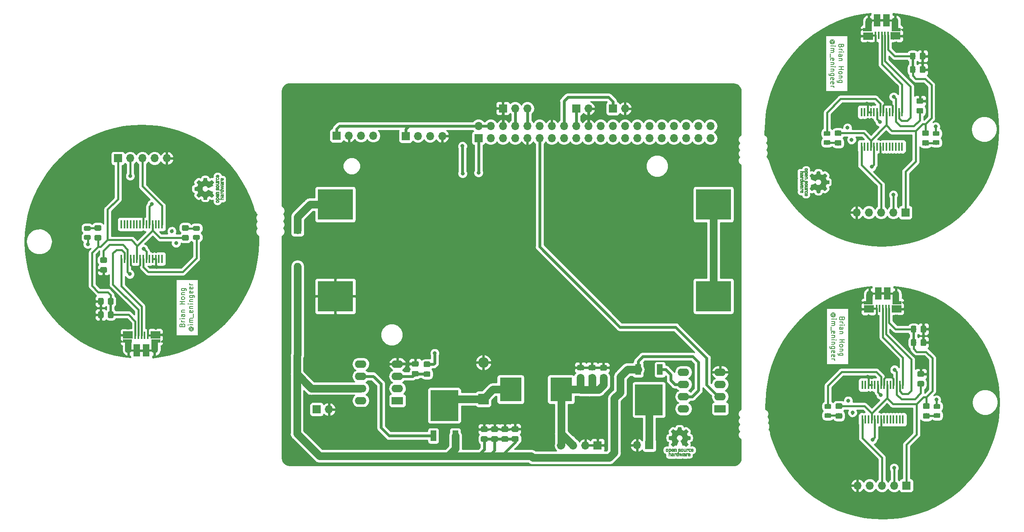
<source format=gbr>
G04 #@! TF.GenerationSoftware,KiCad,Pcbnew,5.0.2-bee76a0~70~ubuntu18.04.1*
G04 #@! TF.CreationDate,2019-08-21T16:40:53-04:00*
G04 #@! TF.ProjectId,output.pcb,6f757470-7574-42e7-9063-622e6b696361,rev?*
G04 #@! TF.SameCoordinates,Original*
G04 #@! TF.FileFunction,Copper,L1,Top*
G04 #@! TF.FilePolarity,Positive*
%FSLAX46Y46*%
G04 Gerber Fmt 4.6, Leading zero omitted, Abs format (unit mm)*
G04 Created by KiCad (PCBNEW 5.0.2-bee76a0~70~ubuntu18.04.1) date Wed 21 Aug 2019 04:40:53 PM EDT*
%MOMM*%
%LPD*%
G01*
G04 APERTURE LIST*
G04 #@! TA.AperFunction,NonConductor*
%ADD10C,0.200000*%
G04 #@! TD*
G04 #@! TA.AperFunction,EtchedComponent*
%ADD11C,0.010000*%
G04 #@! TD*
G04 #@! TA.AperFunction,SMDPad,CuDef*
%ADD12R,0.450000X1.750000*%
G04 #@! TD*
G04 #@! TA.AperFunction,Conductor*
%ADD13C,0.100000*%
G04 #@! TD*
G04 #@! TA.AperFunction,SMDPad,CuDef*
%ADD14C,1.150000*%
G04 #@! TD*
G04 #@! TA.AperFunction,SMDPad,CuDef*
%ADD15R,1.430000X2.500000*%
G04 #@! TD*
G04 #@! TA.AperFunction,ComponentPad*
%ADD16O,1.350000X1.700000*%
G04 #@! TD*
G04 #@! TA.AperFunction,ComponentPad*
%ADD17O,1.100000X1.500000*%
G04 #@! TD*
G04 #@! TA.AperFunction,SMDPad,CuDef*
%ADD18R,0.400000X1.650000*%
G04 #@! TD*
G04 #@! TA.AperFunction,SMDPad,CuDef*
%ADD19R,2.000000X1.500000*%
G04 #@! TD*
G04 #@! TA.AperFunction,SMDPad,CuDef*
%ADD20R,1.825000X0.700000*%
G04 #@! TD*
G04 #@! TA.AperFunction,SMDPad,CuDef*
%ADD21R,1.350000X2.000000*%
G04 #@! TD*
G04 #@! TA.AperFunction,SMDPad,CuDef*
%ADD22C,0.975000*%
G04 #@! TD*
G04 #@! TA.AperFunction,ComponentPad*
%ADD23O,1.700000X1.700000*%
G04 #@! TD*
G04 #@! TA.AperFunction,ComponentPad*
%ADD24R,1.700000X1.700000*%
G04 #@! TD*
G04 #@! TA.AperFunction,SMDPad,CuDef*
%ADD25R,7.340000X6.350000*%
G04 #@! TD*
G04 #@! TA.AperFunction,ComponentPad*
%ADD26R,2.200000X2.200000*%
G04 #@! TD*
G04 #@! TA.AperFunction,ComponentPad*
%ADD27O,2.200000X2.200000*%
G04 #@! TD*
G04 #@! TA.AperFunction,SMDPad,CuDef*
%ADD28R,4.500000X5.000000*%
G04 #@! TD*
G04 #@! TA.AperFunction,SMDPad,CuDef*
%ADD29R,1.200000X2.200000*%
G04 #@! TD*
G04 #@! TA.AperFunction,SMDPad,CuDef*
%ADD30R,5.800000X6.400000*%
G04 #@! TD*
G04 #@! TA.AperFunction,ComponentPad*
%ADD31O,2.400000X1.600000*%
G04 #@! TD*
G04 #@! TA.AperFunction,ComponentPad*
%ADD32R,2.400000X1.600000*%
G04 #@! TD*
G04 #@! TA.AperFunction,ComponentPad*
%ADD33R,1.600000X1.600000*%
G04 #@! TD*
G04 #@! TA.AperFunction,ComponentPad*
%ADD34O,1.600000X1.600000*%
G04 #@! TD*
G04 #@! TA.AperFunction,ViaPad*
%ADD35C,0.800000*%
G04 #@! TD*
G04 #@! TA.AperFunction,ViaPad*
%ADD36C,1.200000*%
G04 #@! TD*
G04 #@! TA.AperFunction,Conductor*
%ADD37C,0.400000*%
G04 #@! TD*
G04 #@! TA.AperFunction,Conductor*
%ADD38C,0.600000*%
G04 #@! TD*
G04 #@! TA.AperFunction,Conductor*
%ADD39C,1.600000*%
G04 #@! TD*
G04 #@! TA.AperFunction,Conductor*
%ADD40C,0.500000*%
G04 #@! TD*
G04 #@! TA.AperFunction,Conductor*
%ADD41C,0.254000*%
G04 #@! TD*
G04 APERTURE END LIST*
D10*
X206610628Y-102986342D02*
X206563009Y-103129200D01*
X206515390Y-103176819D01*
X206420152Y-103224438D01*
X206277295Y-103224438D01*
X206182057Y-103176819D01*
X206134438Y-103129200D01*
X206086819Y-103033961D01*
X206086819Y-102653009D01*
X207086819Y-102653009D01*
X207086819Y-102986342D01*
X207039200Y-103081580D01*
X206991580Y-103129200D01*
X206896342Y-103176819D01*
X206801104Y-103176819D01*
X206705866Y-103129200D01*
X206658247Y-103081580D01*
X206610628Y-102986342D01*
X206610628Y-102653009D01*
X206086819Y-103653009D02*
X206753485Y-103653009D01*
X206563009Y-103653009D02*
X206658247Y-103700628D01*
X206705866Y-103748247D01*
X206753485Y-103843485D01*
X206753485Y-103938723D01*
X206086819Y-104272057D02*
X206753485Y-104272057D01*
X207086819Y-104272057D02*
X207039200Y-104224438D01*
X206991580Y-104272057D01*
X207039200Y-104319676D01*
X207086819Y-104272057D01*
X206991580Y-104272057D01*
X206086819Y-105176819D02*
X206610628Y-105176819D01*
X206705866Y-105129200D01*
X206753485Y-105033961D01*
X206753485Y-104843485D01*
X206705866Y-104748247D01*
X206134438Y-105176819D02*
X206086819Y-105081580D01*
X206086819Y-104843485D01*
X206134438Y-104748247D01*
X206229676Y-104700628D01*
X206324914Y-104700628D01*
X206420152Y-104748247D01*
X206467771Y-104843485D01*
X206467771Y-105081580D01*
X206515390Y-105176819D01*
X206753485Y-105653009D02*
X206086819Y-105653009D01*
X206658247Y-105653009D02*
X206705866Y-105700628D01*
X206753485Y-105795866D01*
X206753485Y-105938723D01*
X206705866Y-106033961D01*
X206610628Y-106081580D01*
X206086819Y-106081580D01*
X206086819Y-107319676D02*
X207086819Y-107319676D01*
X206610628Y-107319676D02*
X206610628Y-107891104D01*
X206086819Y-107891104D02*
X207086819Y-107891104D01*
X206086819Y-108510152D02*
X206134438Y-108414914D01*
X206182057Y-108367295D01*
X206277295Y-108319676D01*
X206563009Y-108319676D01*
X206658247Y-108367295D01*
X206705866Y-108414914D01*
X206753485Y-108510152D01*
X206753485Y-108653009D01*
X206705866Y-108748247D01*
X206658247Y-108795866D01*
X206563009Y-108843485D01*
X206277295Y-108843485D01*
X206182057Y-108795866D01*
X206134438Y-108748247D01*
X206086819Y-108653009D01*
X206086819Y-108510152D01*
X206753485Y-109272057D02*
X206086819Y-109272057D01*
X206658247Y-109272057D02*
X206705866Y-109319676D01*
X206753485Y-109414914D01*
X206753485Y-109557771D01*
X206705866Y-109653009D01*
X206610628Y-109700628D01*
X206086819Y-109700628D01*
X206753485Y-110605390D02*
X205943961Y-110605390D01*
X205848723Y-110557771D01*
X205801104Y-110510152D01*
X205753485Y-110414914D01*
X205753485Y-110272057D01*
X205801104Y-110176819D01*
X206134438Y-110605390D02*
X206086819Y-110510152D01*
X206086819Y-110319676D01*
X206134438Y-110224438D01*
X206182057Y-110176819D01*
X206277295Y-110129200D01*
X206563009Y-110129200D01*
X206658247Y-110176819D01*
X206705866Y-110224438D01*
X206753485Y-110319676D01*
X206753485Y-110510152D01*
X206705866Y-110605390D01*
X204863009Y-102367295D02*
X204910628Y-102319676D01*
X204958247Y-102224438D01*
X204958247Y-102129200D01*
X204910628Y-102033961D01*
X204863009Y-101986342D01*
X204767771Y-101938723D01*
X204672533Y-101938723D01*
X204577295Y-101986342D01*
X204529676Y-102033961D01*
X204482057Y-102129200D01*
X204482057Y-102224438D01*
X204529676Y-102319676D01*
X204577295Y-102367295D01*
X204958247Y-102367295D02*
X204577295Y-102367295D01*
X204529676Y-102414914D01*
X204529676Y-102462533D01*
X204577295Y-102557771D01*
X204672533Y-102605390D01*
X204910628Y-102605390D01*
X205053485Y-102510152D01*
X205148723Y-102367295D01*
X205196342Y-102176819D01*
X205148723Y-101986342D01*
X205053485Y-101843485D01*
X204910628Y-101748247D01*
X204720152Y-101700628D01*
X204529676Y-101748247D01*
X204386819Y-101843485D01*
X204291580Y-101986342D01*
X204243961Y-102176819D01*
X204291580Y-102367295D01*
X204386819Y-102510152D01*
X204386819Y-103033961D02*
X205053485Y-103033961D01*
X205386819Y-103033961D02*
X205339200Y-102986342D01*
X205291580Y-103033961D01*
X205339200Y-103081580D01*
X205386819Y-103033961D01*
X205291580Y-103033961D01*
X204386819Y-103510152D02*
X205053485Y-103510152D01*
X204958247Y-103510152D02*
X205005866Y-103557771D01*
X205053485Y-103653009D01*
X205053485Y-103795866D01*
X205005866Y-103891104D01*
X204910628Y-103938723D01*
X204386819Y-103938723D01*
X204910628Y-103938723D02*
X205005866Y-103986342D01*
X205053485Y-104081580D01*
X205053485Y-104224438D01*
X205005866Y-104319676D01*
X204910628Y-104367295D01*
X204386819Y-104367295D01*
X204291580Y-104605390D02*
X204291580Y-105367295D01*
X204434438Y-105986342D02*
X204386819Y-105891104D01*
X204386819Y-105700628D01*
X204434438Y-105605390D01*
X204529676Y-105557771D01*
X204910628Y-105557771D01*
X205005866Y-105605390D01*
X205053485Y-105700628D01*
X205053485Y-105891104D01*
X205005866Y-105986342D01*
X204910628Y-106033961D01*
X204815390Y-106033961D01*
X204720152Y-105557771D01*
X205053485Y-106462533D02*
X204386819Y-106462533D01*
X204958247Y-106462533D02*
X205005866Y-106510152D01*
X205053485Y-106605390D01*
X205053485Y-106748247D01*
X205005866Y-106843485D01*
X204910628Y-106891104D01*
X204386819Y-106891104D01*
X204386819Y-107367295D02*
X205053485Y-107367295D01*
X205386819Y-107367295D02*
X205339200Y-107319676D01*
X205291580Y-107367295D01*
X205339200Y-107414914D01*
X205386819Y-107367295D01*
X205291580Y-107367295D01*
X205053485Y-107843485D02*
X204386819Y-107843485D01*
X204958247Y-107843485D02*
X205005866Y-107891104D01*
X205053485Y-107986342D01*
X205053485Y-108129200D01*
X205005866Y-108224438D01*
X204910628Y-108272057D01*
X204386819Y-108272057D01*
X205053485Y-109176819D02*
X204243961Y-109176819D01*
X204148723Y-109129200D01*
X204101104Y-109081580D01*
X204053485Y-108986342D01*
X204053485Y-108843485D01*
X204101104Y-108748247D01*
X204434438Y-109176819D02*
X204386819Y-109081580D01*
X204386819Y-108891104D01*
X204434438Y-108795866D01*
X204482057Y-108748247D01*
X204577295Y-108700628D01*
X204863009Y-108700628D01*
X204958247Y-108748247D01*
X205005866Y-108795866D01*
X205053485Y-108891104D01*
X205053485Y-109081580D01*
X205005866Y-109176819D01*
X204434438Y-110033961D02*
X204386819Y-109938723D01*
X204386819Y-109748247D01*
X204434438Y-109653009D01*
X204529676Y-109605390D01*
X204910628Y-109605390D01*
X205005866Y-109653009D01*
X205053485Y-109748247D01*
X205053485Y-109938723D01*
X205005866Y-110033961D01*
X204910628Y-110081580D01*
X204815390Y-110081580D01*
X204720152Y-109605390D01*
X204434438Y-110891104D02*
X204386819Y-110795866D01*
X204386819Y-110605390D01*
X204434438Y-110510152D01*
X204529676Y-110462533D01*
X204910628Y-110462533D01*
X205005866Y-110510152D01*
X205053485Y-110605390D01*
X205053485Y-110795866D01*
X205005866Y-110891104D01*
X204910628Y-110938723D01*
X204815390Y-110938723D01*
X204720152Y-110462533D01*
X204386819Y-111367295D02*
X205053485Y-111367295D01*
X204863009Y-111367295D02*
X204958247Y-111414914D01*
X205005866Y-111462533D01*
X205053485Y-111557771D01*
X205053485Y-111653009D01*
X206432828Y-46115742D02*
X206385209Y-46258600D01*
X206337590Y-46306219D01*
X206242352Y-46353838D01*
X206099495Y-46353838D01*
X206004257Y-46306219D01*
X205956638Y-46258600D01*
X205909019Y-46163361D01*
X205909019Y-45782409D01*
X206909019Y-45782409D01*
X206909019Y-46115742D01*
X206861400Y-46210980D01*
X206813780Y-46258600D01*
X206718542Y-46306219D01*
X206623304Y-46306219D01*
X206528066Y-46258600D01*
X206480447Y-46210980D01*
X206432828Y-46115742D01*
X206432828Y-45782409D01*
X205909019Y-46782409D02*
X206575685Y-46782409D01*
X206385209Y-46782409D02*
X206480447Y-46830028D01*
X206528066Y-46877647D01*
X206575685Y-46972885D01*
X206575685Y-47068123D01*
X205909019Y-47401457D02*
X206575685Y-47401457D01*
X206909019Y-47401457D02*
X206861400Y-47353838D01*
X206813780Y-47401457D01*
X206861400Y-47449076D01*
X206909019Y-47401457D01*
X206813780Y-47401457D01*
X205909019Y-48306219D02*
X206432828Y-48306219D01*
X206528066Y-48258600D01*
X206575685Y-48163361D01*
X206575685Y-47972885D01*
X206528066Y-47877647D01*
X205956638Y-48306219D02*
X205909019Y-48210980D01*
X205909019Y-47972885D01*
X205956638Y-47877647D01*
X206051876Y-47830028D01*
X206147114Y-47830028D01*
X206242352Y-47877647D01*
X206289971Y-47972885D01*
X206289971Y-48210980D01*
X206337590Y-48306219D01*
X206575685Y-48782409D02*
X205909019Y-48782409D01*
X206480447Y-48782409D02*
X206528066Y-48830028D01*
X206575685Y-48925266D01*
X206575685Y-49068123D01*
X206528066Y-49163361D01*
X206432828Y-49210980D01*
X205909019Y-49210980D01*
X205909019Y-50449076D02*
X206909019Y-50449076D01*
X206432828Y-50449076D02*
X206432828Y-51020504D01*
X205909019Y-51020504D02*
X206909019Y-51020504D01*
X205909019Y-51639552D02*
X205956638Y-51544314D01*
X206004257Y-51496695D01*
X206099495Y-51449076D01*
X206385209Y-51449076D01*
X206480447Y-51496695D01*
X206528066Y-51544314D01*
X206575685Y-51639552D01*
X206575685Y-51782409D01*
X206528066Y-51877647D01*
X206480447Y-51925266D01*
X206385209Y-51972885D01*
X206099495Y-51972885D01*
X206004257Y-51925266D01*
X205956638Y-51877647D01*
X205909019Y-51782409D01*
X205909019Y-51639552D01*
X206575685Y-52401457D02*
X205909019Y-52401457D01*
X206480447Y-52401457D02*
X206528066Y-52449076D01*
X206575685Y-52544314D01*
X206575685Y-52687171D01*
X206528066Y-52782409D01*
X206432828Y-52830028D01*
X205909019Y-52830028D01*
X206575685Y-53734790D02*
X205766161Y-53734790D01*
X205670923Y-53687171D01*
X205623304Y-53639552D01*
X205575685Y-53544314D01*
X205575685Y-53401457D01*
X205623304Y-53306219D01*
X205956638Y-53734790D02*
X205909019Y-53639552D01*
X205909019Y-53449076D01*
X205956638Y-53353838D01*
X206004257Y-53306219D01*
X206099495Y-53258600D01*
X206385209Y-53258600D01*
X206480447Y-53306219D01*
X206528066Y-53353838D01*
X206575685Y-53449076D01*
X206575685Y-53639552D01*
X206528066Y-53734790D01*
X204685209Y-45496695D02*
X204732828Y-45449076D01*
X204780447Y-45353838D01*
X204780447Y-45258600D01*
X204732828Y-45163361D01*
X204685209Y-45115742D01*
X204589971Y-45068123D01*
X204494733Y-45068123D01*
X204399495Y-45115742D01*
X204351876Y-45163361D01*
X204304257Y-45258600D01*
X204304257Y-45353838D01*
X204351876Y-45449076D01*
X204399495Y-45496695D01*
X204780447Y-45496695D02*
X204399495Y-45496695D01*
X204351876Y-45544314D01*
X204351876Y-45591933D01*
X204399495Y-45687171D01*
X204494733Y-45734790D01*
X204732828Y-45734790D01*
X204875685Y-45639552D01*
X204970923Y-45496695D01*
X205018542Y-45306219D01*
X204970923Y-45115742D01*
X204875685Y-44972885D01*
X204732828Y-44877647D01*
X204542352Y-44830028D01*
X204351876Y-44877647D01*
X204209019Y-44972885D01*
X204113780Y-45115742D01*
X204066161Y-45306219D01*
X204113780Y-45496695D01*
X204209019Y-45639552D01*
X204209019Y-46163361D02*
X204875685Y-46163361D01*
X205209019Y-46163361D02*
X205161400Y-46115742D01*
X205113780Y-46163361D01*
X205161400Y-46210980D01*
X205209019Y-46163361D01*
X205113780Y-46163361D01*
X204209019Y-46639552D02*
X204875685Y-46639552D01*
X204780447Y-46639552D02*
X204828066Y-46687171D01*
X204875685Y-46782409D01*
X204875685Y-46925266D01*
X204828066Y-47020504D01*
X204732828Y-47068123D01*
X204209019Y-47068123D01*
X204732828Y-47068123D02*
X204828066Y-47115742D01*
X204875685Y-47210980D01*
X204875685Y-47353838D01*
X204828066Y-47449076D01*
X204732828Y-47496695D01*
X204209019Y-47496695D01*
X204113780Y-47734790D02*
X204113780Y-48496695D01*
X204256638Y-49115742D02*
X204209019Y-49020504D01*
X204209019Y-48830028D01*
X204256638Y-48734790D01*
X204351876Y-48687171D01*
X204732828Y-48687171D01*
X204828066Y-48734790D01*
X204875685Y-48830028D01*
X204875685Y-49020504D01*
X204828066Y-49115742D01*
X204732828Y-49163361D01*
X204637590Y-49163361D01*
X204542352Y-48687171D01*
X204875685Y-49591933D02*
X204209019Y-49591933D01*
X204780447Y-49591933D02*
X204828066Y-49639552D01*
X204875685Y-49734790D01*
X204875685Y-49877647D01*
X204828066Y-49972885D01*
X204732828Y-50020504D01*
X204209019Y-50020504D01*
X204209019Y-50496695D02*
X204875685Y-50496695D01*
X205209019Y-50496695D02*
X205161400Y-50449076D01*
X205113780Y-50496695D01*
X205161400Y-50544314D01*
X205209019Y-50496695D01*
X205113780Y-50496695D01*
X204875685Y-50972885D02*
X204209019Y-50972885D01*
X204780447Y-50972885D02*
X204828066Y-51020504D01*
X204875685Y-51115742D01*
X204875685Y-51258600D01*
X204828066Y-51353838D01*
X204732828Y-51401457D01*
X204209019Y-51401457D01*
X204875685Y-52306219D02*
X204066161Y-52306219D01*
X203970923Y-52258600D01*
X203923304Y-52210980D01*
X203875685Y-52115742D01*
X203875685Y-51972885D01*
X203923304Y-51877647D01*
X204256638Y-52306219D02*
X204209019Y-52210980D01*
X204209019Y-52020504D01*
X204256638Y-51925266D01*
X204304257Y-51877647D01*
X204399495Y-51830028D01*
X204685209Y-51830028D01*
X204780447Y-51877647D01*
X204828066Y-51925266D01*
X204875685Y-52020504D01*
X204875685Y-52210980D01*
X204828066Y-52306219D01*
X204256638Y-53163361D02*
X204209019Y-53068123D01*
X204209019Y-52877647D01*
X204256638Y-52782409D01*
X204351876Y-52734790D01*
X204732828Y-52734790D01*
X204828066Y-52782409D01*
X204875685Y-52877647D01*
X204875685Y-53068123D01*
X204828066Y-53163361D01*
X204732828Y-53210980D01*
X204637590Y-53210980D01*
X204542352Y-52734790D01*
X204256638Y-54020504D02*
X204209019Y-53925266D01*
X204209019Y-53734790D01*
X204256638Y-53639552D01*
X204351876Y-53591933D01*
X204732828Y-53591933D01*
X204828066Y-53639552D01*
X204875685Y-53734790D01*
X204875685Y-53925266D01*
X204828066Y-54020504D01*
X204732828Y-54068123D01*
X204637590Y-54068123D01*
X204542352Y-53591933D01*
X204209019Y-54496695D02*
X204875685Y-54496695D01*
X204685209Y-54496695D02*
X204780447Y-54544314D01*
X204828066Y-54591933D01*
X204875685Y-54687171D01*
X204875685Y-54782409D01*
X69309571Y-104277657D02*
X69357190Y-104134800D01*
X69404809Y-104087180D01*
X69500047Y-104039561D01*
X69642904Y-104039561D01*
X69738142Y-104087180D01*
X69785761Y-104134800D01*
X69833380Y-104230038D01*
X69833380Y-104610990D01*
X68833380Y-104610990D01*
X68833380Y-104277657D01*
X68881000Y-104182419D01*
X68928619Y-104134800D01*
X69023857Y-104087180D01*
X69119095Y-104087180D01*
X69214333Y-104134800D01*
X69261952Y-104182419D01*
X69309571Y-104277657D01*
X69309571Y-104610990D01*
X69833380Y-103610990D02*
X69166714Y-103610990D01*
X69357190Y-103610990D02*
X69261952Y-103563371D01*
X69214333Y-103515752D01*
X69166714Y-103420514D01*
X69166714Y-103325276D01*
X69833380Y-102991942D02*
X69166714Y-102991942D01*
X68833380Y-102991942D02*
X68881000Y-103039561D01*
X68928619Y-102991942D01*
X68881000Y-102944323D01*
X68833380Y-102991942D01*
X68928619Y-102991942D01*
X69833380Y-102087180D02*
X69309571Y-102087180D01*
X69214333Y-102134800D01*
X69166714Y-102230038D01*
X69166714Y-102420514D01*
X69214333Y-102515752D01*
X69785761Y-102087180D02*
X69833380Y-102182419D01*
X69833380Y-102420514D01*
X69785761Y-102515752D01*
X69690523Y-102563371D01*
X69595285Y-102563371D01*
X69500047Y-102515752D01*
X69452428Y-102420514D01*
X69452428Y-102182419D01*
X69404809Y-102087180D01*
X69166714Y-101610990D02*
X69833380Y-101610990D01*
X69261952Y-101610990D02*
X69214333Y-101563371D01*
X69166714Y-101468133D01*
X69166714Y-101325276D01*
X69214333Y-101230038D01*
X69309571Y-101182419D01*
X69833380Y-101182419D01*
X69833380Y-99944323D02*
X68833380Y-99944323D01*
X69309571Y-99944323D02*
X69309571Y-99372895D01*
X69833380Y-99372895D02*
X68833380Y-99372895D01*
X69833380Y-98753847D02*
X69785761Y-98849085D01*
X69738142Y-98896704D01*
X69642904Y-98944323D01*
X69357190Y-98944323D01*
X69261952Y-98896704D01*
X69214333Y-98849085D01*
X69166714Y-98753847D01*
X69166714Y-98610990D01*
X69214333Y-98515752D01*
X69261952Y-98468133D01*
X69357190Y-98420514D01*
X69642904Y-98420514D01*
X69738142Y-98468133D01*
X69785761Y-98515752D01*
X69833380Y-98610990D01*
X69833380Y-98753847D01*
X69166714Y-97991942D02*
X69833380Y-97991942D01*
X69261952Y-97991942D02*
X69214333Y-97944323D01*
X69166714Y-97849085D01*
X69166714Y-97706228D01*
X69214333Y-97610990D01*
X69309571Y-97563371D01*
X69833380Y-97563371D01*
X69166714Y-96658609D02*
X69976238Y-96658609D01*
X70071476Y-96706228D01*
X70119095Y-96753847D01*
X70166714Y-96849085D01*
X70166714Y-96991942D01*
X70119095Y-97087180D01*
X69785761Y-96658609D02*
X69833380Y-96753847D01*
X69833380Y-96944323D01*
X69785761Y-97039561D01*
X69738142Y-97087180D01*
X69642904Y-97134800D01*
X69357190Y-97134800D01*
X69261952Y-97087180D01*
X69214333Y-97039561D01*
X69166714Y-96944323D01*
X69166714Y-96753847D01*
X69214333Y-96658609D01*
X71057190Y-104896704D02*
X71009571Y-104944323D01*
X70961952Y-105039561D01*
X70961952Y-105134800D01*
X71009571Y-105230038D01*
X71057190Y-105277657D01*
X71152428Y-105325276D01*
X71247666Y-105325276D01*
X71342904Y-105277657D01*
X71390523Y-105230038D01*
X71438142Y-105134800D01*
X71438142Y-105039561D01*
X71390523Y-104944323D01*
X71342904Y-104896704D01*
X70961952Y-104896704D02*
X71342904Y-104896704D01*
X71390523Y-104849085D01*
X71390523Y-104801466D01*
X71342904Y-104706228D01*
X71247666Y-104658609D01*
X71009571Y-104658609D01*
X70866714Y-104753847D01*
X70771476Y-104896704D01*
X70723857Y-105087180D01*
X70771476Y-105277657D01*
X70866714Y-105420514D01*
X71009571Y-105515752D01*
X71200047Y-105563371D01*
X71390523Y-105515752D01*
X71533380Y-105420514D01*
X71628619Y-105277657D01*
X71676238Y-105087180D01*
X71628619Y-104896704D01*
X71533380Y-104753847D01*
X71533380Y-104230038D02*
X70866714Y-104230038D01*
X70533380Y-104230038D02*
X70581000Y-104277657D01*
X70628619Y-104230038D01*
X70581000Y-104182419D01*
X70533380Y-104230038D01*
X70628619Y-104230038D01*
X71533380Y-103753847D02*
X70866714Y-103753847D01*
X70961952Y-103753847D02*
X70914333Y-103706228D01*
X70866714Y-103610990D01*
X70866714Y-103468133D01*
X70914333Y-103372895D01*
X71009571Y-103325276D01*
X71533380Y-103325276D01*
X71009571Y-103325276D02*
X70914333Y-103277657D01*
X70866714Y-103182419D01*
X70866714Y-103039561D01*
X70914333Y-102944323D01*
X71009571Y-102896704D01*
X71533380Y-102896704D01*
X71628619Y-102658609D02*
X71628619Y-101896704D01*
X71485761Y-101277657D02*
X71533380Y-101372895D01*
X71533380Y-101563371D01*
X71485761Y-101658609D01*
X71390523Y-101706228D01*
X71009571Y-101706228D01*
X70914333Y-101658609D01*
X70866714Y-101563371D01*
X70866714Y-101372895D01*
X70914333Y-101277657D01*
X71009571Y-101230038D01*
X71104809Y-101230038D01*
X71200047Y-101706228D01*
X70866714Y-100801466D02*
X71533380Y-100801466D01*
X70961952Y-100801466D02*
X70914333Y-100753847D01*
X70866714Y-100658609D01*
X70866714Y-100515752D01*
X70914333Y-100420514D01*
X71009571Y-100372895D01*
X71533380Y-100372895D01*
X71533380Y-99896704D02*
X70866714Y-99896704D01*
X70533380Y-99896704D02*
X70581000Y-99944323D01*
X70628619Y-99896704D01*
X70581000Y-99849085D01*
X70533380Y-99896704D01*
X70628619Y-99896704D01*
X70866714Y-99420514D02*
X71533380Y-99420514D01*
X70961952Y-99420514D02*
X70914333Y-99372895D01*
X70866714Y-99277657D01*
X70866714Y-99134800D01*
X70914333Y-99039561D01*
X71009571Y-98991942D01*
X71533380Y-98991942D01*
X70866714Y-98087180D02*
X71676238Y-98087180D01*
X71771476Y-98134800D01*
X71819095Y-98182419D01*
X71866714Y-98277657D01*
X71866714Y-98420514D01*
X71819095Y-98515752D01*
X71485761Y-98087180D02*
X71533380Y-98182419D01*
X71533380Y-98372895D01*
X71485761Y-98468133D01*
X71438142Y-98515752D01*
X71342904Y-98563371D01*
X71057190Y-98563371D01*
X70961952Y-98515752D01*
X70914333Y-98468133D01*
X70866714Y-98372895D01*
X70866714Y-98182419D01*
X70914333Y-98087180D01*
X71485761Y-97230038D02*
X71533380Y-97325276D01*
X71533380Y-97515752D01*
X71485761Y-97610990D01*
X71390523Y-97658609D01*
X71009571Y-97658609D01*
X70914333Y-97610990D01*
X70866714Y-97515752D01*
X70866714Y-97325276D01*
X70914333Y-97230038D01*
X71009571Y-97182419D01*
X71104809Y-97182419D01*
X71200047Y-97658609D01*
X71485761Y-96372895D02*
X71533380Y-96468133D01*
X71533380Y-96658609D01*
X71485761Y-96753847D01*
X71390523Y-96801466D01*
X71009571Y-96801466D01*
X70914333Y-96753847D01*
X70866714Y-96658609D01*
X70866714Y-96468133D01*
X70914333Y-96372895D01*
X71009571Y-96325276D01*
X71104809Y-96325276D01*
X71200047Y-96801466D01*
X71533380Y-95896704D02*
X70866714Y-95896704D01*
X71057190Y-95896704D02*
X70961952Y-95849085D01*
X70914333Y-95801466D01*
X70866714Y-95706228D01*
X70866714Y-95610990D01*
D11*
G04 #@! TO.C,REF\002A\002A*
G36*
X199394016Y-72589441D02*
X199380918Y-72615953D01*
X199358094Y-72648647D01*
X199333204Y-72672475D01*
X199301951Y-72688794D01*
X199260034Y-72698960D01*
X199203156Y-72704328D01*
X199127016Y-72706256D01*
X199094283Y-72706369D01*
X199022544Y-72706039D01*
X198971273Y-72704673D01*
X198935796Y-72701700D01*
X198911437Y-72696551D01*
X198893520Y-72688657D01*
X198881298Y-72680443D01*
X198829295Y-72628013D01*
X198798016Y-72566270D01*
X198788608Y-72499664D01*
X198802220Y-72432642D01*
X198811846Y-72411408D01*
X198838341Y-72360576D01*
X198423148Y-72360576D01*
X198442332Y-72397675D01*
X198457175Y-72446557D01*
X198460978Y-72506639D01*
X198453957Y-72566636D01*
X198438187Y-72611944D01*
X198408153Y-72649525D01*
X198365176Y-72681636D01*
X198360764Y-72684050D01*
X198339979Y-72694233D01*
X198319030Y-72701670D01*
X198293652Y-72706789D01*
X198259582Y-72710019D01*
X198212559Y-72711787D01*
X198148318Y-72712523D01*
X198076024Y-72712656D01*
X197845378Y-72712656D01*
X197845378Y-72574339D01*
X198270667Y-72574339D01*
X198303221Y-72535651D01*
X198329260Y-72495462D01*
X198333995Y-72457403D01*
X198321811Y-72419134D01*
X198309880Y-72398738D01*
X198292887Y-72383558D01*
X198267205Y-72372762D01*
X198229209Y-72365517D01*
X198175274Y-72360992D01*
X198101775Y-72358356D01*
X198052853Y-72357428D01*
X197851665Y-72354289D01*
X197847864Y-72288274D01*
X197844064Y-72222260D01*
X199092550Y-72222260D01*
X199092550Y-72360576D01*
X199022946Y-72364103D01*
X198974631Y-72375985D01*
X198944569Y-72398180D01*
X198929729Y-72432641D01*
X198926764Y-72467458D01*
X198930172Y-72506871D01*
X198943583Y-72533029D01*
X198961304Y-72549386D01*
X198980365Y-72562263D01*
X199001599Y-72569928D01*
X199031351Y-72573339D01*
X199075964Y-72573451D01*
X199113320Y-72572303D01*
X199169596Y-72569668D01*
X199206542Y-72565744D01*
X199229977Y-72559137D01*
X199245720Y-72548451D01*
X199254820Y-72538367D01*
X199274663Y-72496230D01*
X199277868Y-72446360D01*
X199271032Y-72417724D01*
X199246736Y-72389372D01*
X199199472Y-72370591D01*
X199129576Y-72361488D01*
X199092550Y-72360576D01*
X199092550Y-72222260D01*
X199404586Y-72222260D01*
X199404586Y-72291418D01*
X199402944Y-72332940D01*
X199397113Y-72354362D01*
X199385739Y-72360574D01*
X199385402Y-72360576D01*
X199374262Y-72363458D01*
X199375527Y-72376170D01*
X199387767Y-72401443D01*
X199406493Y-72460331D01*
X199408461Y-72526585D01*
X199394016Y-72589441D01*
X199394016Y-72589441D01*
G37*
X199394016Y-72589441D02*
X199380918Y-72615953D01*
X199358094Y-72648647D01*
X199333204Y-72672475D01*
X199301951Y-72688794D01*
X199260034Y-72698960D01*
X199203156Y-72704328D01*
X199127016Y-72706256D01*
X199094283Y-72706369D01*
X199022544Y-72706039D01*
X198971273Y-72704673D01*
X198935796Y-72701700D01*
X198911437Y-72696551D01*
X198893520Y-72688657D01*
X198881298Y-72680443D01*
X198829295Y-72628013D01*
X198798016Y-72566270D01*
X198788608Y-72499664D01*
X198802220Y-72432642D01*
X198811846Y-72411408D01*
X198838341Y-72360576D01*
X198423148Y-72360576D01*
X198442332Y-72397675D01*
X198457175Y-72446557D01*
X198460978Y-72506639D01*
X198453957Y-72566636D01*
X198438187Y-72611944D01*
X198408153Y-72649525D01*
X198365176Y-72681636D01*
X198360764Y-72684050D01*
X198339979Y-72694233D01*
X198319030Y-72701670D01*
X198293652Y-72706789D01*
X198259582Y-72710019D01*
X198212559Y-72711787D01*
X198148318Y-72712523D01*
X198076024Y-72712656D01*
X197845378Y-72712656D01*
X197845378Y-72574339D01*
X198270667Y-72574339D01*
X198303221Y-72535651D01*
X198329260Y-72495462D01*
X198333995Y-72457403D01*
X198321811Y-72419134D01*
X198309880Y-72398738D01*
X198292887Y-72383558D01*
X198267205Y-72372762D01*
X198229209Y-72365517D01*
X198175274Y-72360992D01*
X198101775Y-72358356D01*
X198052853Y-72357428D01*
X197851665Y-72354289D01*
X197847864Y-72288274D01*
X197844064Y-72222260D01*
X199092550Y-72222260D01*
X199092550Y-72360576D01*
X199022946Y-72364103D01*
X198974631Y-72375985D01*
X198944569Y-72398180D01*
X198929729Y-72432641D01*
X198926764Y-72467458D01*
X198930172Y-72506871D01*
X198943583Y-72533029D01*
X198961304Y-72549386D01*
X198980365Y-72562263D01*
X199001599Y-72569928D01*
X199031351Y-72573339D01*
X199075964Y-72573451D01*
X199113320Y-72572303D01*
X199169596Y-72569668D01*
X199206542Y-72565744D01*
X199229977Y-72559137D01*
X199245720Y-72548451D01*
X199254820Y-72538367D01*
X199274663Y-72496230D01*
X199277868Y-72446360D01*
X199271032Y-72417724D01*
X199246736Y-72389372D01*
X199199472Y-72370591D01*
X199129576Y-72361488D01*
X199092550Y-72360576D01*
X199092550Y-72222260D01*
X199404586Y-72222260D01*
X199404586Y-72291418D01*
X199402944Y-72332940D01*
X199397113Y-72354362D01*
X199385739Y-72360574D01*
X199385402Y-72360576D01*
X199374262Y-72363458D01*
X199375527Y-72376170D01*
X199387767Y-72401443D01*
X199406493Y-72460331D01*
X199408461Y-72526585D01*
X199394016Y-72589441D01*
G36*
X198456645Y-73113990D02*
X198440861Y-73173145D01*
X198412252Y-73218177D01*
X198374781Y-73249954D01*
X198358789Y-73259834D01*
X198342037Y-73267127D01*
X198320608Y-73272226D01*
X198290584Y-73275521D01*
X198248046Y-73277403D01*
X198189078Y-73278263D01*
X198109760Y-73278493D01*
X198088716Y-73278497D01*
X197845378Y-73278497D01*
X197845378Y-73218141D01*
X197848074Y-73179643D01*
X197854905Y-73151177D01*
X197859117Y-73144045D01*
X197866387Y-73124548D01*
X197859117Y-73104634D01*
X197850040Y-73071847D01*
X197846387Y-73024222D01*
X197847972Y-72971436D01*
X197854611Y-72923164D01*
X197863128Y-72894982D01*
X197898137Y-72840447D01*
X197946721Y-72806365D01*
X198011318Y-72791043D01*
X198012977Y-72790901D01*
X198041634Y-72792245D01*
X198041634Y-72913844D01*
X198009039Y-72924474D01*
X197990695Y-72941790D01*
X197976821Y-72976548D01*
X197971283Y-73022427D01*
X197974009Y-73069212D01*
X197984926Y-73106686D01*
X197991931Y-73117185D01*
X198024296Y-73135532D01*
X198061089Y-73140180D01*
X198109437Y-73140180D01*
X198109437Y-73070618D01*
X198104350Y-73004533D01*
X198089937Y-72954436D01*
X198067471Y-72923271D01*
X198041634Y-72913844D01*
X198041634Y-72792245D01*
X198083553Y-72794213D01*
X198139355Y-72817490D01*
X198181553Y-72861252D01*
X198185392Y-72867301D01*
X198197891Y-72893293D01*
X198205460Y-72925465D01*
X198209139Y-72970440D01*
X198209984Y-73023869D01*
X198210031Y-73140180D01*
X198258789Y-73140180D01*
X198296619Y-73135247D01*
X198321964Y-73122657D01*
X198323313Y-73121183D01*
X198334400Y-73093166D01*
X198338697Y-73050874D01*
X198336585Y-73004136D01*
X198328444Y-72962782D01*
X198316235Y-72938243D01*
X198306454Y-72924947D01*
X198304587Y-72910906D01*
X198312600Y-72891529D01*
X198332461Y-72862224D01*
X198366137Y-72818397D01*
X198369291Y-72814375D01*
X198380964Y-72816436D01*
X198400378Y-72833632D01*
X198421952Y-72859767D01*
X198440104Y-72888648D01*
X198444391Y-72897722D01*
X198452944Y-72930820D01*
X198459045Y-72979320D01*
X198461492Y-73033505D01*
X198461497Y-73036039D01*
X198456645Y-73113990D01*
X198456645Y-73113990D01*
G37*
X198456645Y-73113990D02*
X198440861Y-73173145D01*
X198412252Y-73218177D01*
X198374781Y-73249954D01*
X198358789Y-73259834D01*
X198342037Y-73267127D01*
X198320608Y-73272226D01*
X198290584Y-73275521D01*
X198248046Y-73277403D01*
X198189078Y-73278263D01*
X198109760Y-73278493D01*
X198088716Y-73278497D01*
X197845378Y-73278497D01*
X197845378Y-73218141D01*
X197848074Y-73179643D01*
X197854905Y-73151177D01*
X197859117Y-73144045D01*
X197866387Y-73124548D01*
X197859117Y-73104634D01*
X197850040Y-73071847D01*
X197846387Y-73024222D01*
X197847972Y-72971436D01*
X197854611Y-72923164D01*
X197863128Y-72894982D01*
X197898137Y-72840447D01*
X197946721Y-72806365D01*
X198011318Y-72791043D01*
X198012977Y-72790901D01*
X198041634Y-72792245D01*
X198041634Y-72913844D01*
X198009039Y-72924474D01*
X197990695Y-72941790D01*
X197976821Y-72976548D01*
X197971283Y-73022427D01*
X197974009Y-73069212D01*
X197984926Y-73106686D01*
X197991931Y-73117185D01*
X198024296Y-73135532D01*
X198061089Y-73140180D01*
X198109437Y-73140180D01*
X198109437Y-73070618D01*
X198104350Y-73004533D01*
X198089937Y-72954436D01*
X198067471Y-72923271D01*
X198041634Y-72913844D01*
X198041634Y-72792245D01*
X198083553Y-72794213D01*
X198139355Y-72817490D01*
X198181553Y-72861252D01*
X198185392Y-72867301D01*
X198197891Y-72893293D01*
X198205460Y-72925465D01*
X198209139Y-72970440D01*
X198209984Y-73023869D01*
X198210031Y-73140180D01*
X198258789Y-73140180D01*
X198296619Y-73135247D01*
X198321964Y-73122657D01*
X198323313Y-73121183D01*
X198334400Y-73093166D01*
X198338697Y-73050874D01*
X198336585Y-73004136D01*
X198328444Y-72962782D01*
X198316235Y-72938243D01*
X198306454Y-72924947D01*
X198304587Y-72910906D01*
X198312600Y-72891529D01*
X198332461Y-72862224D01*
X198366137Y-72818397D01*
X198369291Y-72814375D01*
X198380964Y-72816436D01*
X198400378Y-72833632D01*
X198421952Y-72859767D01*
X198440104Y-72888648D01*
X198444391Y-72897722D01*
X198452944Y-72930820D01*
X198459045Y-72979320D01*
X198461492Y-73033505D01*
X198461497Y-73036039D01*
X198456645Y-73113990D01*
G36*
X198460180Y-73504844D02*
X198454540Y-73523661D01*
X198442147Y-73529727D01*
X198436553Y-73529982D01*
X198420970Y-73531071D01*
X198418524Y-73538568D01*
X198429207Y-73558819D01*
X198436506Y-73570849D01*
X198452137Y-73608800D01*
X198459866Y-73654128D01*
X198460460Y-73701656D01*
X198454687Y-73746205D01*
X198443316Y-73782598D01*
X198427112Y-73805657D01*
X198406845Y-73810204D01*
X198401357Y-73807909D01*
X198378574Y-73791180D01*
X198350553Y-73765237D01*
X198346023Y-73760545D01*
X198325195Y-73735817D01*
X198318465Y-73714482D01*
X198323162Y-73684645D01*
X198326283Y-73672692D01*
X198333779Y-73635495D01*
X198330408Y-73609341D01*
X198318519Y-73587254D01*
X198302565Y-73567022D01*
X198282500Y-73552121D01*
X198254498Y-73541766D01*
X198214733Y-73535171D01*
X198159377Y-73531551D01*
X198084606Y-73530122D01*
X198039460Y-73529982D01*
X197845378Y-73529982D01*
X197845378Y-73404240D01*
X198461517Y-73404240D01*
X198461517Y-73467111D01*
X198460180Y-73504844D01*
X198460180Y-73504844D01*
G37*
X198460180Y-73504844D02*
X198454540Y-73523661D01*
X198442147Y-73529727D01*
X198436553Y-73529982D01*
X198420970Y-73531071D01*
X198418524Y-73538568D01*
X198429207Y-73558819D01*
X198436506Y-73570849D01*
X198452137Y-73608800D01*
X198459866Y-73654128D01*
X198460460Y-73701656D01*
X198454687Y-73746205D01*
X198443316Y-73782598D01*
X198427112Y-73805657D01*
X198406845Y-73810204D01*
X198401357Y-73807909D01*
X198378574Y-73791180D01*
X198350553Y-73765237D01*
X198346023Y-73760545D01*
X198325195Y-73735817D01*
X198318465Y-73714482D01*
X198323162Y-73684645D01*
X198326283Y-73672692D01*
X198333779Y-73635495D01*
X198330408Y-73609341D01*
X198318519Y-73587254D01*
X198302565Y-73567022D01*
X198282500Y-73552121D01*
X198254498Y-73541766D01*
X198214733Y-73535171D01*
X198159377Y-73531551D01*
X198084606Y-73530122D01*
X198039460Y-73529982D01*
X197845378Y-73529982D01*
X197845378Y-73404240D01*
X198461517Y-73404240D01*
X198461517Y-73467111D01*
X198460180Y-73504844D01*
G36*
X197845378Y-74297012D02*
X197845378Y-74227854D01*
X197846555Y-74187712D01*
X197851428Y-74166806D01*
X197862014Y-74159278D01*
X197869171Y-74158695D01*
X197883524Y-74157426D01*
X197886277Y-74149421D01*
X197877429Y-74128385D01*
X197869171Y-74112027D01*
X197849603Y-74049223D01*
X197848471Y-73980952D01*
X197863065Y-73925448D01*
X197898323Y-73873762D01*
X197950365Y-73834362D01*
X198011750Y-73812787D01*
X198015182Y-73812238D01*
X198052629Y-73809033D01*
X198106387Y-73807439D01*
X198147045Y-73807567D01*
X198147045Y-73944921D01*
X198093006Y-73948103D01*
X198048465Y-73955341D01*
X198023312Y-73965140D01*
X197988940Y-74002211D01*
X197976618Y-74046226D01*
X197986582Y-74091616D01*
X198016305Y-74130403D01*
X198036295Y-74145092D01*
X198060150Y-74153681D01*
X198094970Y-74157704D01*
X198147270Y-74158695D01*
X198199061Y-74156922D01*
X198244566Y-74152237D01*
X198275019Y-74145597D01*
X198277748Y-74144490D01*
X198310200Y-74117709D01*
X198328017Y-74078621D01*
X198330894Y-74034885D01*
X198318526Y-73994162D01*
X198290607Y-73964113D01*
X198285052Y-73960996D01*
X198251178Y-73951239D01*
X198202472Y-73945923D01*
X198147045Y-73944921D01*
X198147045Y-73807567D01*
X198167660Y-73807632D01*
X198200637Y-73808536D01*
X198282219Y-73814686D01*
X198343470Y-73827467D01*
X198388751Y-73848729D01*
X198422421Y-73880322D01*
X198442186Y-73910993D01*
X198456080Y-73953846D01*
X198460846Y-74007144D01*
X198456964Y-74061720D01*
X198444918Y-74108408D01*
X198430507Y-74133076D01*
X198407322Y-74158695D01*
X198700427Y-74158695D01*
X198700427Y-74297012D01*
X197845378Y-74297012D01*
X197845378Y-74297012D01*
G37*
X197845378Y-74297012D02*
X197845378Y-74227854D01*
X197846555Y-74187712D01*
X197851428Y-74166806D01*
X197862014Y-74159278D01*
X197869171Y-74158695D01*
X197883524Y-74157426D01*
X197886277Y-74149421D01*
X197877429Y-74128385D01*
X197869171Y-74112027D01*
X197849603Y-74049223D01*
X197848471Y-73980952D01*
X197863065Y-73925448D01*
X197898323Y-73873762D01*
X197950365Y-73834362D01*
X198011750Y-73812787D01*
X198015182Y-73812238D01*
X198052629Y-73809033D01*
X198106387Y-73807439D01*
X198147045Y-73807567D01*
X198147045Y-73944921D01*
X198093006Y-73948103D01*
X198048465Y-73955341D01*
X198023312Y-73965140D01*
X197988940Y-74002211D01*
X197976618Y-74046226D01*
X197986582Y-74091616D01*
X198016305Y-74130403D01*
X198036295Y-74145092D01*
X198060150Y-74153681D01*
X198094970Y-74157704D01*
X198147270Y-74158695D01*
X198199061Y-74156922D01*
X198244566Y-74152237D01*
X198275019Y-74145597D01*
X198277748Y-74144490D01*
X198310200Y-74117709D01*
X198328017Y-74078621D01*
X198330894Y-74034885D01*
X198318526Y-73994162D01*
X198290607Y-73964113D01*
X198285052Y-73960996D01*
X198251178Y-73951239D01*
X198202472Y-73945923D01*
X198147045Y-73944921D01*
X198147045Y-73807567D01*
X198167660Y-73807632D01*
X198200637Y-73808536D01*
X198282219Y-73814686D01*
X198343470Y-73827467D01*
X198388751Y-73848729D01*
X198422421Y-73880322D01*
X198442186Y-73910993D01*
X198456080Y-73953846D01*
X198460846Y-74007144D01*
X198456964Y-74061720D01*
X198444918Y-74108408D01*
X198430507Y-74133076D01*
X198407322Y-74158695D01*
X198700427Y-74158695D01*
X198700427Y-74297012D01*
X197845378Y-74297012D01*
G36*
X198458963Y-74779724D02*
X198455229Y-74829455D01*
X198065427Y-74959491D01*
X198134586Y-74979878D01*
X198177326Y-74992146D01*
X198235085Y-75008285D01*
X198298575Y-75025712D01*
X198332630Y-75034926D01*
X198461517Y-75069588D01*
X198461517Y-75212591D01*
X198326343Y-75169846D01*
X198259858Y-75148796D01*
X198179661Y-75123367D01*
X198096007Y-75096810D01*
X198021418Y-75073102D01*
X197851665Y-75019102D01*
X197847872Y-74960798D01*
X197844078Y-74902495D01*
X197948466Y-74870879D01*
X198013311Y-74851382D01*
X198084800Y-74830104D01*
X198147937Y-74811508D01*
X198150450Y-74810774D01*
X198193231Y-74796884D01*
X198222421Y-74784629D01*
X198233459Y-74776046D01*
X198232182Y-74774282D01*
X198215070Y-74768091D01*
X198178413Y-74756328D01*
X198126822Y-74740425D01*
X198064906Y-74721814D01*
X198030848Y-74711743D01*
X197845378Y-74657207D01*
X197845378Y-74541464D01*
X198137729Y-74448937D01*
X198219738Y-74422944D01*
X198294213Y-74399266D01*
X198357656Y-74379020D01*
X198406568Y-74363326D01*
X198437451Y-74353302D01*
X198446474Y-74350255D01*
X198455713Y-74352667D01*
X198459759Y-74371608D01*
X198459354Y-74411023D01*
X198459048Y-74417193D01*
X198455229Y-74490286D01*
X198279190Y-74538157D01*
X198214989Y-74555753D01*
X198158551Y-74571477D01*
X198114778Y-74583946D01*
X198088570Y-74591774D01*
X198084297Y-74593220D01*
X198089210Y-74599214D01*
X198114668Y-74611301D01*
X198157203Y-74628093D01*
X198213350Y-74648203D01*
X198264070Y-74665203D01*
X198462696Y-74729994D01*
X198458963Y-74779724D01*
X198458963Y-74779724D01*
G37*
X198458963Y-74779724D02*
X198455229Y-74829455D01*
X198065427Y-74959491D01*
X198134586Y-74979878D01*
X198177326Y-74992146D01*
X198235085Y-75008285D01*
X198298575Y-75025712D01*
X198332630Y-75034926D01*
X198461517Y-75069588D01*
X198461517Y-75212591D01*
X198326343Y-75169846D01*
X198259858Y-75148796D01*
X198179661Y-75123367D01*
X198096007Y-75096810D01*
X198021418Y-75073102D01*
X197851665Y-75019102D01*
X197847872Y-74960798D01*
X197844078Y-74902495D01*
X197948466Y-74870879D01*
X198013311Y-74851382D01*
X198084800Y-74830104D01*
X198147937Y-74811508D01*
X198150450Y-74810774D01*
X198193231Y-74796884D01*
X198222421Y-74784629D01*
X198233459Y-74776046D01*
X198232182Y-74774282D01*
X198215070Y-74768091D01*
X198178413Y-74756328D01*
X198126822Y-74740425D01*
X198064906Y-74721814D01*
X198030848Y-74711743D01*
X197845378Y-74657207D01*
X197845378Y-74541464D01*
X198137729Y-74448937D01*
X198219738Y-74422944D01*
X198294213Y-74399266D01*
X198357656Y-74379020D01*
X198406568Y-74363326D01*
X198437451Y-74353302D01*
X198446474Y-74350255D01*
X198455713Y-74352667D01*
X198459759Y-74371608D01*
X198459354Y-74411023D01*
X198459048Y-74417193D01*
X198455229Y-74490286D01*
X198279190Y-74538157D01*
X198214989Y-74555753D01*
X198158551Y-74571477D01*
X198114778Y-74583946D01*
X198088570Y-74591774D01*
X198084297Y-74593220D01*
X198089210Y-74599214D01*
X198114668Y-74611301D01*
X198157203Y-74628093D01*
X198213350Y-74648203D01*
X198264070Y-74665203D01*
X198462696Y-74729994D01*
X198458963Y-74779724D01*
G36*
X198457783Y-75536611D02*
X198444910Y-75589611D01*
X198438090Y-75604931D01*
X198420226Y-75634628D01*
X198400107Y-75657420D01*
X198374238Y-75674283D01*
X198339127Y-75686198D01*
X198291280Y-75694142D01*
X198227204Y-75699094D01*
X198143406Y-75702031D01*
X198087432Y-75703147D01*
X197845378Y-75707252D01*
X197845378Y-75637132D01*
X197847162Y-75594593D01*
X197853258Y-75572676D01*
X197863494Y-75567012D01*
X197874563Y-75564021D01*
X197872446Y-75550651D01*
X197863571Y-75532433D01*
X197849967Y-75486824D01*
X197846301Y-75428207D01*
X197852297Y-75366554D01*
X197867679Y-75311838D01*
X197869814Y-75306930D01*
X197904945Y-75256923D01*
X197953781Y-75223956D01*
X198010867Y-75208787D01*
X198031376Y-75209946D01*
X198031376Y-75333708D01*
X198003775Y-75344613D01*
X197983996Y-75376945D01*
X197973381Y-75429110D01*
X197971972Y-75456987D01*
X197975580Y-75503447D01*
X197989603Y-75534329D01*
X197996269Y-75541864D01*
X198032534Y-75562276D01*
X198065427Y-75567012D01*
X198109437Y-75567012D01*
X198109437Y-75505713D01*
X198105805Y-75434456D01*
X198094382Y-75384476D01*
X198074376Y-75352896D01*
X198065457Y-75345826D01*
X198031376Y-75333708D01*
X198031376Y-75209946D01*
X198070744Y-75212171D01*
X198127956Y-75234863D01*
X198166620Y-75265824D01*
X198183336Y-75284576D01*
X198194322Y-75302933D01*
X198201020Y-75326819D01*
X198204874Y-75362157D01*
X198207327Y-75414869D01*
X198208032Y-75435777D01*
X198212321Y-75567012D01*
X198252042Y-75566820D01*
X198293795Y-75561737D01*
X198319042Y-75543362D01*
X198335170Y-75506239D01*
X198335458Y-75505243D01*
X198341800Y-75452610D01*
X198333516Y-75401106D01*
X198313373Y-75362830D01*
X198303427Y-75347472D01*
X198304803Y-75330930D01*
X198319213Y-75305475D01*
X198329383Y-75290528D01*
X198351112Y-75261291D01*
X198367400Y-75243180D01*
X198372063Y-75240274D01*
X198396195Y-75252240D01*
X198425015Y-75287596D01*
X198434739Y-75302953D01*
X198451486Y-75347101D01*
X198460973Y-75406598D01*
X198463105Y-75472687D01*
X198457783Y-75536611D01*
X198457783Y-75536611D01*
G37*
X198457783Y-75536611D02*
X198444910Y-75589611D01*
X198438090Y-75604931D01*
X198420226Y-75634628D01*
X198400107Y-75657420D01*
X198374238Y-75674283D01*
X198339127Y-75686198D01*
X198291280Y-75694142D01*
X198227204Y-75699094D01*
X198143406Y-75702031D01*
X198087432Y-75703147D01*
X197845378Y-75707252D01*
X197845378Y-75637132D01*
X197847162Y-75594593D01*
X197853258Y-75572676D01*
X197863494Y-75567012D01*
X197874563Y-75564021D01*
X197872446Y-75550651D01*
X197863571Y-75532433D01*
X197849967Y-75486824D01*
X197846301Y-75428207D01*
X197852297Y-75366554D01*
X197867679Y-75311838D01*
X197869814Y-75306930D01*
X197904945Y-75256923D01*
X197953781Y-75223956D01*
X198010867Y-75208787D01*
X198031376Y-75209946D01*
X198031376Y-75333708D01*
X198003775Y-75344613D01*
X197983996Y-75376945D01*
X197973381Y-75429110D01*
X197971972Y-75456987D01*
X197975580Y-75503447D01*
X197989603Y-75534329D01*
X197996269Y-75541864D01*
X198032534Y-75562276D01*
X198065427Y-75567012D01*
X198109437Y-75567012D01*
X198109437Y-75505713D01*
X198105805Y-75434456D01*
X198094382Y-75384476D01*
X198074376Y-75352896D01*
X198065457Y-75345826D01*
X198031376Y-75333708D01*
X198031376Y-75209946D01*
X198070744Y-75212171D01*
X198127956Y-75234863D01*
X198166620Y-75265824D01*
X198183336Y-75284576D01*
X198194322Y-75302933D01*
X198201020Y-75326819D01*
X198204874Y-75362157D01*
X198207327Y-75414869D01*
X198208032Y-75435777D01*
X198212321Y-75567012D01*
X198252042Y-75566820D01*
X198293795Y-75561737D01*
X198319042Y-75543362D01*
X198335170Y-75506239D01*
X198335458Y-75505243D01*
X198341800Y-75452610D01*
X198333516Y-75401106D01*
X198313373Y-75362830D01*
X198303427Y-75347472D01*
X198304803Y-75330930D01*
X198319213Y-75305475D01*
X198329383Y-75290528D01*
X198351112Y-75261291D01*
X198367400Y-75243180D01*
X198372063Y-75240274D01*
X198396195Y-75252240D01*
X198425015Y-75287596D01*
X198434739Y-75302953D01*
X198451486Y-75347101D01*
X198460973Y-75406598D01*
X198463105Y-75472687D01*
X198457783Y-75536611D01*
G36*
X198461714Y-76133455D02*
X198452185Y-76181795D01*
X198438075Y-76209314D01*
X198414632Y-76238264D01*
X198362629Y-76197076D01*
X198331136Y-76171682D01*
X198315772Y-76154438D01*
X198313424Y-76137302D01*
X198320983Y-76112227D01*
X198325259Y-76100457D01*
X198331569Y-76052470D01*
X198318044Y-76008524D01*
X198287490Y-75976260D01*
X198277748Y-75971019D01*
X198251942Y-75965312D01*
X198204383Y-75960906D01*
X198138442Y-75958011D01*
X198057490Y-75956831D01*
X198045974Y-75956814D01*
X197845378Y-75956814D01*
X197845378Y-75818497D01*
X198461517Y-75818497D01*
X198461517Y-75887656D01*
X198460475Y-75927533D01*
X198455842Y-75948307D01*
X198445351Y-75955989D01*
X198435455Y-75956814D01*
X198409394Y-75956814D01*
X198435455Y-75989945D01*
X198453235Y-76027935D01*
X198462026Y-76078970D01*
X198461714Y-76133455D01*
X198461714Y-76133455D01*
G37*
X198461714Y-76133455D02*
X198452185Y-76181795D01*
X198438075Y-76209314D01*
X198414632Y-76238264D01*
X198362629Y-76197076D01*
X198331136Y-76171682D01*
X198315772Y-76154438D01*
X198313424Y-76137302D01*
X198320983Y-76112227D01*
X198325259Y-76100457D01*
X198331569Y-76052470D01*
X198318044Y-76008524D01*
X198287490Y-75976260D01*
X198277748Y-75971019D01*
X198251942Y-75965312D01*
X198204383Y-75960906D01*
X198138442Y-75958011D01*
X198057490Y-75956831D01*
X198045974Y-75956814D01*
X197845378Y-75956814D01*
X197845378Y-75818497D01*
X198461517Y-75818497D01*
X198461517Y-75887656D01*
X198460475Y-75927533D01*
X198455842Y-75948307D01*
X198445351Y-75955989D01*
X198435455Y-75956814D01*
X198409394Y-75956814D01*
X198435455Y-75989945D01*
X198453235Y-76027935D01*
X198462026Y-76078970D01*
X198461714Y-76133455D01*
G36*
X198458230Y-76530781D02*
X198442603Y-76590885D01*
X198410352Y-76641221D01*
X198386260Y-76665593D01*
X198329305Y-76705545D01*
X198263235Y-76728442D01*
X198182018Y-76736308D01*
X198175452Y-76736348D01*
X198109437Y-76736418D01*
X198109437Y-76356464D01*
X198074858Y-76364563D01*
X198043541Y-76379187D01*
X198010909Y-76404781D01*
X198005700Y-76410135D01*
X197977506Y-76456143D01*
X197972725Y-76508610D01*
X197991274Y-76569003D01*
X197996269Y-76579240D01*
X198011455Y-76610639D01*
X198020106Y-76631670D01*
X198020907Y-76635339D01*
X198013137Y-76648148D01*
X197994128Y-76672578D01*
X197983740Y-76684979D01*
X197959879Y-76710676D01*
X197944123Y-76719115D01*
X197929629Y-76713258D01*
X197925666Y-76710128D01*
X197908321Y-76688925D01*
X197887241Y-76653938D01*
X197874935Y-76629537D01*
X197853254Y-76560272D01*
X197846229Y-76483588D01*
X197854553Y-76410965D01*
X197860514Y-76390626D01*
X197894248Y-76327676D01*
X197946155Y-76281015D01*
X198016741Y-76250373D01*
X198106508Y-76235482D01*
X198153447Y-76233847D01*
X198221787Y-76238621D01*
X198221787Y-76359190D01*
X198216735Y-76370852D01*
X198212771Y-76402198D01*
X198210432Y-76447771D01*
X198210031Y-76478646D01*
X198210417Y-76534181D01*
X198212225Y-76569233D01*
X198216427Y-76588462D01*
X198223997Y-76596530D01*
X198234982Y-76598101D01*
X198268819Y-76587321D01*
X198302260Y-76560180D01*
X198327928Y-76524477D01*
X198338428Y-76488760D01*
X198329114Y-76440248D01*
X198302187Y-76398253D01*
X198263373Y-76369136D01*
X198221787Y-76359190D01*
X198221787Y-76238621D01*
X198252964Y-76240799D01*
X198332251Y-76262255D01*
X198391937Y-76298670D01*
X198432651Y-76350497D01*
X198455021Y-76418190D01*
X198459329Y-76454862D01*
X198458230Y-76530781D01*
X198458230Y-76530781D01*
G37*
X198458230Y-76530781D02*
X198442603Y-76590885D01*
X198410352Y-76641221D01*
X198386260Y-76665593D01*
X198329305Y-76705545D01*
X198263235Y-76728442D01*
X198182018Y-76736308D01*
X198175452Y-76736348D01*
X198109437Y-76736418D01*
X198109437Y-76356464D01*
X198074858Y-76364563D01*
X198043541Y-76379187D01*
X198010909Y-76404781D01*
X198005700Y-76410135D01*
X197977506Y-76456143D01*
X197972725Y-76508610D01*
X197991274Y-76569003D01*
X197996269Y-76579240D01*
X198011455Y-76610639D01*
X198020106Y-76631670D01*
X198020907Y-76635339D01*
X198013137Y-76648148D01*
X197994128Y-76672578D01*
X197983740Y-76684979D01*
X197959879Y-76710676D01*
X197944123Y-76719115D01*
X197929629Y-76713258D01*
X197925666Y-76710128D01*
X197908321Y-76688925D01*
X197887241Y-76653938D01*
X197874935Y-76629537D01*
X197853254Y-76560272D01*
X197846229Y-76483588D01*
X197854553Y-76410965D01*
X197860514Y-76390626D01*
X197894248Y-76327676D01*
X197946155Y-76281015D01*
X198016741Y-76250373D01*
X198106508Y-76235482D01*
X198153447Y-76233847D01*
X198221787Y-76238621D01*
X198221787Y-76359190D01*
X198216735Y-76370852D01*
X198212771Y-76402198D01*
X198210432Y-76447771D01*
X198210031Y-76478646D01*
X198210417Y-76534181D01*
X198212225Y-76569233D01*
X198216427Y-76588462D01*
X198223997Y-76596530D01*
X198234982Y-76598101D01*
X198268819Y-76587321D01*
X198302260Y-76560180D01*
X198327928Y-76524477D01*
X198338428Y-76488760D01*
X198329114Y-76440248D01*
X198302187Y-76398253D01*
X198263373Y-76369136D01*
X198221787Y-76359190D01*
X198221787Y-76238621D01*
X198252964Y-76240799D01*
X198332251Y-76262255D01*
X198391937Y-76298670D01*
X198432651Y-76350497D01*
X198455021Y-76418190D01*
X198459329Y-76454862D01*
X198458230Y-76530781D01*
G36*
X199398052Y-71959939D02*
X199368969Y-72025721D01*
X199320407Y-72075660D01*
X199252292Y-72109826D01*
X199164549Y-72128293D01*
X199150849Y-72129617D01*
X199054261Y-72130654D01*
X198969598Y-72117207D01*
X198900979Y-72090092D01*
X198878906Y-72075573D01*
X198832189Y-72024999D01*
X198801932Y-71960591D01*
X198789376Y-71888534D01*
X198795761Y-71815015D01*
X198815428Y-71759128D01*
X198848571Y-71711068D01*
X198892025Y-71671788D01*
X198893042Y-71671108D01*
X198919862Y-71655156D01*
X198946832Y-71644790D01*
X198980868Y-71638512D01*
X199028890Y-71634827D01*
X199068269Y-71633203D01*
X199103981Y-71632528D01*
X199103981Y-71758245D01*
X199068430Y-71759474D01*
X199021106Y-71763934D01*
X198990735Y-71771803D01*
X198969128Y-71785993D01*
X198956506Y-71799283D01*
X198930078Y-71846398D01*
X198926547Y-71895695D01*
X198945561Y-71941607D01*
X198966869Y-71964562D01*
X198988341Y-71981104D01*
X199008887Y-71990779D01*
X199035626Y-71995026D01*
X199075677Y-71995280D01*
X199112562Y-71993972D01*
X199165253Y-71991157D01*
X199199428Y-71986695D01*
X199221720Y-71978652D01*
X199238758Y-71965097D01*
X199248497Y-71954355D01*
X199274077Y-71909423D01*
X199275353Y-71860951D01*
X199260201Y-71820306D01*
X199228558Y-71785633D01*
X199176580Y-71764976D01*
X199103981Y-71758245D01*
X199103981Y-71632528D01*
X199146579Y-71631721D01*
X199205144Y-71634252D01*
X199249193Y-71641838D01*
X199283952Y-71655519D01*
X199314649Y-71676335D01*
X199323764Y-71684053D01*
X199369179Y-71732311D01*
X199395707Y-71784072D01*
X199406821Y-71847372D01*
X199407729Y-71878239D01*
X199398052Y-71959939D01*
X199398052Y-71959939D01*
G37*
X199398052Y-71959939D02*
X199368969Y-72025721D01*
X199320407Y-72075660D01*
X199252292Y-72109826D01*
X199164549Y-72128293D01*
X199150849Y-72129617D01*
X199054261Y-72130654D01*
X198969598Y-72117207D01*
X198900979Y-72090092D01*
X198878906Y-72075573D01*
X198832189Y-72024999D01*
X198801932Y-71960591D01*
X198789376Y-71888534D01*
X198795761Y-71815015D01*
X198815428Y-71759128D01*
X198848571Y-71711068D01*
X198892025Y-71671788D01*
X198893042Y-71671108D01*
X198919862Y-71655156D01*
X198946832Y-71644790D01*
X198980868Y-71638512D01*
X199028890Y-71634827D01*
X199068269Y-71633203D01*
X199103981Y-71632528D01*
X199103981Y-71758245D01*
X199068430Y-71759474D01*
X199021106Y-71763934D01*
X198990735Y-71771803D01*
X198969128Y-71785993D01*
X198956506Y-71799283D01*
X198930078Y-71846398D01*
X198926547Y-71895695D01*
X198945561Y-71941607D01*
X198966869Y-71964562D01*
X198988341Y-71981104D01*
X199008887Y-71990779D01*
X199035626Y-71995026D01*
X199075677Y-71995280D01*
X199112562Y-71993972D01*
X199165253Y-71991157D01*
X199199428Y-71986695D01*
X199221720Y-71978652D01*
X199238758Y-71965097D01*
X199248497Y-71954355D01*
X199274077Y-71909423D01*
X199275353Y-71860951D01*
X199260201Y-71820306D01*
X199228558Y-71785633D01*
X199176580Y-71764976D01*
X199103981Y-71758245D01*
X199103981Y-71632528D01*
X199146579Y-71631721D01*
X199205144Y-71634252D01*
X199249193Y-71641838D01*
X199283952Y-71655519D01*
X199314649Y-71676335D01*
X199323764Y-71684053D01*
X199369179Y-71732311D01*
X199395707Y-71784072D01*
X199406821Y-71847372D01*
X199407729Y-71878239D01*
X199398052Y-71959939D01*
G36*
X199390586Y-73141501D02*
X199384686Y-73154032D01*
X199352917Y-73197401D01*
X199306554Y-73238410D01*
X199255504Y-73269032D01*
X199232034Y-73277741D01*
X199190109Y-73285688D01*
X199139443Y-73290426D01*
X199118521Y-73291001D01*
X199052507Y-73291071D01*
X199052507Y-72911117D01*
X199017927Y-72919217D01*
X198977030Y-72939096D01*
X198941686Y-72973853D01*
X198918918Y-73015202D01*
X198914190Y-73041551D01*
X198919927Y-73077284D01*
X198934318Y-73119918D01*
X198940938Y-73134401D01*
X198967687Y-73187960D01*
X198932824Y-73233667D01*
X198909245Y-73260042D01*
X198889783Y-73274076D01*
X198884071Y-73274786D01*
X198870227Y-73262249D01*
X198849188Y-73234772D01*
X198832775Y-73209834D01*
X198803270Y-73142536D01*
X198789916Y-73067090D01*
X198793388Y-72992312D01*
X198811537Y-72932705D01*
X198850416Y-72871259D01*
X198901605Y-72827592D01*
X198967833Y-72800274D01*
X199051829Y-72787878D01*
X199090264Y-72786779D01*
X199178339Y-72791178D01*
X199180901Y-72791718D01*
X199180901Y-72917618D01*
X199172642Y-72921085D01*
X199168087Y-72935337D01*
X199166135Y-72964730D01*
X199165683Y-73013625D01*
X199165675Y-73032452D01*
X199166357Y-73089733D01*
X199168836Y-73126059D01*
X199173757Y-73145596D01*
X199181766Y-73152510D01*
X199184338Y-73152755D01*
X199204777Y-73144864D01*
X199233411Y-73125115D01*
X199243437Y-73116625D01*
X199271792Y-73085106D01*
X199282941Y-73052251D01*
X199283873Y-73034549D01*
X199272219Y-72986661D01*
X199240915Y-72946501D01*
X199195448Y-72921027D01*
X199193967Y-72920575D01*
X199180901Y-72917618D01*
X199180901Y-72791718D01*
X199247690Y-72805808D01*
X199303175Y-72832162D01*
X199342561Y-72864393D01*
X199385269Y-72923983D01*
X199408091Y-72994032D01*
X199410154Y-73068539D01*
X199390586Y-73141501D01*
X199390586Y-73141501D01*
G37*
X199390586Y-73141501D02*
X199384686Y-73154032D01*
X199352917Y-73197401D01*
X199306554Y-73238410D01*
X199255504Y-73269032D01*
X199232034Y-73277741D01*
X199190109Y-73285688D01*
X199139443Y-73290426D01*
X199118521Y-73291001D01*
X199052507Y-73291071D01*
X199052507Y-72911117D01*
X199017927Y-72919217D01*
X198977030Y-72939096D01*
X198941686Y-72973853D01*
X198918918Y-73015202D01*
X198914190Y-73041551D01*
X198919927Y-73077284D01*
X198934318Y-73119918D01*
X198940938Y-73134401D01*
X198967687Y-73187960D01*
X198932824Y-73233667D01*
X198909245Y-73260042D01*
X198889783Y-73274076D01*
X198884071Y-73274786D01*
X198870227Y-73262249D01*
X198849188Y-73234772D01*
X198832775Y-73209834D01*
X198803270Y-73142536D01*
X198789916Y-73067090D01*
X198793388Y-72992312D01*
X198811537Y-72932705D01*
X198850416Y-72871259D01*
X198901605Y-72827592D01*
X198967833Y-72800274D01*
X199051829Y-72787878D01*
X199090264Y-72786779D01*
X199178339Y-72791178D01*
X199180901Y-72791718D01*
X199180901Y-72917618D01*
X199172642Y-72921085D01*
X199168087Y-72935337D01*
X199166135Y-72964730D01*
X199165683Y-73013625D01*
X199165675Y-73032452D01*
X199166357Y-73089733D01*
X199168836Y-73126059D01*
X199173757Y-73145596D01*
X199181766Y-73152510D01*
X199184338Y-73152755D01*
X199204777Y-73144864D01*
X199233411Y-73125115D01*
X199243437Y-73116625D01*
X199271792Y-73085106D01*
X199282941Y-73052251D01*
X199283873Y-73034549D01*
X199272219Y-72986661D01*
X199240915Y-72946501D01*
X199195448Y-72921027D01*
X199193967Y-72920575D01*
X199180901Y-72917618D01*
X199180901Y-72791718D01*
X199247690Y-72805808D01*
X199303175Y-72832162D01*
X199342561Y-72864393D01*
X199385269Y-72923983D01*
X199408091Y-72994032D01*
X199410154Y-73068539D01*
X199390586Y-73141501D01*
G36*
X199406748Y-74512217D02*
X199397718Y-74559834D01*
X199378830Y-74609234D01*
X199376423Y-74614512D01*
X199356724Y-74651974D01*
X199338419Y-74677917D01*
X199326692Y-74686303D01*
X199307568Y-74678317D01*
X199279350Y-74658920D01*
X199268816Y-74650310D01*
X199227353Y-74614828D01*
X199254342Y-74569085D01*
X199272322Y-74525550D01*
X199281933Y-74475250D01*
X199282540Y-74427012D01*
X199273509Y-74389667D01*
X199267873Y-74380705D01*
X199242029Y-74363637D01*
X199212259Y-74361563D01*
X199189003Y-74374334D01*
X199184492Y-74381888D01*
X199178891Y-74404525D01*
X199172308Y-74444315D01*
X199166017Y-74493366D01*
X199165030Y-74502415D01*
X199151402Y-74581196D01*
X199128254Y-74638336D01*
X199093448Y-74676230D01*
X199044846Y-74697279D01*
X198985482Y-74703835D01*
X198918002Y-74694777D01*
X198865012Y-74665364D01*
X198826417Y-74615478D01*
X198802119Y-74545000D01*
X198792533Y-74466765D01*
X198792648Y-74402966D01*
X198801355Y-74351216D01*
X198813375Y-74315873D01*
X198834320Y-74271217D01*
X198858626Y-74229947D01*
X198869324Y-74215279D01*
X198900116Y-74177557D01*
X198946151Y-74223052D01*
X198992187Y-74268547D01*
X198957957Y-74320272D01*
X198932248Y-74372152D01*
X198918801Y-74427551D01*
X198917382Y-74480805D01*
X198927757Y-74526249D01*
X198949693Y-74558216D01*
X198968202Y-74568538D01*
X198997886Y-74566989D01*
X199020585Y-74541340D01*
X199036260Y-74491660D01*
X199043505Y-74437231D01*
X199057327Y-74353464D01*
X199083404Y-74291233D01*
X199122501Y-74249707D01*
X199175380Y-74228053D01*
X199238074Y-74225053D01*
X199303558Y-74239871D01*
X199353056Y-74273654D01*
X199386792Y-74326705D01*
X199404993Y-74399326D01*
X199408561Y-74453128D01*
X199406748Y-74512217D01*
X199406748Y-74512217D01*
G37*
X199406748Y-74512217D02*
X199397718Y-74559834D01*
X199378830Y-74609234D01*
X199376423Y-74614512D01*
X199356724Y-74651974D01*
X199338419Y-74677917D01*
X199326692Y-74686303D01*
X199307568Y-74678317D01*
X199279350Y-74658920D01*
X199268816Y-74650310D01*
X199227353Y-74614828D01*
X199254342Y-74569085D01*
X199272322Y-74525550D01*
X199281933Y-74475250D01*
X199282540Y-74427012D01*
X199273509Y-74389667D01*
X199267873Y-74380705D01*
X199242029Y-74363637D01*
X199212259Y-74361563D01*
X199189003Y-74374334D01*
X199184492Y-74381888D01*
X199178891Y-74404525D01*
X199172308Y-74444315D01*
X199166017Y-74493366D01*
X199165030Y-74502415D01*
X199151402Y-74581196D01*
X199128254Y-74638336D01*
X199093448Y-74676230D01*
X199044846Y-74697279D01*
X198985482Y-74703835D01*
X198918002Y-74694777D01*
X198865012Y-74665364D01*
X198826417Y-74615478D01*
X198802119Y-74545000D01*
X198792533Y-74466765D01*
X198792648Y-74402966D01*
X198801355Y-74351216D01*
X198813375Y-74315873D01*
X198834320Y-74271217D01*
X198858626Y-74229947D01*
X198869324Y-74215279D01*
X198900116Y-74177557D01*
X198946151Y-74223052D01*
X198992187Y-74268547D01*
X198957957Y-74320272D01*
X198932248Y-74372152D01*
X198918801Y-74427551D01*
X198917382Y-74480805D01*
X198927757Y-74526249D01*
X198949693Y-74558216D01*
X198968202Y-74568538D01*
X198997886Y-74566989D01*
X199020585Y-74541340D01*
X199036260Y-74491660D01*
X199043505Y-74437231D01*
X199057327Y-74353464D01*
X199083404Y-74291233D01*
X199122501Y-74249707D01*
X199175380Y-74228053D01*
X199238074Y-74225053D01*
X199303558Y-74239871D01*
X199353056Y-74273654D01*
X199386792Y-74326705D01*
X199404993Y-74399326D01*
X199408561Y-74453128D01*
X199406748Y-74512217D01*
G36*
X199397145Y-75108962D02*
X199362508Y-75172563D01*
X199307828Y-75222323D01*
X199263358Y-75245768D01*
X199224079Y-75255834D01*
X199168084Y-75262356D01*
X199103579Y-75265151D01*
X199038771Y-75264036D01*
X198981866Y-75258826D01*
X198951473Y-75252741D01*
X198909894Y-75232214D01*
X198865732Y-75196663D01*
X198827113Y-75153819D01*
X198802166Y-75111411D01*
X198801770Y-75110377D01*
X198790869Y-75057753D01*
X198790599Y-74995388D01*
X198800524Y-74936124D01*
X198808478Y-74913240D01*
X198841900Y-74854302D01*
X198885689Y-74812090D01*
X198943662Y-74784356D01*
X199019635Y-74768851D01*
X199059429Y-74765343D01*
X199109434Y-74765790D01*
X199109434Y-74900576D01*
X199036468Y-74905117D01*
X198980866Y-74918186D01*
X198945339Y-74938956D01*
X198935180Y-74953752D01*
X198928096Y-74991664D01*
X198930193Y-75036727D01*
X198940388Y-75075687D01*
X198945996Y-75085904D01*
X198978662Y-75112859D01*
X199028655Y-75130651D01*
X199089495Y-75138224D01*
X199154703Y-75134525D01*
X199193947Y-75126257D01*
X199239395Y-75102520D01*
X199267804Y-75065049D01*
X199277627Y-75019920D01*
X199267313Y-74973211D01*
X199242088Y-74937332D01*
X199221275Y-74918477D01*
X199200761Y-74907472D01*
X199172997Y-74902226D01*
X199130438Y-74900649D01*
X199109434Y-74900576D01*
X199109434Y-74765790D01*
X199165620Y-74766294D01*
X199252699Y-74783588D01*
X199320670Y-74817229D01*
X199369536Y-74867218D01*
X199399301Y-74933556D01*
X199402752Y-74947801D01*
X199410855Y-75033410D01*
X199397145Y-75108962D01*
X199397145Y-75108962D01*
G37*
X199397145Y-75108962D02*
X199362508Y-75172563D01*
X199307828Y-75222323D01*
X199263358Y-75245768D01*
X199224079Y-75255834D01*
X199168084Y-75262356D01*
X199103579Y-75265151D01*
X199038771Y-75264036D01*
X198981866Y-75258826D01*
X198951473Y-75252741D01*
X198909894Y-75232214D01*
X198865732Y-75196663D01*
X198827113Y-75153819D01*
X198802166Y-75111411D01*
X198801770Y-75110377D01*
X198790869Y-75057753D01*
X198790599Y-74995388D01*
X198800524Y-74936124D01*
X198808478Y-74913240D01*
X198841900Y-74854302D01*
X198885689Y-74812090D01*
X198943662Y-74784356D01*
X199019635Y-74768851D01*
X199059429Y-74765343D01*
X199109434Y-74765790D01*
X199109434Y-74900576D01*
X199036468Y-74905117D01*
X198980866Y-74918186D01*
X198945339Y-74938956D01*
X198935180Y-74953752D01*
X198928096Y-74991664D01*
X198930193Y-75036727D01*
X198940388Y-75075687D01*
X198945996Y-75085904D01*
X198978662Y-75112859D01*
X199028655Y-75130651D01*
X199089495Y-75138224D01*
X199154703Y-75134525D01*
X199193947Y-75126257D01*
X199239395Y-75102520D01*
X199267804Y-75065049D01*
X199277627Y-75019920D01*
X199267313Y-74973211D01*
X199242088Y-74937332D01*
X199221275Y-74918477D01*
X199200761Y-74907472D01*
X199172997Y-74902226D01*
X199130438Y-74900649D01*
X199109434Y-74900576D01*
X199109434Y-74765790D01*
X199165620Y-74766294D01*
X199252699Y-74783588D01*
X199320670Y-74817229D01*
X199369536Y-74867218D01*
X199399301Y-74933556D01*
X199402752Y-74947801D01*
X199410855Y-75033410D01*
X199397145Y-75108962D01*
G36*
X199208858Y-75491567D02*
X199116637Y-75492755D01*
X199046590Y-75497097D01*
X198995819Y-75505758D01*
X198961428Y-75519904D01*
X198940521Y-75540700D01*
X198930200Y-75569310D01*
X198927564Y-75604735D01*
X198930518Y-75641836D01*
X198941311Y-75670018D01*
X198962840Y-75690443D01*
X198998001Y-75704279D01*
X199049690Y-75712691D01*
X199120806Y-75716843D01*
X199208858Y-75717903D01*
X199404586Y-75717903D01*
X199404586Y-75856220D01*
X198801021Y-75856220D01*
X198801021Y-75787062D01*
X198802711Y-75745370D01*
X198808644Y-75723901D01*
X198819907Y-75717903D01*
X198829939Y-75714291D01*
X198827817Y-75699914D01*
X198813620Y-75670936D01*
X198791720Y-75604519D01*
X198793272Y-75534075D01*
X198817053Y-75466577D01*
X198835838Y-75434433D01*
X198856178Y-75409915D01*
X198881627Y-75392004D01*
X198915742Y-75379679D01*
X198962079Y-75371923D01*
X199024193Y-75367716D01*
X199105639Y-75366040D01*
X199168622Y-75365824D01*
X199404586Y-75365824D01*
X199404586Y-75491567D01*
X199208858Y-75491567D01*
X199208858Y-75491567D01*
G37*
X199208858Y-75491567D02*
X199116637Y-75492755D01*
X199046590Y-75497097D01*
X198995819Y-75505758D01*
X198961428Y-75519904D01*
X198940521Y-75540700D01*
X198930200Y-75569310D01*
X198927564Y-75604735D01*
X198930518Y-75641836D01*
X198941311Y-75670018D01*
X198962840Y-75690443D01*
X198998001Y-75704279D01*
X199049690Y-75712691D01*
X199120806Y-75716843D01*
X199208858Y-75717903D01*
X199404586Y-75717903D01*
X199404586Y-75856220D01*
X198801021Y-75856220D01*
X198801021Y-75787062D01*
X198802711Y-75745370D01*
X198808644Y-75723901D01*
X198819907Y-75717903D01*
X198829939Y-75714291D01*
X198827817Y-75699914D01*
X198813620Y-75670936D01*
X198791720Y-75604519D01*
X198793272Y-75534075D01*
X198817053Y-75466577D01*
X198835838Y-75434433D01*
X198856178Y-75409915D01*
X198881627Y-75392004D01*
X198915742Y-75379679D01*
X198962079Y-75371923D01*
X199024193Y-75367716D01*
X199105639Y-75366040D01*
X199168622Y-75365824D01*
X199404586Y-75365824D01*
X199404586Y-75491567D01*
X199208858Y-75491567D01*
G36*
X199399320Y-76715426D02*
X199368370Y-76788280D01*
X199353305Y-76811227D01*
X199330152Y-76840554D01*
X199311947Y-76858964D01*
X199306017Y-76862161D01*
X199292860Y-76853135D01*
X199270533Y-76830037D01*
X199254950Y-76811544D01*
X199214274Y-76760928D01*
X199247905Y-76720960D01*
X199269616Y-76690074D01*
X199277110Y-76659959D01*
X199275280Y-76625492D01*
X199261672Y-76570761D01*
X199233428Y-76533086D01*
X199187767Y-76510191D01*
X199121911Y-76499797D01*
X199121869Y-76499795D01*
X199048261Y-76500694D01*
X198994254Y-76514663D01*
X198957484Y-76542528D01*
X198945032Y-76561525D01*
X198929527Y-76611976D01*
X198929517Y-76665863D01*
X198944562Y-76712746D01*
X198951913Y-76723844D01*
X198970689Y-76751676D01*
X198973766Y-76773436D01*
X198959791Y-76796904D01*
X198934690Y-76822849D01*
X198892320Y-76863916D01*
X198854736Y-76818321D01*
X198812318Y-76747874D01*
X198791415Y-76668433D01*
X198792928Y-76585415D01*
X198806789Y-76530894D01*
X198841065Y-76467170D01*
X198894988Y-76416205D01*
X198933051Y-76393051D01*
X198987664Y-76374299D01*
X199056831Y-76364915D01*
X199131793Y-76364843D01*
X199203791Y-76374024D01*
X199264063Y-76392399D01*
X199270242Y-76395293D01*
X199330849Y-76438152D01*
X199374976Y-76496179D01*
X199401707Y-76564791D01*
X199410127Y-76639401D01*
X199399320Y-76715426D01*
X199399320Y-76715426D01*
G37*
X199399320Y-76715426D02*
X199368370Y-76788280D01*
X199353305Y-76811227D01*
X199330152Y-76840554D01*
X199311947Y-76858964D01*
X199306017Y-76862161D01*
X199292860Y-76853135D01*
X199270533Y-76830037D01*
X199254950Y-76811544D01*
X199214274Y-76760928D01*
X199247905Y-76720960D01*
X199269616Y-76690074D01*
X199277110Y-76659959D01*
X199275280Y-76625492D01*
X199261672Y-76570761D01*
X199233428Y-76533086D01*
X199187767Y-76510191D01*
X199121911Y-76499797D01*
X199121869Y-76499795D01*
X199048261Y-76500694D01*
X198994254Y-76514663D01*
X198957484Y-76542528D01*
X198945032Y-76561525D01*
X198929527Y-76611976D01*
X198929517Y-76665863D01*
X198944562Y-76712746D01*
X198951913Y-76723844D01*
X198970689Y-76751676D01*
X198973766Y-76773436D01*
X198959791Y-76796904D01*
X198934690Y-76822849D01*
X198892320Y-76863916D01*
X198854736Y-76818321D01*
X198812318Y-76747874D01*
X198791415Y-76668433D01*
X198792928Y-76585415D01*
X198806789Y-76530894D01*
X198841065Y-76467170D01*
X198894988Y-76416205D01*
X198933051Y-76393051D01*
X198987664Y-76374299D01*
X199056831Y-76364915D01*
X199131793Y-76364843D01*
X199203791Y-76374024D01*
X199264063Y-76392399D01*
X199270242Y-76395293D01*
X199330849Y-76438152D01*
X199374976Y-76496179D01*
X199401707Y-76564791D01*
X199410127Y-76639401D01*
X199399320Y-76715426D01*
G36*
X199406743Y-77176098D02*
X199398921Y-77208296D01*
X199370279Y-77270025D01*
X199326533Y-77322810D01*
X199274083Y-77359341D01*
X199262307Y-77364360D01*
X199231460Y-77371245D01*
X199185829Y-77376064D01*
X199139708Y-77377705D01*
X199052507Y-77377705D01*
X199052507Y-77195378D01*
X199052222Y-77120179D01*
X199050496Y-77067203D01*
X199046019Y-77033525D01*
X199037480Y-77016220D01*
X199023570Y-77012363D01*
X199002978Y-77019029D01*
X198978885Y-77030970D01*
X198938675Y-77064280D01*
X198918642Y-77110568D01*
X198919295Y-77167144D01*
X198941099Y-77231231D01*
X198968007Y-77286617D01*
X198931668Y-77332575D01*
X198895328Y-77378533D01*
X198855381Y-77335296D01*
X198817637Y-77277574D01*
X198794880Y-77206586D01*
X198788512Y-77130229D01*
X198799932Y-77056399D01*
X198803807Y-77044487D01*
X198837694Y-76979599D01*
X198888214Y-76931330D01*
X198956875Y-76898665D01*
X199045186Y-76880585D01*
X199047079Y-76880375D01*
X199143322Y-76878756D01*
X199177658Y-76885300D01*
X199177658Y-77013052D01*
X199172378Y-77024784D01*
X199168333Y-77056638D01*
X199166024Y-77103597D01*
X199165675Y-77133354D01*
X199165894Y-77188848D01*
X199167284Y-77223546D01*
X199170949Y-77241801D01*
X199177990Y-77247966D01*
X199189510Y-77246395D01*
X199193967Y-77245078D01*
X199235845Y-77222582D01*
X199269596Y-77187203D01*
X199284427Y-77155980D01*
X199283532Y-77114501D01*
X199265036Y-77072469D01*
X199234414Y-77037212D01*
X199197138Y-77016054D01*
X199177658Y-77013052D01*
X199177658Y-76885300D01*
X199227971Y-76894890D01*
X199299009Y-76926898D01*
X199354421Y-76972901D01*
X199392191Y-77031021D01*
X199410304Y-77099380D01*
X199406743Y-77176098D01*
X199406743Y-77176098D01*
G37*
X199406743Y-77176098D02*
X199398921Y-77208296D01*
X199370279Y-77270025D01*
X199326533Y-77322810D01*
X199274083Y-77359341D01*
X199262307Y-77364360D01*
X199231460Y-77371245D01*
X199185829Y-77376064D01*
X199139708Y-77377705D01*
X199052507Y-77377705D01*
X199052507Y-77195378D01*
X199052222Y-77120179D01*
X199050496Y-77067203D01*
X199046019Y-77033525D01*
X199037480Y-77016220D01*
X199023570Y-77012363D01*
X199002978Y-77019029D01*
X198978885Y-77030970D01*
X198938675Y-77064280D01*
X198918642Y-77110568D01*
X198919295Y-77167144D01*
X198941099Y-77231231D01*
X198968007Y-77286617D01*
X198931668Y-77332575D01*
X198895328Y-77378533D01*
X198855381Y-77335296D01*
X198817637Y-77277574D01*
X198794880Y-77206586D01*
X198788512Y-77130229D01*
X198799932Y-77056399D01*
X198803807Y-77044487D01*
X198837694Y-76979599D01*
X198888214Y-76931330D01*
X198956875Y-76898665D01*
X199045186Y-76880585D01*
X199047079Y-76880375D01*
X199143322Y-76878756D01*
X199177658Y-76885300D01*
X199177658Y-77013052D01*
X199172378Y-77024784D01*
X199168333Y-77056638D01*
X199166024Y-77103597D01*
X199165675Y-77133354D01*
X199165894Y-77188848D01*
X199167284Y-77223546D01*
X199170949Y-77241801D01*
X199177990Y-77247966D01*
X199189510Y-77246395D01*
X199193967Y-77245078D01*
X199235845Y-77222582D01*
X199269596Y-77187203D01*
X199284427Y-77155980D01*
X199283532Y-77114501D01*
X199265036Y-77072469D01*
X199234414Y-77037212D01*
X199197138Y-77016054D01*
X199177658Y-77013052D01*
X199177658Y-76885300D01*
X199227971Y-76894890D01*
X199299009Y-76926898D01*
X199354421Y-76972901D01*
X199392191Y-77031021D01*
X199410304Y-77099380D01*
X199406743Y-77176098D01*
G36*
X199394198Y-73744188D02*
X199379250Y-73775483D01*
X199357659Y-73805791D01*
X199332809Y-73828882D01*
X199301113Y-73845700D01*
X199258986Y-73857194D01*
X199202842Y-73864309D01*
X199129094Y-73867993D01*
X199034156Y-73869192D01*
X199024215Y-73869211D01*
X198801021Y-73869487D01*
X198801021Y-73731170D01*
X199006782Y-73731170D01*
X199083011Y-73731072D01*
X199138261Y-73730391D01*
X199176699Y-73728549D01*
X199202494Y-73724967D01*
X199219816Y-73719068D01*
X199232832Y-73710273D01*
X199245693Y-73698020D01*
X199273327Y-73655153D01*
X199278455Y-73608357D01*
X199260983Y-73563776D01*
X199247979Y-73548272D01*
X199235753Y-73536890D01*
X199222660Y-73528719D01*
X199204585Y-73523226D01*
X199177413Y-73519880D01*
X199137030Y-73518149D01*
X199079321Y-73517503D01*
X199009068Y-73517408D01*
X198801021Y-73517408D01*
X198801021Y-73379091D01*
X199404586Y-73379091D01*
X199404586Y-73448250D01*
X199402944Y-73489772D01*
X199397113Y-73511194D01*
X199385739Y-73517405D01*
X199385402Y-73517408D01*
X199374262Y-73520290D01*
X199375526Y-73533001D01*
X199387766Y-73558274D01*
X199405776Y-73615595D01*
X199407779Y-73681163D01*
X199394198Y-73744188D01*
X199394198Y-73744188D01*
G37*
X199394198Y-73744188D02*
X199379250Y-73775483D01*
X199357659Y-73805791D01*
X199332809Y-73828882D01*
X199301113Y-73845700D01*
X199258986Y-73857194D01*
X199202842Y-73864309D01*
X199129094Y-73867993D01*
X199034156Y-73869192D01*
X199024215Y-73869211D01*
X198801021Y-73869487D01*
X198801021Y-73731170D01*
X199006782Y-73731170D01*
X199083011Y-73731072D01*
X199138261Y-73730391D01*
X199176699Y-73728549D01*
X199202494Y-73724967D01*
X199219816Y-73719068D01*
X199232832Y-73710273D01*
X199245693Y-73698020D01*
X199273327Y-73655153D01*
X199278455Y-73608357D01*
X199260983Y-73563776D01*
X199247979Y-73548272D01*
X199235753Y-73536890D01*
X199222660Y-73528719D01*
X199204585Y-73523226D01*
X199177413Y-73519880D01*
X199137030Y-73518149D01*
X199079321Y-73517503D01*
X199009068Y-73517408D01*
X198801021Y-73517408D01*
X198801021Y-73379091D01*
X199404586Y-73379091D01*
X199404586Y-73448250D01*
X199402944Y-73489772D01*
X199397113Y-73511194D01*
X199385739Y-73517405D01*
X199385402Y-73517408D01*
X199374262Y-73520290D01*
X199375526Y-73533001D01*
X199387766Y-73558274D01*
X199405776Y-73615595D01*
X199407779Y-73681163D01*
X199394198Y-73744188D01*
G36*
X199405170Y-76297660D02*
X199391955Y-76340911D01*
X199375259Y-76368758D01*
X199362055Y-76377829D01*
X199346403Y-76375332D01*
X199321815Y-76359131D01*
X199304400Y-76345432D01*
X199272917Y-76317192D01*
X199259671Y-76295975D01*
X199260536Y-76277888D01*
X199274190Y-76224235D01*
X199273570Y-76184830D01*
X199258096Y-76152832D01*
X199249039Y-76142090D01*
X199217173Y-76107705D01*
X198801021Y-76107705D01*
X198801021Y-75969388D01*
X199404586Y-75969388D01*
X199404586Y-76038547D01*
X199402944Y-76080069D01*
X199397113Y-76101491D01*
X199385739Y-76107702D01*
X199385402Y-76107705D01*
X199373487Y-76110639D01*
X199375041Y-76123904D01*
X199383637Y-76142284D01*
X199399632Y-76180246D01*
X199409255Y-76211072D01*
X199411722Y-76250736D01*
X199405170Y-76297660D01*
X199405170Y-76297660D01*
G37*
X199405170Y-76297660D02*
X199391955Y-76340911D01*
X199375259Y-76368758D01*
X199362055Y-76377829D01*
X199346403Y-76375332D01*
X199321815Y-76359131D01*
X199304400Y-76345432D01*
X199272917Y-76317192D01*
X199259671Y-76295975D01*
X199260536Y-76277888D01*
X199274190Y-76224235D01*
X199273570Y-76184830D01*
X199258096Y-76152832D01*
X199249039Y-76142090D01*
X199217173Y-76107705D01*
X198801021Y-76107705D01*
X198801021Y-75969388D01*
X199404586Y-75969388D01*
X199404586Y-76038547D01*
X199402944Y-76080069D01*
X199397113Y-76101491D01*
X199385739Y-76107702D01*
X199385402Y-76107705D01*
X199373487Y-76110639D01*
X199375041Y-76123904D01*
X199383637Y-76142284D01*
X199399632Y-76180246D01*
X199409255Y-76211072D01*
X199411722Y-76250736D01*
X199405170Y-76297660D01*
G36*
X203573182Y-74875164D02*
X203271630Y-74932012D01*
X203098688Y-75351538D01*
X203269805Y-75603184D01*
X203317450Y-75673658D01*
X203359990Y-75737363D01*
X203395485Y-75791326D01*
X203421990Y-75832573D01*
X203437564Y-75858134D01*
X203440922Y-75865095D01*
X203432286Y-75877635D01*
X203408408Y-75904431D01*
X203372341Y-75942480D01*
X203327133Y-75988779D01*
X203275836Y-76040323D01*
X203221499Y-76094109D01*
X203167172Y-76147135D01*
X203115905Y-76196395D01*
X203070749Y-76238887D01*
X203034754Y-76271607D01*
X203010970Y-76291551D01*
X203003010Y-76296319D01*
X202988335Y-76289457D01*
X202956186Y-76270220D01*
X202909708Y-76240630D01*
X202852044Y-76202710D01*
X202786340Y-76158482D01*
X202748864Y-76132854D01*
X202680432Y-76086141D01*
X202618680Y-76044632D01*
X202566681Y-76010340D01*
X202527508Y-75985280D01*
X202504235Y-75971464D01*
X202499345Y-75969388D01*
X202485445Y-75974095D01*
X202453050Y-75986923D01*
X202406715Y-76005938D01*
X202350994Y-76029203D01*
X202290442Y-76054784D01*
X202229614Y-76080745D01*
X202173064Y-76105150D01*
X202125348Y-76126063D01*
X202091019Y-76141549D01*
X202074632Y-76149672D01*
X202073988Y-76150152D01*
X202070859Y-76162907D01*
X202063879Y-76196877D01*
X202053733Y-76248540D01*
X202041108Y-76314376D01*
X202026691Y-76390864D01*
X202018377Y-76435490D01*
X202002816Y-76517221D01*
X201988008Y-76591043D01*
X201974764Y-76653221D01*
X201963895Y-76700022D01*
X201956211Y-76727709D01*
X201953773Y-76733274D01*
X201937270Y-76738726D01*
X201900000Y-76743124D01*
X201846320Y-76746472D01*
X201780588Y-76748774D01*
X201707163Y-76750032D01*
X201630404Y-76750248D01*
X201554668Y-76749427D01*
X201484314Y-76747571D01*
X201423700Y-76744682D01*
X201377184Y-76740765D01*
X201349125Y-76735822D01*
X201343284Y-76732857D01*
X201336283Y-76715134D01*
X201326273Y-76677581D01*
X201314431Y-76625164D01*
X201301933Y-76562852D01*
X201297890Y-76541100D01*
X201278680Y-76436224D01*
X201263209Y-76353380D01*
X201250863Y-76289830D01*
X201241027Y-76242837D01*
X201233086Y-76209663D01*
X201226424Y-76187571D01*
X201220427Y-76173824D01*
X201214481Y-76165684D01*
X201213306Y-76164545D01*
X201194374Y-76153177D01*
X201157531Y-76135835D01*
X201107287Y-76114250D01*
X201048154Y-76090154D01*
X200984644Y-76065279D01*
X200921268Y-76041357D01*
X200862538Y-76020119D01*
X200812965Y-76003297D01*
X200777061Y-75992622D01*
X200759338Y-75989827D01*
X200758717Y-75990060D01*
X200744230Y-75999531D01*
X200712356Y-76021018D01*
X200666411Y-76052263D01*
X200609715Y-76091007D01*
X200545583Y-76134993D01*
X200527358Y-76147519D01*
X200461286Y-76192184D01*
X200401000Y-76231488D01*
X200349965Y-76263288D01*
X200311640Y-76285445D01*
X200289489Y-76295817D01*
X200286768Y-76296319D01*
X200272464Y-76287605D01*
X200244128Y-76263525D01*
X200204804Y-76227176D01*
X200157539Y-76181653D01*
X200105377Y-76130052D01*
X200051365Y-76075467D01*
X199998547Y-76020994D01*
X199949969Y-75969729D01*
X199908677Y-75924767D01*
X199877715Y-75889204D01*
X199860130Y-75866135D01*
X199857259Y-75859754D01*
X199864022Y-75844899D01*
X199882261Y-75814486D01*
X199908903Y-75773468D01*
X199930348Y-75741909D01*
X199969697Y-75684725D01*
X200016029Y-75617006D01*
X200062287Y-75549080D01*
X200087045Y-75512561D01*
X200170653Y-75388952D01*
X200114550Y-75285191D01*
X200089972Y-75237920D01*
X200070869Y-75197723D01*
X200059973Y-75170526D01*
X200058457Y-75163602D01*
X200069651Y-75155277D01*
X200101283Y-75138854D01*
X200150435Y-75115557D01*
X200214190Y-75086614D01*
X200289629Y-75053250D01*
X200373836Y-75016691D01*
X200463892Y-74978164D01*
X200556879Y-74938894D01*
X200649880Y-74900108D01*
X200739977Y-74863030D01*
X200824252Y-74828889D01*
X200899787Y-74798908D01*
X200963666Y-74774316D01*
X201012969Y-74756336D01*
X201044779Y-74746197D01*
X201055704Y-74744566D01*
X201069639Y-74757491D01*
X201092260Y-74785789D01*
X201118867Y-74823546D01*
X201120972Y-74826715D01*
X201199086Y-74924300D01*
X201290218Y-75002986D01*
X201391455Y-75062091D01*
X201499882Y-75100932D01*
X201612586Y-75118828D01*
X201726652Y-75115097D01*
X201839166Y-75089057D01*
X201947215Y-75040025D01*
X201970855Y-75025600D01*
X202066313Y-74950569D01*
X202142968Y-74861930D01*
X202200420Y-74762749D01*
X202238271Y-74656095D01*
X202256122Y-74545036D01*
X202253575Y-74432639D01*
X202230230Y-74321973D01*
X202185690Y-74216106D01*
X202119555Y-74118105D01*
X202092713Y-74087790D01*
X202008688Y-74010638D01*
X201920234Y-73954418D01*
X201821085Y-73915853D01*
X201722897Y-73894374D01*
X201612503Y-73889072D01*
X201501560Y-73906752D01*
X201393819Y-73945619D01*
X201293031Y-74003877D01*
X201202944Y-74079731D01*
X201127308Y-74171383D01*
X201119336Y-74183428D01*
X201093226Y-74221589D01*
X201070605Y-74250599D01*
X201056161Y-74264468D01*
X201055704Y-74264669D01*
X201040079Y-74261692D01*
X201004618Y-74249889D01*
X200952238Y-74230486D01*
X200885855Y-74204712D01*
X200808386Y-74173791D01*
X200722750Y-74138951D01*
X200631863Y-74101417D01*
X200538641Y-74062417D01*
X200446003Y-74023177D01*
X200356865Y-73984924D01*
X200274145Y-73948883D01*
X200200759Y-73916283D01*
X200139625Y-73888348D01*
X200093659Y-73866305D01*
X200065779Y-73851382D01*
X200058457Y-73845372D01*
X200064159Y-73827009D01*
X200079451Y-73792648D01*
X200101601Y-73748216D01*
X200114550Y-73723783D01*
X200170653Y-73620022D01*
X200087045Y-73496413D01*
X200044213Y-73433314D01*
X199997078Y-73364230D01*
X199952697Y-73299493D01*
X199930348Y-73267066D01*
X199899723Y-73221459D01*
X199875453Y-73182840D01*
X199860613Y-73156248D01*
X199857476Y-73147610D01*
X199865939Y-73135039D01*
X199889564Y-73107216D01*
X199925898Y-73066839D01*
X199972489Y-73016605D01*
X200026883Y-72959212D01*
X200061808Y-72922914D01*
X200124204Y-72859410D01*
X200180012Y-72804527D01*
X200226846Y-72760486D01*
X200262318Y-72729505D01*
X200284039Y-72713802D01*
X200288448Y-72712295D01*
X200305215Y-72719286D01*
X200339118Y-72738606D01*
X200386724Y-72768109D01*
X200444601Y-72805655D01*
X200509316Y-72849100D01*
X200527358Y-72861455D01*
X200592933Y-72906473D01*
X200651972Y-72946860D01*
X200701158Y-72980360D01*
X200737172Y-73004714D01*
X200756698Y-73017664D01*
X200758717Y-73018915D01*
X200774278Y-73017044D01*
X200808491Y-73007113D01*
X200856845Y-72990853D01*
X200914829Y-72969995D01*
X200977930Y-72946273D01*
X201041637Y-72921416D01*
X201101439Y-72897158D01*
X201152824Y-72875229D01*
X201191281Y-72857362D01*
X201212298Y-72845287D01*
X201213306Y-72844429D01*
X201219312Y-72837046D01*
X201225252Y-72824575D01*
X201231740Y-72804280D01*
X201239391Y-72773422D01*
X201248820Y-72729266D01*
X201260641Y-72669074D01*
X201275471Y-72590107D01*
X201293923Y-72489630D01*
X201297890Y-72467875D01*
X201310347Y-72403398D01*
X201322534Y-72347189D01*
X201333274Y-72304213D01*
X201341391Y-72279440D01*
X201343284Y-72276118D01*
X201360062Y-72270644D01*
X201397555Y-72266194D01*
X201451406Y-72262772D01*
X201517256Y-72260381D01*
X201590747Y-72259023D01*
X201667520Y-72258701D01*
X201743217Y-72259419D01*
X201813480Y-72261179D01*
X201873950Y-72263984D01*
X201920270Y-72267838D01*
X201948081Y-72272743D01*
X201953773Y-72275700D01*
X201959514Y-72292163D01*
X201968855Y-72329649D01*
X201980985Y-72384425D01*
X201995093Y-72452755D01*
X202010370Y-72530906D01*
X202018377Y-72573484D01*
X202033479Y-72654271D01*
X202047160Y-72726313D01*
X202058733Y-72786089D01*
X202067513Y-72830079D01*
X202072813Y-72854761D01*
X202073988Y-72858823D01*
X202087235Y-72865689D01*
X202119143Y-72880202D01*
X202165153Y-72900429D01*
X202220708Y-72924434D01*
X202281247Y-72950282D01*
X202342214Y-72976040D01*
X202399049Y-72999773D01*
X202447194Y-73019546D01*
X202482090Y-73033424D01*
X202499179Y-73039474D01*
X202499926Y-73039586D01*
X202513407Y-73032728D01*
X202544430Y-73013502D01*
X202589911Y-72983928D01*
X202646768Y-72946027D01*
X202711917Y-72901820D01*
X202749338Y-72876121D01*
X202817953Y-72829293D01*
X202880248Y-72787701D01*
X202933071Y-72753375D01*
X202973273Y-72728343D01*
X202997700Y-72714635D01*
X203003176Y-72712656D01*
X203015922Y-72721166D01*
X203043137Y-72744693D01*
X203081772Y-72780232D01*
X203128777Y-72824777D01*
X203181105Y-72875323D01*
X203235705Y-72928864D01*
X203289530Y-72982395D01*
X203339530Y-73032911D01*
X203382657Y-73077406D01*
X203415861Y-73112875D01*
X203436094Y-73136313D01*
X203440922Y-73144154D01*
X203434133Y-73156920D01*
X203415058Y-73187456D01*
X203385639Y-73232790D01*
X203347819Y-73289956D01*
X203303539Y-73355984D01*
X203269805Y-73405790D01*
X203098688Y-73657436D01*
X203185159Y-73867199D01*
X203271630Y-74076963D01*
X203573182Y-74133811D01*
X203874734Y-74190660D01*
X203874734Y-74818315D01*
X203573182Y-74875164D01*
X203573182Y-74875164D01*
G37*
X203573182Y-74875164D02*
X203271630Y-74932012D01*
X203098688Y-75351538D01*
X203269805Y-75603184D01*
X203317450Y-75673658D01*
X203359990Y-75737363D01*
X203395485Y-75791326D01*
X203421990Y-75832573D01*
X203437564Y-75858134D01*
X203440922Y-75865095D01*
X203432286Y-75877635D01*
X203408408Y-75904431D01*
X203372341Y-75942480D01*
X203327133Y-75988779D01*
X203275836Y-76040323D01*
X203221499Y-76094109D01*
X203167172Y-76147135D01*
X203115905Y-76196395D01*
X203070749Y-76238887D01*
X203034754Y-76271607D01*
X203010970Y-76291551D01*
X203003010Y-76296319D01*
X202988335Y-76289457D01*
X202956186Y-76270220D01*
X202909708Y-76240630D01*
X202852044Y-76202710D01*
X202786340Y-76158482D01*
X202748864Y-76132854D01*
X202680432Y-76086141D01*
X202618680Y-76044632D01*
X202566681Y-76010340D01*
X202527508Y-75985280D01*
X202504235Y-75971464D01*
X202499345Y-75969388D01*
X202485445Y-75974095D01*
X202453050Y-75986923D01*
X202406715Y-76005938D01*
X202350994Y-76029203D01*
X202290442Y-76054784D01*
X202229614Y-76080745D01*
X202173064Y-76105150D01*
X202125348Y-76126063D01*
X202091019Y-76141549D01*
X202074632Y-76149672D01*
X202073988Y-76150152D01*
X202070859Y-76162907D01*
X202063879Y-76196877D01*
X202053733Y-76248540D01*
X202041108Y-76314376D01*
X202026691Y-76390864D01*
X202018377Y-76435490D01*
X202002816Y-76517221D01*
X201988008Y-76591043D01*
X201974764Y-76653221D01*
X201963895Y-76700022D01*
X201956211Y-76727709D01*
X201953773Y-76733274D01*
X201937270Y-76738726D01*
X201900000Y-76743124D01*
X201846320Y-76746472D01*
X201780588Y-76748774D01*
X201707163Y-76750032D01*
X201630404Y-76750248D01*
X201554668Y-76749427D01*
X201484314Y-76747571D01*
X201423700Y-76744682D01*
X201377184Y-76740765D01*
X201349125Y-76735822D01*
X201343284Y-76732857D01*
X201336283Y-76715134D01*
X201326273Y-76677581D01*
X201314431Y-76625164D01*
X201301933Y-76562852D01*
X201297890Y-76541100D01*
X201278680Y-76436224D01*
X201263209Y-76353380D01*
X201250863Y-76289830D01*
X201241027Y-76242837D01*
X201233086Y-76209663D01*
X201226424Y-76187571D01*
X201220427Y-76173824D01*
X201214481Y-76165684D01*
X201213306Y-76164545D01*
X201194374Y-76153177D01*
X201157531Y-76135835D01*
X201107287Y-76114250D01*
X201048154Y-76090154D01*
X200984644Y-76065279D01*
X200921268Y-76041357D01*
X200862538Y-76020119D01*
X200812965Y-76003297D01*
X200777061Y-75992622D01*
X200759338Y-75989827D01*
X200758717Y-75990060D01*
X200744230Y-75999531D01*
X200712356Y-76021018D01*
X200666411Y-76052263D01*
X200609715Y-76091007D01*
X200545583Y-76134993D01*
X200527358Y-76147519D01*
X200461286Y-76192184D01*
X200401000Y-76231488D01*
X200349965Y-76263288D01*
X200311640Y-76285445D01*
X200289489Y-76295817D01*
X200286768Y-76296319D01*
X200272464Y-76287605D01*
X200244128Y-76263525D01*
X200204804Y-76227176D01*
X200157539Y-76181653D01*
X200105377Y-76130052D01*
X200051365Y-76075467D01*
X199998547Y-76020994D01*
X199949969Y-75969729D01*
X199908677Y-75924767D01*
X199877715Y-75889204D01*
X199860130Y-75866135D01*
X199857259Y-75859754D01*
X199864022Y-75844899D01*
X199882261Y-75814486D01*
X199908903Y-75773468D01*
X199930348Y-75741909D01*
X199969697Y-75684725D01*
X200016029Y-75617006D01*
X200062287Y-75549080D01*
X200087045Y-75512561D01*
X200170653Y-75388952D01*
X200114550Y-75285191D01*
X200089972Y-75237920D01*
X200070869Y-75197723D01*
X200059973Y-75170526D01*
X200058457Y-75163602D01*
X200069651Y-75155277D01*
X200101283Y-75138854D01*
X200150435Y-75115557D01*
X200214190Y-75086614D01*
X200289629Y-75053250D01*
X200373836Y-75016691D01*
X200463892Y-74978164D01*
X200556879Y-74938894D01*
X200649880Y-74900108D01*
X200739977Y-74863030D01*
X200824252Y-74828889D01*
X200899787Y-74798908D01*
X200963666Y-74774316D01*
X201012969Y-74756336D01*
X201044779Y-74746197D01*
X201055704Y-74744566D01*
X201069639Y-74757491D01*
X201092260Y-74785789D01*
X201118867Y-74823546D01*
X201120972Y-74826715D01*
X201199086Y-74924300D01*
X201290218Y-75002986D01*
X201391455Y-75062091D01*
X201499882Y-75100932D01*
X201612586Y-75118828D01*
X201726652Y-75115097D01*
X201839166Y-75089057D01*
X201947215Y-75040025D01*
X201970855Y-75025600D01*
X202066313Y-74950569D01*
X202142968Y-74861930D01*
X202200420Y-74762749D01*
X202238271Y-74656095D01*
X202256122Y-74545036D01*
X202253575Y-74432639D01*
X202230230Y-74321973D01*
X202185690Y-74216106D01*
X202119555Y-74118105D01*
X202092713Y-74087790D01*
X202008688Y-74010638D01*
X201920234Y-73954418D01*
X201821085Y-73915853D01*
X201722897Y-73894374D01*
X201612503Y-73889072D01*
X201501560Y-73906752D01*
X201393819Y-73945619D01*
X201293031Y-74003877D01*
X201202944Y-74079731D01*
X201127308Y-74171383D01*
X201119336Y-74183428D01*
X201093226Y-74221589D01*
X201070605Y-74250599D01*
X201056161Y-74264468D01*
X201055704Y-74264669D01*
X201040079Y-74261692D01*
X201004618Y-74249889D01*
X200952238Y-74230486D01*
X200885855Y-74204712D01*
X200808386Y-74173791D01*
X200722750Y-74138951D01*
X200631863Y-74101417D01*
X200538641Y-74062417D01*
X200446003Y-74023177D01*
X200356865Y-73984924D01*
X200274145Y-73948883D01*
X200200759Y-73916283D01*
X200139625Y-73888348D01*
X200093659Y-73866305D01*
X200065779Y-73851382D01*
X200058457Y-73845372D01*
X200064159Y-73827009D01*
X200079451Y-73792648D01*
X200101601Y-73748216D01*
X200114550Y-73723783D01*
X200170653Y-73620022D01*
X200087045Y-73496413D01*
X200044213Y-73433314D01*
X199997078Y-73364230D01*
X199952697Y-73299493D01*
X199930348Y-73267066D01*
X199899723Y-73221459D01*
X199875453Y-73182840D01*
X199860613Y-73156248D01*
X199857476Y-73147610D01*
X199865939Y-73135039D01*
X199889564Y-73107216D01*
X199925898Y-73066839D01*
X199972489Y-73016605D01*
X200026883Y-72959212D01*
X200061808Y-72922914D01*
X200124204Y-72859410D01*
X200180012Y-72804527D01*
X200226846Y-72760486D01*
X200262318Y-72729505D01*
X200284039Y-72713802D01*
X200288448Y-72712295D01*
X200305215Y-72719286D01*
X200339118Y-72738606D01*
X200386724Y-72768109D01*
X200444601Y-72805655D01*
X200509316Y-72849100D01*
X200527358Y-72861455D01*
X200592933Y-72906473D01*
X200651972Y-72946860D01*
X200701158Y-72980360D01*
X200737172Y-73004714D01*
X200756698Y-73017664D01*
X200758717Y-73018915D01*
X200774278Y-73017044D01*
X200808491Y-73007113D01*
X200856845Y-72990853D01*
X200914829Y-72969995D01*
X200977930Y-72946273D01*
X201041637Y-72921416D01*
X201101439Y-72897158D01*
X201152824Y-72875229D01*
X201191281Y-72857362D01*
X201212298Y-72845287D01*
X201213306Y-72844429D01*
X201219312Y-72837046D01*
X201225252Y-72824575D01*
X201231740Y-72804280D01*
X201239391Y-72773422D01*
X201248820Y-72729266D01*
X201260641Y-72669074D01*
X201275471Y-72590107D01*
X201293923Y-72489630D01*
X201297890Y-72467875D01*
X201310347Y-72403398D01*
X201322534Y-72347189D01*
X201333274Y-72304213D01*
X201341391Y-72279440D01*
X201343284Y-72276118D01*
X201360062Y-72270644D01*
X201397555Y-72266194D01*
X201451406Y-72262772D01*
X201517256Y-72260381D01*
X201590747Y-72259023D01*
X201667520Y-72258701D01*
X201743217Y-72259419D01*
X201813480Y-72261179D01*
X201873950Y-72263984D01*
X201920270Y-72267838D01*
X201948081Y-72272743D01*
X201953773Y-72275700D01*
X201959514Y-72292163D01*
X201968855Y-72329649D01*
X201980985Y-72384425D01*
X201995093Y-72452755D01*
X202010370Y-72530906D01*
X202018377Y-72573484D01*
X202033479Y-72654271D01*
X202047160Y-72726313D01*
X202058733Y-72786089D01*
X202067513Y-72830079D01*
X202072813Y-72854761D01*
X202073988Y-72858823D01*
X202087235Y-72865689D01*
X202119143Y-72880202D01*
X202165153Y-72900429D01*
X202220708Y-72924434D01*
X202281247Y-72950282D01*
X202342214Y-72976040D01*
X202399049Y-72999773D01*
X202447194Y-73019546D01*
X202482090Y-73033424D01*
X202499179Y-73039474D01*
X202499926Y-73039586D01*
X202513407Y-73032728D01*
X202544430Y-73013502D01*
X202589911Y-72983928D01*
X202646768Y-72946027D01*
X202711917Y-72901820D01*
X202749338Y-72876121D01*
X202817953Y-72829293D01*
X202880248Y-72787701D01*
X202933071Y-72753375D01*
X202973273Y-72728343D01*
X202997700Y-72714635D01*
X203003176Y-72712656D01*
X203015922Y-72721166D01*
X203043137Y-72744693D01*
X203081772Y-72780232D01*
X203128777Y-72824777D01*
X203181105Y-72875323D01*
X203235705Y-72928864D01*
X203289530Y-72982395D01*
X203339530Y-73032911D01*
X203382657Y-73077406D01*
X203415861Y-73112875D01*
X203436094Y-73136313D01*
X203440922Y-73144154D01*
X203434133Y-73156920D01*
X203415058Y-73187456D01*
X203385639Y-73232790D01*
X203347819Y-73289956D01*
X203303539Y-73355984D01*
X203269805Y-73405790D01*
X203098688Y-73657436D01*
X203185159Y-73867199D01*
X203271630Y-74076963D01*
X203573182Y-74133811D01*
X203874734Y-74190660D01*
X203874734Y-74818315D01*
X203573182Y-74875164D01*
G36*
X173147764Y-125864818D02*
X173204612Y-126166370D01*
X173624138Y-126339312D01*
X173875784Y-126168195D01*
X173946258Y-126120550D01*
X174009963Y-126078010D01*
X174063926Y-126042515D01*
X174105173Y-126016010D01*
X174130734Y-126000436D01*
X174137695Y-125997078D01*
X174150235Y-126005714D01*
X174177031Y-126029592D01*
X174215080Y-126065659D01*
X174261379Y-126110867D01*
X174312923Y-126162164D01*
X174366709Y-126216501D01*
X174419735Y-126270828D01*
X174468995Y-126322095D01*
X174511487Y-126367251D01*
X174544207Y-126403246D01*
X174564151Y-126427030D01*
X174568919Y-126434990D01*
X174562057Y-126449665D01*
X174542820Y-126481814D01*
X174513230Y-126528292D01*
X174475310Y-126585956D01*
X174431082Y-126651660D01*
X174405454Y-126689136D01*
X174358741Y-126757568D01*
X174317232Y-126819320D01*
X174282940Y-126871319D01*
X174257880Y-126910492D01*
X174244064Y-126933765D01*
X174241988Y-126938655D01*
X174246695Y-126952555D01*
X174259523Y-126984950D01*
X174278538Y-127031285D01*
X174301803Y-127087006D01*
X174327384Y-127147558D01*
X174353345Y-127208386D01*
X174377750Y-127264936D01*
X174398663Y-127312652D01*
X174414149Y-127346981D01*
X174422272Y-127363368D01*
X174422752Y-127364012D01*
X174435507Y-127367141D01*
X174469477Y-127374121D01*
X174521140Y-127384267D01*
X174586976Y-127396892D01*
X174663464Y-127411309D01*
X174708090Y-127419623D01*
X174789821Y-127435184D01*
X174863643Y-127449992D01*
X174925821Y-127463236D01*
X174972622Y-127474105D01*
X175000309Y-127481789D01*
X175005874Y-127484227D01*
X175011326Y-127500730D01*
X175015724Y-127538000D01*
X175019072Y-127591680D01*
X175021374Y-127657412D01*
X175022632Y-127730837D01*
X175022848Y-127807596D01*
X175022027Y-127883332D01*
X175020171Y-127953686D01*
X175017282Y-128014300D01*
X175013365Y-128060816D01*
X175008422Y-128088875D01*
X175005457Y-128094716D01*
X174987734Y-128101717D01*
X174950181Y-128111727D01*
X174897764Y-128123569D01*
X174835452Y-128136067D01*
X174813700Y-128140110D01*
X174708824Y-128159320D01*
X174625980Y-128174791D01*
X174562430Y-128187137D01*
X174515437Y-128196973D01*
X174482263Y-128204914D01*
X174460171Y-128211576D01*
X174446424Y-128217573D01*
X174438284Y-128223519D01*
X174437145Y-128224694D01*
X174425777Y-128243626D01*
X174408435Y-128280469D01*
X174386850Y-128330713D01*
X174362754Y-128389846D01*
X174337879Y-128453356D01*
X174313957Y-128516732D01*
X174292719Y-128575462D01*
X174275897Y-128625035D01*
X174265222Y-128660939D01*
X174262427Y-128678662D01*
X174262660Y-128679283D01*
X174272131Y-128693770D01*
X174293618Y-128725644D01*
X174324863Y-128771589D01*
X174363607Y-128828285D01*
X174407593Y-128892417D01*
X174420119Y-128910642D01*
X174464784Y-128976714D01*
X174504088Y-129037000D01*
X174535888Y-129088035D01*
X174558045Y-129126360D01*
X174568417Y-129148511D01*
X174568919Y-129151232D01*
X174560205Y-129165536D01*
X174536125Y-129193872D01*
X174499776Y-129233196D01*
X174454253Y-129280461D01*
X174402652Y-129332623D01*
X174348067Y-129386635D01*
X174293594Y-129439453D01*
X174242329Y-129488031D01*
X174197367Y-129529323D01*
X174161804Y-129560285D01*
X174138735Y-129577870D01*
X174132354Y-129580741D01*
X174117499Y-129573978D01*
X174087086Y-129555739D01*
X174046068Y-129529097D01*
X174014509Y-129507652D01*
X173957325Y-129468303D01*
X173889606Y-129421971D01*
X173821680Y-129375713D01*
X173785161Y-129350955D01*
X173661552Y-129267347D01*
X173557791Y-129323450D01*
X173510520Y-129348028D01*
X173470323Y-129367131D01*
X173443126Y-129378027D01*
X173436202Y-129379543D01*
X173427877Y-129368349D01*
X173411454Y-129336717D01*
X173388157Y-129287565D01*
X173359214Y-129223810D01*
X173325850Y-129148371D01*
X173289291Y-129064164D01*
X173250764Y-128974108D01*
X173211494Y-128881121D01*
X173172708Y-128788120D01*
X173135630Y-128698023D01*
X173101489Y-128613748D01*
X173071508Y-128538213D01*
X173046916Y-128474334D01*
X173028936Y-128425031D01*
X173018797Y-128393221D01*
X173017166Y-128382296D01*
X173030091Y-128368361D01*
X173058389Y-128345740D01*
X173096146Y-128319133D01*
X173099315Y-128317028D01*
X173196900Y-128238914D01*
X173275586Y-128147782D01*
X173334691Y-128046545D01*
X173373532Y-127938118D01*
X173391428Y-127825414D01*
X173387697Y-127711348D01*
X173361657Y-127598834D01*
X173312625Y-127490785D01*
X173298200Y-127467145D01*
X173223169Y-127371687D01*
X173134530Y-127295032D01*
X173035349Y-127237580D01*
X172928695Y-127199729D01*
X172817636Y-127181878D01*
X172705239Y-127184425D01*
X172594573Y-127207770D01*
X172488706Y-127252310D01*
X172390705Y-127318445D01*
X172360390Y-127345287D01*
X172283238Y-127429312D01*
X172227018Y-127517766D01*
X172188453Y-127616915D01*
X172166974Y-127715103D01*
X172161672Y-127825497D01*
X172179352Y-127936440D01*
X172218219Y-128044181D01*
X172276477Y-128144969D01*
X172352331Y-128235056D01*
X172443983Y-128310692D01*
X172456028Y-128318664D01*
X172494189Y-128344774D01*
X172523199Y-128367395D01*
X172537068Y-128381839D01*
X172537269Y-128382296D01*
X172534292Y-128397921D01*
X172522489Y-128433382D01*
X172503086Y-128485762D01*
X172477312Y-128552145D01*
X172446391Y-128629614D01*
X172411551Y-128715250D01*
X172374017Y-128806137D01*
X172335017Y-128899359D01*
X172295777Y-128991997D01*
X172257524Y-129081135D01*
X172221483Y-129163855D01*
X172188883Y-129237241D01*
X172160948Y-129298375D01*
X172138905Y-129344341D01*
X172123982Y-129372221D01*
X172117972Y-129379543D01*
X172099609Y-129373841D01*
X172065248Y-129358549D01*
X172020816Y-129336399D01*
X171996383Y-129323450D01*
X171892622Y-129267347D01*
X171769013Y-129350955D01*
X171705914Y-129393787D01*
X171636830Y-129440922D01*
X171572093Y-129485303D01*
X171539666Y-129507652D01*
X171494059Y-129538277D01*
X171455440Y-129562547D01*
X171428848Y-129577387D01*
X171420210Y-129580524D01*
X171407639Y-129572061D01*
X171379816Y-129548436D01*
X171339439Y-129512102D01*
X171289205Y-129465511D01*
X171231812Y-129411117D01*
X171195514Y-129376192D01*
X171132010Y-129313796D01*
X171077127Y-129257988D01*
X171033086Y-129211154D01*
X171002105Y-129175682D01*
X170986402Y-129153961D01*
X170984895Y-129149552D01*
X170991886Y-129132785D01*
X171011206Y-129098882D01*
X171040709Y-129051276D01*
X171078255Y-128993399D01*
X171121700Y-128928684D01*
X171134055Y-128910642D01*
X171179073Y-128845067D01*
X171219460Y-128786028D01*
X171252960Y-128736842D01*
X171277314Y-128700828D01*
X171290264Y-128681302D01*
X171291515Y-128679283D01*
X171289644Y-128663722D01*
X171279713Y-128629509D01*
X171263453Y-128581155D01*
X171242595Y-128523171D01*
X171218873Y-128460070D01*
X171194016Y-128396363D01*
X171169758Y-128336561D01*
X171147829Y-128285176D01*
X171129962Y-128246719D01*
X171117887Y-128225702D01*
X171117029Y-128224694D01*
X171109646Y-128218688D01*
X171097175Y-128212748D01*
X171076880Y-128206260D01*
X171046022Y-128198609D01*
X171001866Y-128189180D01*
X170941674Y-128177359D01*
X170862707Y-128162529D01*
X170762230Y-128144077D01*
X170740475Y-128140110D01*
X170675998Y-128127653D01*
X170619789Y-128115466D01*
X170576813Y-128104726D01*
X170552040Y-128096609D01*
X170548718Y-128094716D01*
X170543244Y-128077938D01*
X170538794Y-128040445D01*
X170535372Y-127986594D01*
X170532981Y-127920744D01*
X170531623Y-127847253D01*
X170531301Y-127770480D01*
X170532019Y-127694783D01*
X170533779Y-127624520D01*
X170536584Y-127564050D01*
X170540438Y-127517730D01*
X170545343Y-127489919D01*
X170548300Y-127484227D01*
X170564763Y-127478486D01*
X170602249Y-127469145D01*
X170657025Y-127457015D01*
X170725355Y-127442907D01*
X170803506Y-127427630D01*
X170846084Y-127419623D01*
X170926871Y-127404521D01*
X170998913Y-127390840D01*
X171058689Y-127379267D01*
X171102679Y-127370487D01*
X171127361Y-127365187D01*
X171131423Y-127364012D01*
X171138289Y-127350765D01*
X171152802Y-127318857D01*
X171173029Y-127272847D01*
X171197034Y-127217292D01*
X171222882Y-127156753D01*
X171248640Y-127095786D01*
X171272373Y-127038951D01*
X171292146Y-126990806D01*
X171306024Y-126955910D01*
X171312074Y-126938821D01*
X171312186Y-126938074D01*
X171305328Y-126924593D01*
X171286102Y-126893570D01*
X171256528Y-126848089D01*
X171218627Y-126791232D01*
X171174420Y-126726083D01*
X171148721Y-126688662D01*
X171101893Y-126620047D01*
X171060301Y-126557752D01*
X171025975Y-126504929D01*
X171000943Y-126464727D01*
X170987235Y-126440300D01*
X170985256Y-126434824D01*
X170993766Y-126422078D01*
X171017293Y-126394863D01*
X171052832Y-126356228D01*
X171097377Y-126309223D01*
X171147923Y-126256895D01*
X171201464Y-126202295D01*
X171254995Y-126148470D01*
X171305511Y-126098470D01*
X171350006Y-126055343D01*
X171385475Y-126022139D01*
X171408913Y-126001906D01*
X171416754Y-125997078D01*
X171429520Y-126003867D01*
X171460056Y-126022942D01*
X171505390Y-126052361D01*
X171562556Y-126090181D01*
X171628584Y-126134461D01*
X171678390Y-126168195D01*
X171930036Y-126339312D01*
X172139799Y-126252841D01*
X172349563Y-126166370D01*
X172406411Y-125864818D01*
X172463260Y-125563266D01*
X173090915Y-125563266D01*
X173147764Y-125864818D01*
X173147764Y-125864818D01*
G37*
X173147764Y-125864818D02*
X173204612Y-126166370D01*
X173624138Y-126339312D01*
X173875784Y-126168195D01*
X173946258Y-126120550D01*
X174009963Y-126078010D01*
X174063926Y-126042515D01*
X174105173Y-126016010D01*
X174130734Y-126000436D01*
X174137695Y-125997078D01*
X174150235Y-126005714D01*
X174177031Y-126029592D01*
X174215080Y-126065659D01*
X174261379Y-126110867D01*
X174312923Y-126162164D01*
X174366709Y-126216501D01*
X174419735Y-126270828D01*
X174468995Y-126322095D01*
X174511487Y-126367251D01*
X174544207Y-126403246D01*
X174564151Y-126427030D01*
X174568919Y-126434990D01*
X174562057Y-126449665D01*
X174542820Y-126481814D01*
X174513230Y-126528292D01*
X174475310Y-126585956D01*
X174431082Y-126651660D01*
X174405454Y-126689136D01*
X174358741Y-126757568D01*
X174317232Y-126819320D01*
X174282940Y-126871319D01*
X174257880Y-126910492D01*
X174244064Y-126933765D01*
X174241988Y-126938655D01*
X174246695Y-126952555D01*
X174259523Y-126984950D01*
X174278538Y-127031285D01*
X174301803Y-127087006D01*
X174327384Y-127147558D01*
X174353345Y-127208386D01*
X174377750Y-127264936D01*
X174398663Y-127312652D01*
X174414149Y-127346981D01*
X174422272Y-127363368D01*
X174422752Y-127364012D01*
X174435507Y-127367141D01*
X174469477Y-127374121D01*
X174521140Y-127384267D01*
X174586976Y-127396892D01*
X174663464Y-127411309D01*
X174708090Y-127419623D01*
X174789821Y-127435184D01*
X174863643Y-127449992D01*
X174925821Y-127463236D01*
X174972622Y-127474105D01*
X175000309Y-127481789D01*
X175005874Y-127484227D01*
X175011326Y-127500730D01*
X175015724Y-127538000D01*
X175019072Y-127591680D01*
X175021374Y-127657412D01*
X175022632Y-127730837D01*
X175022848Y-127807596D01*
X175022027Y-127883332D01*
X175020171Y-127953686D01*
X175017282Y-128014300D01*
X175013365Y-128060816D01*
X175008422Y-128088875D01*
X175005457Y-128094716D01*
X174987734Y-128101717D01*
X174950181Y-128111727D01*
X174897764Y-128123569D01*
X174835452Y-128136067D01*
X174813700Y-128140110D01*
X174708824Y-128159320D01*
X174625980Y-128174791D01*
X174562430Y-128187137D01*
X174515437Y-128196973D01*
X174482263Y-128204914D01*
X174460171Y-128211576D01*
X174446424Y-128217573D01*
X174438284Y-128223519D01*
X174437145Y-128224694D01*
X174425777Y-128243626D01*
X174408435Y-128280469D01*
X174386850Y-128330713D01*
X174362754Y-128389846D01*
X174337879Y-128453356D01*
X174313957Y-128516732D01*
X174292719Y-128575462D01*
X174275897Y-128625035D01*
X174265222Y-128660939D01*
X174262427Y-128678662D01*
X174262660Y-128679283D01*
X174272131Y-128693770D01*
X174293618Y-128725644D01*
X174324863Y-128771589D01*
X174363607Y-128828285D01*
X174407593Y-128892417D01*
X174420119Y-128910642D01*
X174464784Y-128976714D01*
X174504088Y-129037000D01*
X174535888Y-129088035D01*
X174558045Y-129126360D01*
X174568417Y-129148511D01*
X174568919Y-129151232D01*
X174560205Y-129165536D01*
X174536125Y-129193872D01*
X174499776Y-129233196D01*
X174454253Y-129280461D01*
X174402652Y-129332623D01*
X174348067Y-129386635D01*
X174293594Y-129439453D01*
X174242329Y-129488031D01*
X174197367Y-129529323D01*
X174161804Y-129560285D01*
X174138735Y-129577870D01*
X174132354Y-129580741D01*
X174117499Y-129573978D01*
X174087086Y-129555739D01*
X174046068Y-129529097D01*
X174014509Y-129507652D01*
X173957325Y-129468303D01*
X173889606Y-129421971D01*
X173821680Y-129375713D01*
X173785161Y-129350955D01*
X173661552Y-129267347D01*
X173557791Y-129323450D01*
X173510520Y-129348028D01*
X173470323Y-129367131D01*
X173443126Y-129378027D01*
X173436202Y-129379543D01*
X173427877Y-129368349D01*
X173411454Y-129336717D01*
X173388157Y-129287565D01*
X173359214Y-129223810D01*
X173325850Y-129148371D01*
X173289291Y-129064164D01*
X173250764Y-128974108D01*
X173211494Y-128881121D01*
X173172708Y-128788120D01*
X173135630Y-128698023D01*
X173101489Y-128613748D01*
X173071508Y-128538213D01*
X173046916Y-128474334D01*
X173028936Y-128425031D01*
X173018797Y-128393221D01*
X173017166Y-128382296D01*
X173030091Y-128368361D01*
X173058389Y-128345740D01*
X173096146Y-128319133D01*
X173099315Y-128317028D01*
X173196900Y-128238914D01*
X173275586Y-128147782D01*
X173334691Y-128046545D01*
X173373532Y-127938118D01*
X173391428Y-127825414D01*
X173387697Y-127711348D01*
X173361657Y-127598834D01*
X173312625Y-127490785D01*
X173298200Y-127467145D01*
X173223169Y-127371687D01*
X173134530Y-127295032D01*
X173035349Y-127237580D01*
X172928695Y-127199729D01*
X172817636Y-127181878D01*
X172705239Y-127184425D01*
X172594573Y-127207770D01*
X172488706Y-127252310D01*
X172390705Y-127318445D01*
X172360390Y-127345287D01*
X172283238Y-127429312D01*
X172227018Y-127517766D01*
X172188453Y-127616915D01*
X172166974Y-127715103D01*
X172161672Y-127825497D01*
X172179352Y-127936440D01*
X172218219Y-128044181D01*
X172276477Y-128144969D01*
X172352331Y-128235056D01*
X172443983Y-128310692D01*
X172456028Y-128318664D01*
X172494189Y-128344774D01*
X172523199Y-128367395D01*
X172537068Y-128381839D01*
X172537269Y-128382296D01*
X172534292Y-128397921D01*
X172522489Y-128433382D01*
X172503086Y-128485762D01*
X172477312Y-128552145D01*
X172446391Y-128629614D01*
X172411551Y-128715250D01*
X172374017Y-128806137D01*
X172335017Y-128899359D01*
X172295777Y-128991997D01*
X172257524Y-129081135D01*
X172221483Y-129163855D01*
X172188883Y-129237241D01*
X172160948Y-129298375D01*
X172138905Y-129344341D01*
X172123982Y-129372221D01*
X172117972Y-129379543D01*
X172099609Y-129373841D01*
X172065248Y-129358549D01*
X172020816Y-129336399D01*
X171996383Y-129323450D01*
X171892622Y-129267347D01*
X171769013Y-129350955D01*
X171705914Y-129393787D01*
X171636830Y-129440922D01*
X171572093Y-129485303D01*
X171539666Y-129507652D01*
X171494059Y-129538277D01*
X171455440Y-129562547D01*
X171428848Y-129577387D01*
X171420210Y-129580524D01*
X171407639Y-129572061D01*
X171379816Y-129548436D01*
X171339439Y-129512102D01*
X171289205Y-129465511D01*
X171231812Y-129411117D01*
X171195514Y-129376192D01*
X171132010Y-129313796D01*
X171077127Y-129257988D01*
X171033086Y-129211154D01*
X171002105Y-129175682D01*
X170986402Y-129153961D01*
X170984895Y-129149552D01*
X170991886Y-129132785D01*
X171011206Y-129098882D01*
X171040709Y-129051276D01*
X171078255Y-128993399D01*
X171121700Y-128928684D01*
X171134055Y-128910642D01*
X171179073Y-128845067D01*
X171219460Y-128786028D01*
X171252960Y-128736842D01*
X171277314Y-128700828D01*
X171290264Y-128681302D01*
X171291515Y-128679283D01*
X171289644Y-128663722D01*
X171279713Y-128629509D01*
X171263453Y-128581155D01*
X171242595Y-128523171D01*
X171218873Y-128460070D01*
X171194016Y-128396363D01*
X171169758Y-128336561D01*
X171147829Y-128285176D01*
X171129962Y-128246719D01*
X171117887Y-128225702D01*
X171117029Y-128224694D01*
X171109646Y-128218688D01*
X171097175Y-128212748D01*
X171076880Y-128206260D01*
X171046022Y-128198609D01*
X171001866Y-128189180D01*
X170941674Y-128177359D01*
X170862707Y-128162529D01*
X170762230Y-128144077D01*
X170740475Y-128140110D01*
X170675998Y-128127653D01*
X170619789Y-128115466D01*
X170576813Y-128104726D01*
X170552040Y-128096609D01*
X170548718Y-128094716D01*
X170543244Y-128077938D01*
X170538794Y-128040445D01*
X170535372Y-127986594D01*
X170532981Y-127920744D01*
X170531623Y-127847253D01*
X170531301Y-127770480D01*
X170532019Y-127694783D01*
X170533779Y-127624520D01*
X170536584Y-127564050D01*
X170540438Y-127517730D01*
X170545343Y-127489919D01*
X170548300Y-127484227D01*
X170564763Y-127478486D01*
X170602249Y-127469145D01*
X170657025Y-127457015D01*
X170725355Y-127442907D01*
X170803506Y-127427630D01*
X170846084Y-127419623D01*
X170926871Y-127404521D01*
X170998913Y-127390840D01*
X171058689Y-127379267D01*
X171102679Y-127370487D01*
X171127361Y-127365187D01*
X171131423Y-127364012D01*
X171138289Y-127350765D01*
X171152802Y-127318857D01*
X171173029Y-127272847D01*
X171197034Y-127217292D01*
X171222882Y-127156753D01*
X171248640Y-127095786D01*
X171272373Y-127038951D01*
X171292146Y-126990806D01*
X171306024Y-126955910D01*
X171312074Y-126938821D01*
X171312186Y-126938074D01*
X171305328Y-126924593D01*
X171286102Y-126893570D01*
X171256528Y-126848089D01*
X171218627Y-126791232D01*
X171174420Y-126726083D01*
X171148721Y-126688662D01*
X171101893Y-126620047D01*
X171060301Y-126557752D01*
X171025975Y-126504929D01*
X171000943Y-126464727D01*
X170987235Y-126440300D01*
X170985256Y-126434824D01*
X170993766Y-126422078D01*
X171017293Y-126394863D01*
X171052832Y-126356228D01*
X171097377Y-126309223D01*
X171147923Y-126256895D01*
X171201464Y-126202295D01*
X171254995Y-126148470D01*
X171305511Y-126098470D01*
X171350006Y-126055343D01*
X171385475Y-126022139D01*
X171408913Y-126001906D01*
X171416754Y-125997078D01*
X171429520Y-126003867D01*
X171460056Y-126022942D01*
X171505390Y-126052361D01*
X171562556Y-126090181D01*
X171628584Y-126134461D01*
X171678390Y-126168195D01*
X171930036Y-126339312D01*
X172139799Y-126252841D01*
X172349563Y-126166370D01*
X172406411Y-125864818D01*
X172463260Y-125563266D01*
X173090915Y-125563266D01*
X173147764Y-125864818D01*
G36*
X174570260Y-130032830D02*
X174613511Y-130046045D01*
X174641358Y-130062741D01*
X174650429Y-130075945D01*
X174647932Y-130091597D01*
X174631731Y-130116185D01*
X174618032Y-130133600D01*
X174589792Y-130165083D01*
X174568575Y-130178329D01*
X174550488Y-130177464D01*
X174496835Y-130163810D01*
X174457430Y-130164430D01*
X174425432Y-130179904D01*
X174414690Y-130188961D01*
X174380305Y-130220827D01*
X174380305Y-130636979D01*
X174241988Y-130636979D01*
X174241988Y-130033414D01*
X174311147Y-130033414D01*
X174352669Y-130035056D01*
X174374091Y-130040887D01*
X174380302Y-130052261D01*
X174380305Y-130052598D01*
X174383239Y-130064513D01*
X174396504Y-130062959D01*
X174414884Y-130054363D01*
X174452846Y-130038368D01*
X174483672Y-130028745D01*
X174523336Y-130026278D01*
X174570260Y-130032830D01*
X174570260Y-130032830D01*
G37*
X174570260Y-130032830D02*
X174613511Y-130046045D01*
X174641358Y-130062741D01*
X174650429Y-130075945D01*
X174647932Y-130091597D01*
X174631731Y-130116185D01*
X174618032Y-130133600D01*
X174589792Y-130165083D01*
X174568575Y-130178329D01*
X174550488Y-130177464D01*
X174496835Y-130163810D01*
X174457430Y-130164430D01*
X174425432Y-130179904D01*
X174414690Y-130188961D01*
X174380305Y-130220827D01*
X174380305Y-130636979D01*
X174241988Y-130636979D01*
X174241988Y-130033414D01*
X174311147Y-130033414D01*
X174352669Y-130035056D01*
X174374091Y-130040887D01*
X174380302Y-130052261D01*
X174380305Y-130052598D01*
X174383239Y-130064513D01*
X174396504Y-130062959D01*
X174414884Y-130054363D01*
X174452846Y-130038368D01*
X174483672Y-130028745D01*
X174523336Y-130026278D01*
X174570260Y-130032830D01*
G36*
X172016788Y-130043802D02*
X172048083Y-130058750D01*
X172078391Y-130080341D01*
X172101482Y-130105191D01*
X172118300Y-130136887D01*
X172129794Y-130179014D01*
X172136909Y-130235158D01*
X172140593Y-130308906D01*
X172141792Y-130403844D01*
X172141811Y-130413785D01*
X172142087Y-130636979D01*
X172003770Y-130636979D01*
X172003770Y-130431218D01*
X172003672Y-130354989D01*
X172002991Y-130299739D01*
X172001149Y-130261301D01*
X171997567Y-130235506D01*
X171991668Y-130218184D01*
X171982873Y-130205168D01*
X171970620Y-130192307D01*
X171927753Y-130164673D01*
X171880957Y-130159545D01*
X171836376Y-130177017D01*
X171820872Y-130190021D01*
X171809490Y-130202247D01*
X171801319Y-130215340D01*
X171795826Y-130233415D01*
X171792480Y-130260587D01*
X171790749Y-130300970D01*
X171790103Y-130358679D01*
X171790008Y-130428932D01*
X171790008Y-130636979D01*
X171651691Y-130636979D01*
X171651691Y-130033414D01*
X171720850Y-130033414D01*
X171762372Y-130035056D01*
X171783794Y-130040887D01*
X171790005Y-130052261D01*
X171790008Y-130052598D01*
X171792890Y-130063738D01*
X171805601Y-130062474D01*
X171830874Y-130050234D01*
X171888195Y-130032224D01*
X171953763Y-130030221D01*
X172016788Y-130043802D01*
X172016788Y-130043802D01*
G37*
X172016788Y-130043802D02*
X172048083Y-130058750D01*
X172078391Y-130080341D01*
X172101482Y-130105191D01*
X172118300Y-130136887D01*
X172129794Y-130179014D01*
X172136909Y-130235158D01*
X172140593Y-130308906D01*
X172141792Y-130403844D01*
X172141811Y-130413785D01*
X172142087Y-130636979D01*
X172003770Y-130636979D01*
X172003770Y-130431218D01*
X172003672Y-130354989D01*
X172002991Y-130299739D01*
X172001149Y-130261301D01*
X171997567Y-130235506D01*
X171991668Y-130218184D01*
X171982873Y-130205168D01*
X171970620Y-130192307D01*
X171927753Y-130164673D01*
X171880957Y-130159545D01*
X171836376Y-130177017D01*
X171820872Y-130190021D01*
X171809490Y-130202247D01*
X171801319Y-130215340D01*
X171795826Y-130233415D01*
X171792480Y-130260587D01*
X171790749Y-130300970D01*
X171790103Y-130358679D01*
X171790008Y-130428932D01*
X171790008Y-130636979D01*
X171651691Y-130636979D01*
X171651691Y-130033414D01*
X171720850Y-130033414D01*
X171762372Y-130035056D01*
X171783794Y-130040887D01*
X171790005Y-130052261D01*
X171790008Y-130052598D01*
X171792890Y-130063738D01*
X171805601Y-130062474D01*
X171830874Y-130050234D01*
X171888195Y-130032224D01*
X171953763Y-130030221D01*
X172016788Y-130043802D01*
G36*
X175448698Y-130031257D02*
X175480896Y-130039079D01*
X175542625Y-130067721D01*
X175595410Y-130111467D01*
X175631941Y-130163917D01*
X175636960Y-130175693D01*
X175643845Y-130206540D01*
X175648664Y-130252171D01*
X175650305Y-130298292D01*
X175650305Y-130385493D01*
X175467978Y-130385493D01*
X175392779Y-130385778D01*
X175339803Y-130387504D01*
X175306125Y-130391981D01*
X175288820Y-130400520D01*
X175284963Y-130414430D01*
X175291629Y-130435022D01*
X175303570Y-130459115D01*
X175336880Y-130499325D01*
X175383168Y-130519358D01*
X175439744Y-130518705D01*
X175503831Y-130496901D01*
X175559217Y-130469993D01*
X175605175Y-130506332D01*
X175651133Y-130542672D01*
X175607896Y-130582619D01*
X175550174Y-130620363D01*
X175479186Y-130643120D01*
X175402829Y-130649488D01*
X175328999Y-130638068D01*
X175317087Y-130634193D01*
X175252199Y-130600306D01*
X175203930Y-130549786D01*
X175171265Y-130481125D01*
X175153185Y-130392814D01*
X175152975Y-130390921D01*
X175151356Y-130294678D01*
X175157900Y-130260342D01*
X175285652Y-130260342D01*
X175297384Y-130265622D01*
X175329238Y-130269667D01*
X175376197Y-130271976D01*
X175405954Y-130272325D01*
X175461448Y-130272106D01*
X175496146Y-130270716D01*
X175514401Y-130267051D01*
X175520566Y-130260010D01*
X175518995Y-130248490D01*
X175517678Y-130244033D01*
X175495182Y-130202155D01*
X175459803Y-130168404D01*
X175428580Y-130153573D01*
X175387101Y-130154468D01*
X175345069Y-130172964D01*
X175309812Y-130203586D01*
X175288654Y-130240862D01*
X175285652Y-130260342D01*
X175157900Y-130260342D01*
X175167490Y-130210029D01*
X175199498Y-130138991D01*
X175245501Y-130083579D01*
X175303621Y-130045809D01*
X175371980Y-130027696D01*
X175448698Y-130031257D01*
X175448698Y-130031257D01*
G37*
X175448698Y-130031257D02*
X175480896Y-130039079D01*
X175542625Y-130067721D01*
X175595410Y-130111467D01*
X175631941Y-130163917D01*
X175636960Y-130175693D01*
X175643845Y-130206540D01*
X175648664Y-130252171D01*
X175650305Y-130298292D01*
X175650305Y-130385493D01*
X175467978Y-130385493D01*
X175392779Y-130385778D01*
X175339803Y-130387504D01*
X175306125Y-130391981D01*
X175288820Y-130400520D01*
X175284963Y-130414430D01*
X175291629Y-130435022D01*
X175303570Y-130459115D01*
X175336880Y-130499325D01*
X175383168Y-130519358D01*
X175439744Y-130518705D01*
X175503831Y-130496901D01*
X175559217Y-130469993D01*
X175605175Y-130506332D01*
X175651133Y-130542672D01*
X175607896Y-130582619D01*
X175550174Y-130620363D01*
X175479186Y-130643120D01*
X175402829Y-130649488D01*
X175328999Y-130638068D01*
X175317087Y-130634193D01*
X175252199Y-130600306D01*
X175203930Y-130549786D01*
X175171265Y-130481125D01*
X175153185Y-130392814D01*
X175152975Y-130390921D01*
X175151356Y-130294678D01*
X175157900Y-130260342D01*
X175285652Y-130260342D01*
X175297384Y-130265622D01*
X175329238Y-130269667D01*
X175376197Y-130271976D01*
X175405954Y-130272325D01*
X175461448Y-130272106D01*
X175496146Y-130270716D01*
X175514401Y-130267051D01*
X175520566Y-130260010D01*
X175518995Y-130248490D01*
X175517678Y-130244033D01*
X175495182Y-130202155D01*
X175459803Y-130168404D01*
X175428580Y-130153573D01*
X175387101Y-130154468D01*
X175345069Y-130172964D01*
X175309812Y-130203586D01*
X175288654Y-130240862D01*
X175285652Y-130260342D01*
X175157900Y-130260342D01*
X175167490Y-130210029D01*
X175199498Y-130138991D01*
X175245501Y-130083579D01*
X175303621Y-130045809D01*
X175371980Y-130027696D01*
X175448698Y-130031257D01*
G36*
X174988026Y-130038680D02*
X175060880Y-130069630D01*
X175083827Y-130084695D01*
X175113154Y-130107848D01*
X175131564Y-130126053D01*
X175134761Y-130131983D01*
X175125735Y-130145140D01*
X175102637Y-130167467D01*
X175084144Y-130183050D01*
X175033528Y-130223726D01*
X174993560Y-130190095D01*
X174962674Y-130168384D01*
X174932559Y-130160890D01*
X174898092Y-130162720D01*
X174843361Y-130176328D01*
X174805686Y-130204572D01*
X174782791Y-130250233D01*
X174772397Y-130316089D01*
X174772395Y-130316131D01*
X174773294Y-130389739D01*
X174787263Y-130443746D01*
X174815128Y-130480516D01*
X174834125Y-130492968D01*
X174884576Y-130508473D01*
X174938463Y-130508483D01*
X174985346Y-130493438D01*
X174996444Y-130486087D01*
X175024276Y-130467311D01*
X175046036Y-130464234D01*
X175069504Y-130478209D01*
X175095449Y-130503310D01*
X175136516Y-130545680D01*
X175090921Y-130583264D01*
X175020474Y-130625682D01*
X174941033Y-130646585D01*
X174858015Y-130645072D01*
X174803494Y-130631211D01*
X174739770Y-130596935D01*
X174688805Y-130543012D01*
X174665651Y-130504949D01*
X174646899Y-130450336D01*
X174637515Y-130381169D01*
X174637443Y-130306207D01*
X174646624Y-130234209D01*
X174664999Y-130173937D01*
X174667893Y-130167758D01*
X174710752Y-130107151D01*
X174768779Y-130063024D01*
X174837391Y-130036293D01*
X174912001Y-130027873D01*
X174988026Y-130038680D01*
X174988026Y-130038680D01*
G37*
X174988026Y-130038680D02*
X175060880Y-130069630D01*
X175083827Y-130084695D01*
X175113154Y-130107848D01*
X175131564Y-130126053D01*
X175134761Y-130131983D01*
X175125735Y-130145140D01*
X175102637Y-130167467D01*
X175084144Y-130183050D01*
X175033528Y-130223726D01*
X174993560Y-130190095D01*
X174962674Y-130168384D01*
X174932559Y-130160890D01*
X174898092Y-130162720D01*
X174843361Y-130176328D01*
X174805686Y-130204572D01*
X174782791Y-130250233D01*
X174772397Y-130316089D01*
X174772395Y-130316131D01*
X174773294Y-130389739D01*
X174787263Y-130443746D01*
X174815128Y-130480516D01*
X174834125Y-130492968D01*
X174884576Y-130508473D01*
X174938463Y-130508483D01*
X174985346Y-130493438D01*
X174996444Y-130486087D01*
X175024276Y-130467311D01*
X175046036Y-130464234D01*
X175069504Y-130478209D01*
X175095449Y-130503310D01*
X175136516Y-130545680D01*
X175090921Y-130583264D01*
X175020474Y-130625682D01*
X174941033Y-130646585D01*
X174858015Y-130645072D01*
X174803494Y-130631211D01*
X174739770Y-130596935D01*
X174688805Y-130543012D01*
X174665651Y-130504949D01*
X174646899Y-130450336D01*
X174637515Y-130381169D01*
X174637443Y-130306207D01*
X174646624Y-130234209D01*
X174664999Y-130173937D01*
X174667893Y-130167758D01*
X174710752Y-130107151D01*
X174768779Y-130063024D01*
X174837391Y-130036293D01*
X174912001Y-130027873D01*
X174988026Y-130038680D01*
G36*
X173764167Y-130229142D02*
X173765355Y-130321363D01*
X173769697Y-130391410D01*
X173778358Y-130442181D01*
X173792504Y-130476572D01*
X173813300Y-130497479D01*
X173841910Y-130507800D01*
X173877335Y-130510436D01*
X173914436Y-130507482D01*
X173942618Y-130496689D01*
X173963043Y-130475160D01*
X173976879Y-130439999D01*
X173985291Y-130388310D01*
X173989443Y-130317194D01*
X173990503Y-130229142D01*
X173990503Y-130033414D01*
X174128820Y-130033414D01*
X174128820Y-130636979D01*
X174059662Y-130636979D01*
X174017970Y-130635289D01*
X173996501Y-130629356D01*
X173990503Y-130618093D01*
X173986891Y-130608061D01*
X173972514Y-130610183D01*
X173943536Y-130624380D01*
X173877119Y-130646280D01*
X173806675Y-130644728D01*
X173739177Y-130620947D01*
X173707033Y-130602162D01*
X173682515Y-130581822D01*
X173664604Y-130556373D01*
X173652279Y-130522258D01*
X173644523Y-130475921D01*
X173640316Y-130413807D01*
X173638640Y-130332361D01*
X173638424Y-130269378D01*
X173638424Y-130033414D01*
X173764167Y-130033414D01*
X173764167Y-130229142D01*
X173764167Y-130229142D01*
G37*
X173764167Y-130229142D02*
X173765355Y-130321363D01*
X173769697Y-130391410D01*
X173778358Y-130442181D01*
X173792504Y-130476572D01*
X173813300Y-130497479D01*
X173841910Y-130507800D01*
X173877335Y-130510436D01*
X173914436Y-130507482D01*
X173942618Y-130496689D01*
X173963043Y-130475160D01*
X173976879Y-130439999D01*
X173985291Y-130388310D01*
X173989443Y-130317194D01*
X173990503Y-130229142D01*
X173990503Y-130033414D01*
X174128820Y-130033414D01*
X174128820Y-130636979D01*
X174059662Y-130636979D01*
X174017970Y-130635289D01*
X173996501Y-130629356D01*
X173990503Y-130618093D01*
X173986891Y-130608061D01*
X173972514Y-130610183D01*
X173943536Y-130624380D01*
X173877119Y-130646280D01*
X173806675Y-130644728D01*
X173739177Y-130620947D01*
X173707033Y-130602162D01*
X173682515Y-130581822D01*
X173664604Y-130556373D01*
X173652279Y-130522258D01*
X173644523Y-130475921D01*
X173640316Y-130413807D01*
X173638640Y-130332361D01*
X173638424Y-130269378D01*
X173638424Y-130033414D01*
X173764167Y-130033414D01*
X173764167Y-130229142D01*
G36*
X173381562Y-130040855D02*
X173445163Y-130075492D01*
X173494923Y-130130172D01*
X173518368Y-130174642D01*
X173528434Y-130213921D01*
X173534956Y-130269916D01*
X173537751Y-130334421D01*
X173536636Y-130399229D01*
X173531426Y-130456134D01*
X173525341Y-130486527D01*
X173504814Y-130528106D01*
X173469263Y-130572268D01*
X173426419Y-130610887D01*
X173384011Y-130635834D01*
X173382977Y-130636230D01*
X173330353Y-130647131D01*
X173267988Y-130647401D01*
X173208724Y-130637476D01*
X173185840Y-130629522D01*
X173126902Y-130596100D01*
X173084690Y-130552311D01*
X173056956Y-130494338D01*
X173041451Y-130418365D01*
X173037943Y-130378571D01*
X173038390Y-130328566D01*
X173173176Y-130328566D01*
X173177717Y-130401532D01*
X173190786Y-130457134D01*
X173211556Y-130492661D01*
X173226352Y-130502820D01*
X173264264Y-130509904D01*
X173309327Y-130507807D01*
X173348287Y-130497612D01*
X173358504Y-130492004D01*
X173385459Y-130459338D01*
X173403251Y-130409345D01*
X173410824Y-130348505D01*
X173407125Y-130283297D01*
X173398857Y-130244053D01*
X173375120Y-130198605D01*
X173337649Y-130170196D01*
X173292520Y-130160373D01*
X173245811Y-130170687D01*
X173209932Y-130195912D01*
X173191077Y-130216725D01*
X173180072Y-130237239D01*
X173174826Y-130265003D01*
X173173249Y-130307562D01*
X173173176Y-130328566D01*
X173038390Y-130328566D01*
X173038894Y-130272380D01*
X173056188Y-130185301D01*
X173089829Y-130117330D01*
X173139818Y-130068464D01*
X173206156Y-130038699D01*
X173220401Y-130035248D01*
X173306010Y-130027145D01*
X173381562Y-130040855D01*
X173381562Y-130040855D01*
G37*
X173381562Y-130040855D02*
X173445163Y-130075492D01*
X173494923Y-130130172D01*
X173518368Y-130174642D01*
X173528434Y-130213921D01*
X173534956Y-130269916D01*
X173537751Y-130334421D01*
X173536636Y-130399229D01*
X173531426Y-130456134D01*
X173525341Y-130486527D01*
X173504814Y-130528106D01*
X173469263Y-130572268D01*
X173426419Y-130610887D01*
X173384011Y-130635834D01*
X173382977Y-130636230D01*
X173330353Y-130647131D01*
X173267988Y-130647401D01*
X173208724Y-130637476D01*
X173185840Y-130629522D01*
X173126902Y-130596100D01*
X173084690Y-130552311D01*
X173056956Y-130494338D01*
X173041451Y-130418365D01*
X173037943Y-130378571D01*
X173038390Y-130328566D01*
X173173176Y-130328566D01*
X173177717Y-130401532D01*
X173190786Y-130457134D01*
X173211556Y-130492661D01*
X173226352Y-130502820D01*
X173264264Y-130509904D01*
X173309327Y-130507807D01*
X173348287Y-130497612D01*
X173358504Y-130492004D01*
X173385459Y-130459338D01*
X173403251Y-130409345D01*
X173410824Y-130348505D01*
X173407125Y-130283297D01*
X173398857Y-130244053D01*
X173375120Y-130198605D01*
X173337649Y-130170196D01*
X173292520Y-130160373D01*
X173245811Y-130170687D01*
X173209932Y-130195912D01*
X173191077Y-130216725D01*
X173180072Y-130237239D01*
X173174826Y-130265003D01*
X173173249Y-130307562D01*
X173173176Y-130328566D01*
X173038390Y-130328566D01*
X173038894Y-130272380D01*
X173056188Y-130185301D01*
X173089829Y-130117330D01*
X173139818Y-130068464D01*
X173206156Y-130038699D01*
X173220401Y-130035248D01*
X173306010Y-130027145D01*
X173381562Y-130040855D01*
G36*
X172784817Y-130031252D02*
X172832434Y-130040282D01*
X172881834Y-130059170D01*
X172887112Y-130061577D01*
X172924574Y-130081276D01*
X172950517Y-130099581D01*
X172958903Y-130111308D01*
X172950917Y-130130432D01*
X172931520Y-130158650D01*
X172922910Y-130169184D01*
X172887428Y-130210647D01*
X172841685Y-130183658D01*
X172798150Y-130165678D01*
X172747850Y-130156067D01*
X172699612Y-130155460D01*
X172662267Y-130164491D01*
X172653305Y-130170127D01*
X172636237Y-130195971D01*
X172634163Y-130225741D01*
X172646934Y-130248997D01*
X172654488Y-130253508D01*
X172677125Y-130259109D01*
X172716915Y-130265692D01*
X172765966Y-130271983D01*
X172775015Y-130272970D01*
X172853796Y-130286598D01*
X172910936Y-130309746D01*
X172948830Y-130344552D01*
X172969879Y-130393154D01*
X172976435Y-130452518D01*
X172967377Y-130519998D01*
X172937964Y-130572988D01*
X172888078Y-130611583D01*
X172817600Y-130635881D01*
X172739365Y-130645467D01*
X172675566Y-130645352D01*
X172623816Y-130636645D01*
X172588473Y-130624625D01*
X172543817Y-130603680D01*
X172502547Y-130579374D01*
X172487879Y-130568676D01*
X172450157Y-130537884D01*
X172495652Y-130491849D01*
X172541147Y-130445813D01*
X172592872Y-130480043D01*
X172644752Y-130505752D01*
X172700151Y-130519199D01*
X172753405Y-130520618D01*
X172798849Y-130510243D01*
X172830816Y-130488307D01*
X172841138Y-130469798D01*
X172839589Y-130440114D01*
X172813940Y-130417415D01*
X172764260Y-130401740D01*
X172709831Y-130394495D01*
X172626064Y-130380673D01*
X172563833Y-130354596D01*
X172522307Y-130315499D01*
X172500653Y-130262620D01*
X172497653Y-130199926D01*
X172512471Y-130134442D01*
X172546254Y-130084944D01*
X172599305Y-130051208D01*
X172671926Y-130033007D01*
X172725728Y-130029439D01*
X172784817Y-130031252D01*
X172784817Y-130031252D01*
G37*
X172784817Y-130031252D02*
X172832434Y-130040282D01*
X172881834Y-130059170D01*
X172887112Y-130061577D01*
X172924574Y-130081276D01*
X172950517Y-130099581D01*
X172958903Y-130111308D01*
X172950917Y-130130432D01*
X172931520Y-130158650D01*
X172922910Y-130169184D01*
X172887428Y-130210647D01*
X172841685Y-130183658D01*
X172798150Y-130165678D01*
X172747850Y-130156067D01*
X172699612Y-130155460D01*
X172662267Y-130164491D01*
X172653305Y-130170127D01*
X172636237Y-130195971D01*
X172634163Y-130225741D01*
X172646934Y-130248997D01*
X172654488Y-130253508D01*
X172677125Y-130259109D01*
X172716915Y-130265692D01*
X172765966Y-130271983D01*
X172775015Y-130272970D01*
X172853796Y-130286598D01*
X172910936Y-130309746D01*
X172948830Y-130344552D01*
X172969879Y-130393154D01*
X172976435Y-130452518D01*
X172967377Y-130519998D01*
X172937964Y-130572988D01*
X172888078Y-130611583D01*
X172817600Y-130635881D01*
X172739365Y-130645467D01*
X172675566Y-130645352D01*
X172623816Y-130636645D01*
X172588473Y-130624625D01*
X172543817Y-130603680D01*
X172502547Y-130579374D01*
X172487879Y-130568676D01*
X172450157Y-130537884D01*
X172495652Y-130491849D01*
X172541147Y-130445813D01*
X172592872Y-130480043D01*
X172644752Y-130505752D01*
X172700151Y-130519199D01*
X172753405Y-130520618D01*
X172798849Y-130510243D01*
X172830816Y-130488307D01*
X172841138Y-130469798D01*
X172839589Y-130440114D01*
X172813940Y-130417415D01*
X172764260Y-130401740D01*
X172709831Y-130394495D01*
X172626064Y-130380673D01*
X172563833Y-130354596D01*
X172522307Y-130315499D01*
X172500653Y-130262620D01*
X172497653Y-130199926D01*
X172512471Y-130134442D01*
X172546254Y-130084944D01*
X172599305Y-130051208D01*
X172671926Y-130033007D01*
X172725728Y-130029439D01*
X172784817Y-130031252D01*
G36*
X171414101Y-130047414D02*
X171426632Y-130053314D01*
X171470001Y-130085083D01*
X171511010Y-130131446D01*
X171541632Y-130182496D01*
X171550341Y-130205966D01*
X171558288Y-130247891D01*
X171563026Y-130298557D01*
X171563601Y-130319479D01*
X171563671Y-130385493D01*
X171183717Y-130385493D01*
X171191817Y-130420073D01*
X171211696Y-130460970D01*
X171246453Y-130496314D01*
X171287802Y-130519082D01*
X171314151Y-130523810D01*
X171349884Y-130518073D01*
X171392518Y-130503682D01*
X171407001Y-130497062D01*
X171460560Y-130470313D01*
X171506267Y-130505176D01*
X171532642Y-130528755D01*
X171546676Y-130548217D01*
X171547386Y-130553929D01*
X171534849Y-130567773D01*
X171507372Y-130588812D01*
X171482434Y-130605225D01*
X171415136Y-130634730D01*
X171339690Y-130648084D01*
X171264912Y-130644612D01*
X171205305Y-130626463D01*
X171143859Y-130587584D01*
X171100192Y-130536395D01*
X171072874Y-130470167D01*
X171060478Y-130386171D01*
X171059379Y-130347736D01*
X171063778Y-130259661D01*
X171064318Y-130257099D01*
X171190218Y-130257099D01*
X171193685Y-130265358D01*
X171207937Y-130269913D01*
X171237330Y-130271865D01*
X171286225Y-130272317D01*
X171305052Y-130272325D01*
X171362333Y-130271643D01*
X171398659Y-130269164D01*
X171418196Y-130264243D01*
X171425110Y-130256234D01*
X171425355Y-130253662D01*
X171417464Y-130233223D01*
X171397715Y-130204589D01*
X171389225Y-130194563D01*
X171357706Y-130166208D01*
X171324851Y-130155059D01*
X171307149Y-130154127D01*
X171259261Y-130165781D01*
X171219101Y-130197085D01*
X171193627Y-130242552D01*
X171193175Y-130244033D01*
X171190218Y-130257099D01*
X171064318Y-130257099D01*
X171078408Y-130190310D01*
X171104762Y-130134825D01*
X171136993Y-130095439D01*
X171196583Y-130052731D01*
X171266632Y-130029909D01*
X171341139Y-130027846D01*
X171414101Y-130047414D01*
X171414101Y-130047414D01*
G37*
X171414101Y-130047414D02*
X171426632Y-130053314D01*
X171470001Y-130085083D01*
X171511010Y-130131446D01*
X171541632Y-130182496D01*
X171550341Y-130205966D01*
X171558288Y-130247891D01*
X171563026Y-130298557D01*
X171563601Y-130319479D01*
X171563671Y-130385493D01*
X171183717Y-130385493D01*
X171191817Y-130420073D01*
X171211696Y-130460970D01*
X171246453Y-130496314D01*
X171287802Y-130519082D01*
X171314151Y-130523810D01*
X171349884Y-130518073D01*
X171392518Y-130503682D01*
X171407001Y-130497062D01*
X171460560Y-130470313D01*
X171506267Y-130505176D01*
X171532642Y-130528755D01*
X171546676Y-130548217D01*
X171547386Y-130553929D01*
X171534849Y-130567773D01*
X171507372Y-130588812D01*
X171482434Y-130605225D01*
X171415136Y-130634730D01*
X171339690Y-130648084D01*
X171264912Y-130644612D01*
X171205305Y-130626463D01*
X171143859Y-130587584D01*
X171100192Y-130536395D01*
X171072874Y-130470167D01*
X171060478Y-130386171D01*
X171059379Y-130347736D01*
X171063778Y-130259661D01*
X171064318Y-130257099D01*
X171190218Y-130257099D01*
X171193685Y-130265358D01*
X171207937Y-130269913D01*
X171237330Y-130271865D01*
X171286225Y-130272317D01*
X171305052Y-130272325D01*
X171362333Y-130271643D01*
X171398659Y-130269164D01*
X171418196Y-130264243D01*
X171425110Y-130256234D01*
X171425355Y-130253662D01*
X171417464Y-130233223D01*
X171397715Y-130204589D01*
X171389225Y-130194563D01*
X171357706Y-130166208D01*
X171324851Y-130155059D01*
X171307149Y-130154127D01*
X171259261Y-130165781D01*
X171219101Y-130197085D01*
X171193627Y-130242552D01*
X171193175Y-130244033D01*
X171190218Y-130257099D01*
X171064318Y-130257099D01*
X171078408Y-130190310D01*
X171104762Y-130134825D01*
X171136993Y-130095439D01*
X171196583Y-130052731D01*
X171266632Y-130029909D01*
X171341139Y-130027846D01*
X171414101Y-130047414D01*
G36*
X170232539Y-130039948D02*
X170298321Y-130069031D01*
X170348260Y-130117593D01*
X170382426Y-130185708D01*
X170400893Y-130273451D01*
X170402217Y-130287151D01*
X170403254Y-130383739D01*
X170389807Y-130468402D01*
X170362692Y-130537021D01*
X170348173Y-130559094D01*
X170297599Y-130605811D01*
X170233191Y-130636068D01*
X170161134Y-130648624D01*
X170087615Y-130642239D01*
X170031728Y-130622572D01*
X169983668Y-130589429D01*
X169944388Y-130545975D01*
X169943708Y-130544958D01*
X169927756Y-130518138D01*
X169917390Y-130491168D01*
X169911112Y-130457132D01*
X169907427Y-130409110D01*
X169905803Y-130369731D01*
X169905128Y-130334019D01*
X170030845Y-130334019D01*
X170032074Y-130369570D01*
X170036534Y-130416894D01*
X170044403Y-130447265D01*
X170058593Y-130468872D01*
X170071883Y-130481494D01*
X170118998Y-130507922D01*
X170168295Y-130511453D01*
X170214207Y-130492439D01*
X170237162Y-130471131D01*
X170253704Y-130449659D01*
X170263379Y-130429113D01*
X170267626Y-130402374D01*
X170267880Y-130362323D01*
X170266572Y-130325438D01*
X170263757Y-130272747D01*
X170259295Y-130238572D01*
X170251252Y-130216280D01*
X170237697Y-130199242D01*
X170226955Y-130189503D01*
X170182023Y-130163923D01*
X170133551Y-130162647D01*
X170092906Y-130177799D01*
X170058233Y-130209442D01*
X170037576Y-130261420D01*
X170030845Y-130334019D01*
X169905128Y-130334019D01*
X169904321Y-130291421D01*
X169906852Y-130232856D01*
X169914438Y-130188807D01*
X169928119Y-130154048D01*
X169948935Y-130123351D01*
X169956653Y-130114236D01*
X170004911Y-130068821D01*
X170056672Y-130042293D01*
X170119972Y-130031179D01*
X170150839Y-130030271D01*
X170232539Y-130039948D01*
X170232539Y-130039948D01*
G37*
X170232539Y-130039948D02*
X170298321Y-130069031D01*
X170348260Y-130117593D01*
X170382426Y-130185708D01*
X170400893Y-130273451D01*
X170402217Y-130287151D01*
X170403254Y-130383739D01*
X170389807Y-130468402D01*
X170362692Y-130537021D01*
X170348173Y-130559094D01*
X170297599Y-130605811D01*
X170233191Y-130636068D01*
X170161134Y-130648624D01*
X170087615Y-130642239D01*
X170031728Y-130622572D01*
X169983668Y-130589429D01*
X169944388Y-130545975D01*
X169943708Y-130544958D01*
X169927756Y-130518138D01*
X169917390Y-130491168D01*
X169911112Y-130457132D01*
X169907427Y-130409110D01*
X169905803Y-130369731D01*
X169905128Y-130334019D01*
X170030845Y-130334019D01*
X170032074Y-130369570D01*
X170036534Y-130416894D01*
X170044403Y-130447265D01*
X170058593Y-130468872D01*
X170071883Y-130481494D01*
X170118998Y-130507922D01*
X170168295Y-130511453D01*
X170214207Y-130492439D01*
X170237162Y-130471131D01*
X170253704Y-130449659D01*
X170263379Y-130429113D01*
X170267626Y-130402374D01*
X170267880Y-130362323D01*
X170266572Y-130325438D01*
X170263757Y-130272747D01*
X170259295Y-130238572D01*
X170251252Y-130216280D01*
X170237697Y-130199242D01*
X170226955Y-130189503D01*
X170182023Y-130163923D01*
X170133551Y-130162647D01*
X170092906Y-130177799D01*
X170058233Y-130209442D01*
X170037576Y-130261420D01*
X170030845Y-130334019D01*
X169905128Y-130334019D01*
X169904321Y-130291421D01*
X169906852Y-130232856D01*
X169914438Y-130188807D01*
X169928119Y-130154048D01*
X169948935Y-130123351D01*
X169956653Y-130114236D01*
X170004911Y-130068821D01*
X170056672Y-130042293D01*
X170119972Y-130031179D01*
X170150839Y-130030271D01*
X170232539Y-130039948D01*
G36*
X174803381Y-130979770D02*
X174863485Y-130995397D01*
X174913821Y-131027648D01*
X174938193Y-131051740D01*
X174978145Y-131108695D01*
X175001042Y-131174765D01*
X175008908Y-131255982D01*
X175008948Y-131262548D01*
X175009018Y-131328563D01*
X174629064Y-131328563D01*
X174637163Y-131363142D01*
X174651787Y-131394459D01*
X174677381Y-131427091D01*
X174682735Y-131432300D01*
X174728743Y-131460494D01*
X174781210Y-131465275D01*
X174841603Y-131446726D01*
X174851840Y-131441731D01*
X174883239Y-131426545D01*
X174904270Y-131417894D01*
X174907939Y-131417093D01*
X174920748Y-131424863D01*
X174945178Y-131443872D01*
X174957579Y-131454260D01*
X174983276Y-131478121D01*
X174991715Y-131493877D01*
X174985858Y-131508371D01*
X174982728Y-131512334D01*
X174961525Y-131529679D01*
X174926538Y-131550759D01*
X174902137Y-131563065D01*
X174832872Y-131584746D01*
X174756188Y-131591771D01*
X174683565Y-131583447D01*
X174663226Y-131577486D01*
X174600276Y-131543752D01*
X174553615Y-131491845D01*
X174522973Y-131421259D01*
X174508082Y-131331492D01*
X174506447Y-131284553D01*
X174511221Y-131216213D01*
X174631790Y-131216213D01*
X174643452Y-131221265D01*
X174674798Y-131225229D01*
X174720371Y-131227568D01*
X174751246Y-131227969D01*
X174806781Y-131227583D01*
X174841833Y-131225775D01*
X174861062Y-131221573D01*
X174869130Y-131214003D01*
X174870701Y-131203018D01*
X174859921Y-131169181D01*
X174832780Y-131135740D01*
X174797077Y-131110072D01*
X174761360Y-131099572D01*
X174712848Y-131108886D01*
X174670853Y-131135813D01*
X174641736Y-131174627D01*
X174631790Y-131216213D01*
X174511221Y-131216213D01*
X174513399Y-131185036D01*
X174534855Y-131105749D01*
X174571270Y-131046063D01*
X174623097Y-131005349D01*
X174690790Y-130982979D01*
X174727462Y-130978671D01*
X174803381Y-130979770D01*
X174803381Y-130979770D01*
G37*
X174803381Y-130979770D02*
X174863485Y-130995397D01*
X174913821Y-131027648D01*
X174938193Y-131051740D01*
X174978145Y-131108695D01*
X175001042Y-131174765D01*
X175008908Y-131255982D01*
X175008948Y-131262548D01*
X175009018Y-131328563D01*
X174629064Y-131328563D01*
X174637163Y-131363142D01*
X174651787Y-131394459D01*
X174677381Y-131427091D01*
X174682735Y-131432300D01*
X174728743Y-131460494D01*
X174781210Y-131465275D01*
X174841603Y-131446726D01*
X174851840Y-131441731D01*
X174883239Y-131426545D01*
X174904270Y-131417894D01*
X174907939Y-131417093D01*
X174920748Y-131424863D01*
X174945178Y-131443872D01*
X174957579Y-131454260D01*
X174983276Y-131478121D01*
X174991715Y-131493877D01*
X174985858Y-131508371D01*
X174982728Y-131512334D01*
X174961525Y-131529679D01*
X174926538Y-131550759D01*
X174902137Y-131563065D01*
X174832872Y-131584746D01*
X174756188Y-131591771D01*
X174683565Y-131583447D01*
X174663226Y-131577486D01*
X174600276Y-131543752D01*
X174553615Y-131491845D01*
X174522973Y-131421259D01*
X174508082Y-131331492D01*
X174506447Y-131284553D01*
X174511221Y-131216213D01*
X174631790Y-131216213D01*
X174643452Y-131221265D01*
X174674798Y-131225229D01*
X174720371Y-131227568D01*
X174751246Y-131227969D01*
X174806781Y-131227583D01*
X174841833Y-131225775D01*
X174861062Y-131221573D01*
X174869130Y-131214003D01*
X174870701Y-131203018D01*
X174859921Y-131169181D01*
X174832780Y-131135740D01*
X174797077Y-131110072D01*
X174761360Y-131099572D01*
X174712848Y-131108886D01*
X174670853Y-131135813D01*
X174641736Y-131174627D01*
X174631790Y-131216213D01*
X174511221Y-131216213D01*
X174513399Y-131185036D01*
X174534855Y-131105749D01*
X174571270Y-131046063D01*
X174623097Y-131005349D01*
X174690790Y-130982979D01*
X174727462Y-130978671D01*
X174803381Y-130979770D01*
G36*
X174406055Y-130976286D02*
X174454395Y-130985815D01*
X174481914Y-130999925D01*
X174510864Y-131023368D01*
X174469676Y-131075371D01*
X174444282Y-131106864D01*
X174427038Y-131122228D01*
X174409902Y-131124576D01*
X174384827Y-131117017D01*
X174373057Y-131112741D01*
X174325070Y-131106431D01*
X174281124Y-131119956D01*
X174248860Y-131150510D01*
X174243619Y-131160252D01*
X174237912Y-131186058D01*
X174233506Y-131233617D01*
X174230611Y-131299558D01*
X174229431Y-131380510D01*
X174229414Y-131392026D01*
X174229414Y-131592622D01*
X174091097Y-131592622D01*
X174091097Y-130976483D01*
X174160256Y-130976483D01*
X174200133Y-130977525D01*
X174220907Y-130982158D01*
X174228589Y-130992649D01*
X174229414Y-131002545D01*
X174229414Y-131028606D01*
X174262545Y-131002545D01*
X174300535Y-130984765D01*
X174351570Y-130975974D01*
X174406055Y-130976286D01*
X174406055Y-130976286D01*
G37*
X174406055Y-130976286D02*
X174454395Y-130985815D01*
X174481914Y-130999925D01*
X174510864Y-131023368D01*
X174469676Y-131075371D01*
X174444282Y-131106864D01*
X174427038Y-131122228D01*
X174409902Y-131124576D01*
X174384827Y-131117017D01*
X174373057Y-131112741D01*
X174325070Y-131106431D01*
X174281124Y-131119956D01*
X174248860Y-131150510D01*
X174243619Y-131160252D01*
X174237912Y-131186058D01*
X174233506Y-131233617D01*
X174230611Y-131299558D01*
X174229431Y-131380510D01*
X174229414Y-131392026D01*
X174229414Y-131592622D01*
X174091097Y-131592622D01*
X174091097Y-130976483D01*
X174160256Y-130976483D01*
X174200133Y-130977525D01*
X174220907Y-130982158D01*
X174228589Y-130992649D01*
X174229414Y-131002545D01*
X174229414Y-131028606D01*
X174262545Y-131002545D01*
X174300535Y-130984765D01*
X174351570Y-130975974D01*
X174406055Y-130976286D01*
G36*
X173809211Y-130980217D02*
X173862211Y-130993090D01*
X173877531Y-130999910D01*
X173907228Y-131017774D01*
X173930020Y-131037893D01*
X173946883Y-131063762D01*
X173958798Y-131098873D01*
X173966742Y-131146720D01*
X173971694Y-131210796D01*
X173974631Y-131294594D01*
X173975747Y-131350568D01*
X173979852Y-131592622D01*
X173909732Y-131592622D01*
X173867193Y-131590838D01*
X173845276Y-131584742D01*
X173839612Y-131574506D01*
X173836621Y-131563437D01*
X173823251Y-131565554D01*
X173805033Y-131574429D01*
X173759424Y-131588033D01*
X173700807Y-131591699D01*
X173639154Y-131585703D01*
X173584438Y-131570321D01*
X173579530Y-131568186D01*
X173529523Y-131533055D01*
X173496556Y-131484219D01*
X173481387Y-131427133D01*
X173482546Y-131406624D01*
X173606308Y-131406624D01*
X173617213Y-131434225D01*
X173649545Y-131454004D01*
X173701710Y-131464619D01*
X173729587Y-131466028D01*
X173776047Y-131462420D01*
X173806929Y-131448397D01*
X173814464Y-131441731D01*
X173834876Y-131405466D01*
X173839612Y-131372573D01*
X173839612Y-131328563D01*
X173778313Y-131328563D01*
X173707056Y-131332195D01*
X173657076Y-131343618D01*
X173625496Y-131363624D01*
X173618426Y-131372543D01*
X173606308Y-131406624D01*
X173482546Y-131406624D01*
X173484771Y-131367256D01*
X173507463Y-131310044D01*
X173538424Y-131271380D01*
X173557176Y-131254664D01*
X173575533Y-131243678D01*
X173599419Y-131236980D01*
X173634757Y-131233126D01*
X173687469Y-131230673D01*
X173708377Y-131229968D01*
X173839612Y-131225679D01*
X173839420Y-131185958D01*
X173834337Y-131144205D01*
X173815962Y-131118958D01*
X173778839Y-131102830D01*
X173777843Y-131102542D01*
X173725210Y-131096200D01*
X173673706Y-131104484D01*
X173635430Y-131124627D01*
X173620072Y-131134573D01*
X173603530Y-131133197D01*
X173578075Y-131118787D01*
X173563128Y-131108617D01*
X173533891Y-131086888D01*
X173515780Y-131070600D01*
X173512874Y-131065937D01*
X173524840Y-131041805D01*
X173560196Y-131012985D01*
X173575553Y-131003261D01*
X173619701Y-130986514D01*
X173679198Y-130977027D01*
X173745287Y-130974895D01*
X173809211Y-130980217D01*
X173809211Y-130980217D01*
G37*
X173809211Y-130980217D02*
X173862211Y-130993090D01*
X173877531Y-130999910D01*
X173907228Y-131017774D01*
X173930020Y-131037893D01*
X173946883Y-131063762D01*
X173958798Y-131098873D01*
X173966742Y-131146720D01*
X173971694Y-131210796D01*
X173974631Y-131294594D01*
X173975747Y-131350568D01*
X173979852Y-131592622D01*
X173909732Y-131592622D01*
X173867193Y-131590838D01*
X173845276Y-131584742D01*
X173839612Y-131574506D01*
X173836621Y-131563437D01*
X173823251Y-131565554D01*
X173805033Y-131574429D01*
X173759424Y-131588033D01*
X173700807Y-131591699D01*
X173639154Y-131585703D01*
X173584438Y-131570321D01*
X173579530Y-131568186D01*
X173529523Y-131533055D01*
X173496556Y-131484219D01*
X173481387Y-131427133D01*
X173482546Y-131406624D01*
X173606308Y-131406624D01*
X173617213Y-131434225D01*
X173649545Y-131454004D01*
X173701710Y-131464619D01*
X173729587Y-131466028D01*
X173776047Y-131462420D01*
X173806929Y-131448397D01*
X173814464Y-131441731D01*
X173834876Y-131405466D01*
X173839612Y-131372573D01*
X173839612Y-131328563D01*
X173778313Y-131328563D01*
X173707056Y-131332195D01*
X173657076Y-131343618D01*
X173625496Y-131363624D01*
X173618426Y-131372543D01*
X173606308Y-131406624D01*
X173482546Y-131406624D01*
X173484771Y-131367256D01*
X173507463Y-131310044D01*
X173538424Y-131271380D01*
X173557176Y-131254664D01*
X173575533Y-131243678D01*
X173599419Y-131236980D01*
X173634757Y-131233126D01*
X173687469Y-131230673D01*
X173708377Y-131229968D01*
X173839612Y-131225679D01*
X173839420Y-131185958D01*
X173834337Y-131144205D01*
X173815962Y-131118958D01*
X173778839Y-131102830D01*
X173777843Y-131102542D01*
X173725210Y-131096200D01*
X173673706Y-131104484D01*
X173635430Y-131124627D01*
X173620072Y-131134573D01*
X173603530Y-131133197D01*
X173578075Y-131118787D01*
X173563128Y-131108617D01*
X173533891Y-131086888D01*
X173515780Y-131070600D01*
X173512874Y-131065937D01*
X173524840Y-131041805D01*
X173560196Y-131012985D01*
X173575553Y-131003261D01*
X173619701Y-130986514D01*
X173679198Y-130977027D01*
X173745287Y-130974895D01*
X173809211Y-130980217D01*
G36*
X173052324Y-130979037D02*
X173102055Y-130982771D01*
X173232091Y-131372573D01*
X173252478Y-131303414D01*
X173264746Y-131260674D01*
X173280885Y-131202915D01*
X173298312Y-131139425D01*
X173307526Y-131105370D01*
X173342188Y-130976483D01*
X173485191Y-130976483D01*
X173442446Y-131111657D01*
X173421396Y-131178142D01*
X173395967Y-131258339D01*
X173369410Y-131341993D01*
X173345702Y-131416582D01*
X173291702Y-131586335D01*
X173233398Y-131590128D01*
X173175095Y-131593922D01*
X173143479Y-131489534D01*
X173123982Y-131424689D01*
X173102704Y-131353200D01*
X173084108Y-131290063D01*
X173083374Y-131287550D01*
X173069484Y-131244769D01*
X173057229Y-131215579D01*
X173048646Y-131204541D01*
X173046882Y-131205818D01*
X173040691Y-131222930D01*
X173028928Y-131259587D01*
X173013025Y-131311178D01*
X172994414Y-131373094D01*
X172984343Y-131407152D01*
X172929807Y-131592622D01*
X172814064Y-131592622D01*
X172721537Y-131300271D01*
X172695544Y-131218262D01*
X172671866Y-131143787D01*
X172651620Y-131080344D01*
X172635926Y-131031432D01*
X172625902Y-131000549D01*
X172622855Y-130991526D01*
X172625267Y-130982287D01*
X172644208Y-130978241D01*
X172683623Y-130978646D01*
X172689793Y-130978952D01*
X172762886Y-130982771D01*
X172810757Y-131158810D01*
X172828353Y-131223011D01*
X172844077Y-131279449D01*
X172856546Y-131323222D01*
X172864374Y-131349430D01*
X172865820Y-131353703D01*
X172871814Y-131348790D01*
X172883901Y-131323332D01*
X172900693Y-131280797D01*
X172920803Y-131224650D01*
X172937803Y-131173930D01*
X173002594Y-130975304D01*
X173052324Y-130979037D01*
X173052324Y-130979037D01*
G37*
X173052324Y-130979037D02*
X173102055Y-130982771D01*
X173232091Y-131372573D01*
X173252478Y-131303414D01*
X173264746Y-131260674D01*
X173280885Y-131202915D01*
X173298312Y-131139425D01*
X173307526Y-131105370D01*
X173342188Y-130976483D01*
X173485191Y-130976483D01*
X173442446Y-131111657D01*
X173421396Y-131178142D01*
X173395967Y-131258339D01*
X173369410Y-131341993D01*
X173345702Y-131416582D01*
X173291702Y-131586335D01*
X173233398Y-131590128D01*
X173175095Y-131593922D01*
X173143479Y-131489534D01*
X173123982Y-131424689D01*
X173102704Y-131353200D01*
X173084108Y-131290063D01*
X173083374Y-131287550D01*
X173069484Y-131244769D01*
X173057229Y-131215579D01*
X173048646Y-131204541D01*
X173046882Y-131205818D01*
X173040691Y-131222930D01*
X173028928Y-131259587D01*
X173013025Y-131311178D01*
X172994414Y-131373094D01*
X172984343Y-131407152D01*
X172929807Y-131592622D01*
X172814064Y-131592622D01*
X172721537Y-131300271D01*
X172695544Y-131218262D01*
X172671866Y-131143787D01*
X172651620Y-131080344D01*
X172635926Y-131031432D01*
X172625902Y-131000549D01*
X172622855Y-130991526D01*
X172625267Y-130982287D01*
X172644208Y-130978241D01*
X172683623Y-130978646D01*
X172689793Y-130978952D01*
X172762886Y-130982771D01*
X172810757Y-131158810D01*
X172828353Y-131223011D01*
X172844077Y-131279449D01*
X172856546Y-131323222D01*
X172864374Y-131349430D01*
X172865820Y-131353703D01*
X172871814Y-131348790D01*
X172883901Y-131323332D01*
X172900693Y-131280797D01*
X172920803Y-131224650D01*
X172937803Y-131173930D01*
X173002594Y-130975304D01*
X173052324Y-130979037D01*
G36*
X172569612Y-131592622D02*
X172500454Y-131592622D01*
X172460312Y-131591445D01*
X172439406Y-131586572D01*
X172431878Y-131575986D01*
X172431295Y-131568829D01*
X172430026Y-131554476D01*
X172422021Y-131551723D01*
X172400985Y-131560571D01*
X172384627Y-131568829D01*
X172321823Y-131588397D01*
X172253552Y-131589529D01*
X172198048Y-131574935D01*
X172146362Y-131539677D01*
X172106962Y-131487635D01*
X172085387Y-131426250D01*
X172084838Y-131422818D01*
X172081633Y-131385371D01*
X172080039Y-131331613D01*
X172080167Y-131290955D01*
X172217521Y-131290955D01*
X172220703Y-131344994D01*
X172227941Y-131389535D01*
X172237740Y-131414688D01*
X172274811Y-131449060D01*
X172318826Y-131461382D01*
X172364216Y-131451418D01*
X172403003Y-131421695D01*
X172417692Y-131401705D01*
X172426281Y-131377850D01*
X172430304Y-131343030D01*
X172431295Y-131290730D01*
X172429522Y-131238939D01*
X172424837Y-131193434D01*
X172418197Y-131162981D01*
X172417090Y-131160252D01*
X172390309Y-131127800D01*
X172351221Y-131109983D01*
X172307485Y-131107106D01*
X172266762Y-131119474D01*
X172236713Y-131147393D01*
X172233596Y-131152948D01*
X172223839Y-131186822D01*
X172218523Y-131235528D01*
X172217521Y-131290955D01*
X172080167Y-131290955D01*
X172080232Y-131270340D01*
X172081136Y-131237363D01*
X172087286Y-131155781D01*
X172100067Y-131094530D01*
X172121329Y-131049249D01*
X172152922Y-131015579D01*
X172183593Y-130995814D01*
X172226446Y-130981920D01*
X172279744Y-130977154D01*
X172334320Y-130981036D01*
X172381008Y-130993082D01*
X172405676Y-131007493D01*
X172431295Y-131030678D01*
X172431295Y-130737573D01*
X172569612Y-130737573D01*
X172569612Y-131592622D01*
X172569612Y-131592622D01*
G37*
X172569612Y-131592622D02*
X172500454Y-131592622D01*
X172460312Y-131591445D01*
X172439406Y-131586572D01*
X172431878Y-131575986D01*
X172431295Y-131568829D01*
X172430026Y-131554476D01*
X172422021Y-131551723D01*
X172400985Y-131560571D01*
X172384627Y-131568829D01*
X172321823Y-131588397D01*
X172253552Y-131589529D01*
X172198048Y-131574935D01*
X172146362Y-131539677D01*
X172106962Y-131487635D01*
X172085387Y-131426250D01*
X172084838Y-131422818D01*
X172081633Y-131385371D01*
X172080039Y-131331613D01*
X172080167Y-131290955D01*
X172217521Y-131290955D01*
X172220703Y-131344994D01*
X172227941Y-131389535D01*
X172237740Y-131414688D01*
X172274811Y-131449060D01*
X172318826Y-131461382D01*
X172364216Y-131451418D01*
X172403003Y-131421695D01*
X172417692Y-131401705D01*
X172426281Y-131377850D01*
X172430304Y-131343030D01*
X172431295Y-131290730D01*
X172429522Y-131238939D01*
X172424837Y-131193434D01*
X172418197Y-131162981D01*
X172417090Y-131160252D01*
X172390309Y-131127800D01*
X172351221Y-131109983D01*
X172307485Y-131107106D01*
X172266762Y-131119474D01*
X172236713Y-131147393D01*
X172233596Y-131152948D01*
X172223839Y-131186822D01*
X172218523Y-131235528D01*
X172217521Y-131290955D01*
X172080167Y-131290955D01*
X172080232Y-131270340D01*
X172081136Y-131237363D01*
X172087286Y-131155781D01*
X172100067Y-131094530D01*
X172121329Y-131049249D01*
X172152922Y-131015579D01*
X172183593Y-130995814D01*
X172226446Y-130981920D01*
X172279744Y-130977154D01*
X172334320Y-130981036D01*
X172381008Y-130993082D01*
X172405676Y-131007493D01*
X172431295Y-131030678D01*
X172431295Y-130737573D01*
X172569612Y-130737573D01*
X172569612Y-131592622D01*
G36*
X171777444Y-130977820D02*
X171796261Y-130983460D01*
X171802327Y-130995853D01*
X171802582Y-131001447D01*
X171803671Y-131017030D01*
X171811168Y-131019476D01*
X171831419Y-131008793D01*
X171843449Y-131001494D01*
X171881400Y-130985863D01*
X171926728Y-130978134D01*
X171974256Y-130977540D01*
X172018805Y-130983313D01*
X172055198Y-130994684D01*
X172078257Y-131010888D01*
X172082804Y-131031155D01*
X172080509Y-131036643D01*
X172063780Y-131059426D01*
X172037837Y-131087447D01*
X172033145Y-131091977D01*
X172008417Y-131112805D01*
X171987082Y-131119535D01*
X171957245Y-131114838D01*
X171945292Y-131111717D01*
X171908095Y-131104221D01*
X171881941Y-131107592D01*
X171859854Y-131119481D01*
X171839622Y-131135435D01*
X171824721Y-131155500D01*
X171814366Y-131183502D01*
X171807771Y-131223267D01*
X171804151Y-131278623D01*
X171802722Y-131353394D01*
X171802582Y-131398540D01*
X171802582Y-131592622D01*
X171676840Y-131592622D01*
X171676840Y-130976483D01*
X171739711Y-130976483D01*
X171777444Y-130977820D01*
X171777444Y-130977820D01*
G37*
X171777444Y-130977820D02*
X171796261Y-130983460D01*
X171802327Y-130995853D01*
X171802582Y-131001447D01*
X171803671Y-131017030D01*
X171811168Y-131019476D01*
X171831419Y-131008793D01*
X171843449Y-131001494D01*
X171881400Y-130985863D01*
X171926728Y-130978134D01*
X171974256Y-130977540D01*
X172018805Y-130983313D01*
X172055198Y-130994684D01*
X172078257Y-131010888D01*
X172082804Y-131031155D01*
X172080509Y-131036643D01*
X172063780Y-131059426D01*
X172037837Y-131087447D01*
X172033145Y-131091977D01*
X172008417Y-131112805D01*
X171987082Y-131119535D01*
X171957245Y-131114838D01*
X171945292Y-131111717D01*
X171908095Y-131104221D01*
X171881941Y-131107592D01*
X171859854Y-131119481D01*
X171839622Y-131135435D01*
X171824721Y-131155500D01*
X171814366Y-131183502D01*
X171807771Y-131223267D01*
X171804151Y-131278623D01*
X171802722Y-131353394D01*
X171802582Y-131398540D01*
X171802582Y-131592622D01*
X171676840Y-131592622D01*
X171676840Y-130976483D01*
X171739711Y-130976483D01*
X171777444Y-130977820D01*
G36*
X171386590Y-130981355D02*
X171445745Y-130997139D01*
X171490777Y-131025748D01*
X171522554Y-131063219D01*
X171532434Y-131079211D01*
X171539727Y-131095963D01*
X171544826Y-131117392D01*
X171548121Y-131147416D01*
X171550003Y-131189954D01*
X171550863Y-131248922D01*
X171551093Y-131328240D01*
X171551097Y-131349284D01*
X171551097Y-131592622D01*
X171490741Y-131592622D01*
X171452243Y-131589926D01*
X171423777Y-131583095D01*
X171416645Y-131578883D01*
X171397148Y-131571613D01*
X171377234Y-131578883D01*
X171344447Y-131587960D01*
X171296822Y-131591613D01*
X171244036Y-131590028D01*
X171195764Y-131583389D01*
X171167582Y-131574872D01*
X171113047Y-131539863D01*
X171078965Y-131491279D01*
X171063643Y-131426682D01*
X171063501Y-131425023D01*
X171064845Y-131396366D01*
X171186444Y-131396366D01*
X171197074Y-131428961D01*
X171214390Y-131447305D01*
X171249148Y-131461179D01*
X171295027Y-131466717D01*
X171341812Y-131463991D01*
X171379286Y-131453074D01*
X171389785Y-131446069D01*
X171408132Y-131413704D01*
X171412780Y-131376911D01*
X171412780Y-131328563D01*
X171343218Y-131328563D01*
X171277133Y-131333650D01*
X171227036Y-131348063D01*
X171195871Y-131370529D01*
X171186444Y-131396366D01*
X171064845Y-131396366D01*
X171066813Y-131354447D01*
X171090090Y-131298645D01*
X171133852Y-131256447D01*
X171139901Y-131252608D01*
X171165893Y-131240109D01*
X171198065Y-131232540D01*
X171243040Y-131228861D01*
X171296469Y-131228016D01*
X171412780Y-131227969D01*
X171412780Y-131179211D01*
X171407847Y-131141381D01*
X171395257Y-131116036D01*
X171393783Y-131114687D01*
X171365766Y-131103600D01*
X171323474Y-131099303D01*
X171276736Y-131101415D01*
X171235382Y-131109556D01*
X171210843Y-131121765D01*
X171197547Y-131131546D01*
X171183506Y-131133413D01*
X171164129Y-131125400D01*
X171134824Y-131105539D01*
X171090997Y-131071863D01*
X171086975Y-131068709D01*
X171089036Y-131057036D01*
X171106232Y-131037622D01*
X171132367Y-131016048D01*
X171161248Y-130997896D01*
X171170322Y-130993609D01*
X171203420Y-130985056D01*
X171251920Y-130978955D01*
X171306105Y-130976508D01*
X171308639Y-130976503D01*
X171386590Y-130981355D01*
X171386590Y-130981355D01*
G37*
X171386590Y-130981355D02*
X171445745Y-130997139D01*
X171490777Y-131025748D01*
X171522554Y-131063219D01*
X171532434Y-131079211D01*
X171539727Y-131095963D01*
X171544826Y-131117392D01*
X171548121Y-131147416D01*
X171550003Y-131189954D01*
X171550863Y-131248922D01*
X171551093Y-131328240D01*
X171551097Y-131349284D01*
X171551097Y-131592622D01*
X171490741Y-131592622D01*
X171452243Y-131589926D01*
X171423777Y-131583095D01*
X171416645Y-131578883D01*
X171397148Y-131571613D01*
X171377234Y-131578883D01*
X171344447Y-131587960D01*
X171296822Y-131591613D01*
X171244036Y-131590028D01*
X171195764Y-131583389D01*
X171167582Y-131574872D01*
X171113047Y-131539863D01*
X171078965Y-131491279D01*
X171063643Y-131426682D01*
X171063501Y-131425023D01*
X171064845Y-131396366D01*
X171186444Y-131396366D01*
X171197074Y-131428961D01*
X171214390Y-131447305D01*
X171249148Y-131461179D01*
X171295027Y-131466717D01*
X171341812Y-131463991D01*
X171379286Y-131453074D01*
X171389785Y-131446069D01*
X171408132Y-131413704D01*
X171412780Y-131376911D01*
X171412780Y-131328563D01*
X171343218Y-131328563D01*
X171277133Y-131333650D01*
X171227036Y-131348063D01*
X171195871Y-131370529D01*
X171186444Y-131396366D01*
X171064845Y-131396366D01*
X171066813Y-131354447D01*
X171090090Y-131298645D01*
X171133852Y-131256447D01*
X171139901Y-131252608D01*
X171165893Y-131240109D01*
X171198065Y-131232540D01*
X171243040Y-131228861D01*
X171296469Y-131228016D01*
X171412780Y-131227969D01*
X171412780Y-131179211D01*
X171407847Y-131141381D01*
X171395257Y-131116036D01*
X171393783Y-131114687D01*
X171365766Y-131103600D01*
X171323474Y-131099303D01*
X171276736Y-131101415D01*
X171235382Y-131109556D01*
X171210843Y-131121765D01*
X171197547Y-131131546D01*
X171183506Y-131133413D01*
X171164129Y-131125400D01*
X171134824Y-131105539D01*
X171090997Y-131071863D01*
X171086975Y-131068709D01*
X171089036Y-131057036D01*
X171106232Y-131037622D01*
X171132367Y-131016048D01*
X171161248Y-130997896D01*
X171170322Y-130993609D01*
X171203420Y-130985056D01*
X171251920Y-130978955D01*
X171306105Y-130976508D01*
X171308639Y-130976503D01*
X171386590Y-130981355D01*
G36*
X170862041Y-130043984D02*
X170888553Y-130057082D01*
X170921247Y-130079906D01*
X170945075Y-130104796D01*
X170961394Y-130136049D01*
X170971560Y-130177966D01*
X170976928Y-130234844D01*
X170978856Y-130310984D01*
X170978969Y-130343717D01*
X170978639Y-130415456D01*
X170977273Y-130466727D01*
X170974300Y-130502204D01*
X170969151Y-130526563D01*
X170961257Y-130544480D01*
X170953043Y-130556702D01*
X170900613Y-130608705D01*
X170838870Y-130639984D01*
X170772264Y-130649392D01*
X170705242Y-130635780D01*
X170684008Y-130626154D01*
X170633176Y-130599659D01*
X170633176Y-131014852D01*
X170670275Y-130995668D01*
X170719157Y-130980825D01*
X170779239Y-130977022D01*
X170839236Y-130984043D01*
X170884544Y-130999813D01*
X170922125Y-131029847D01*
X170954236Y-131072824D01*
X170956650Y-131077236D01*
X170966833Y-131098021D01*
X170974270Y-131118970D01*
X170979389Y-131144348D01*
X170982619Y-131178418D01*
X170984387Y-131225441D01*
X170985123Y-131289682D01*
X170985256Y-131361976D01*
X170985256Y-131592622D01*
X170846939Y-131592622D01*
X170846939Y-131167333D01*
X170808251Y-131134779D01*
X170768062Y-131108740D01*
X170730003Y-131104005D01*
X170691734Y-131116189D01*
X170671338Y-131128120D01*
X170656158Y-131145113D01*
X170645362Y-131170795D01*
X170638117Y-131208791D01*
X170633592Y-131262726D01*
X170630956Y-131336225D01*
X170630028Y-131385147D01*
X170626889Y-131586335D01*
X170560874Y-131590136D01*
X170494860Y-131593936D01*
X170494860Y-130345450D01*
X170633176Y-130345450D01*
X170636703Y-130415054D01*
X170648585Y-130463369D01*
X170670780Y-130493431D01*
X170705241Y-130508271D01*
X170740058Y-130511236D01*
X170779471Y-130507828D01*
X170805629Y-130494417D01*
X170821986Y-130476696D01*
X170834863Y-130457635D01*
X170842528Y-130436401D01*
X170845939Y-130406649D01*
X170846051Y-130362036D01*
X170844903Y-130324680D01*
X170842268Y-130268404D01*
X170838344Y-130231458D01*
X170831737Y-130208023D01*
X170821051Y-130192280D01*
X170810967Y-130183180D01*
X170768830Y-130163337D01*
X170718960Y-130160132D01*
X170690324Y-130166968D01*
X170661972Y-130191264D01*
X170643191Y-130238528D01*
X170634088Y-130308424D01*
X170633176Y-130345450D01*
X170494860Y-130345450D01*
X170494860Y-130033414D01*
X170564018Y-130033414D01*
X170605540Y-130035056D01*
X170626962Y-130040887D01*
X170633174Y-130052261D01*
X170633176Y-130052598D01*
X170636058Y-130063738D01*
X170648770Y-130062473D01*
X170674043Y-130050233D01*
X170732931Y-130031507D01*
X170799185Y-130029539D01*
X170862041Y-130043984D01*
X170862041Y-130043984D01*
G37*
X170862041Y-130043984D02*
X170888553Y-130057082D01*
X170921247Y-130079906D01*
X170945075Y-130104796D01*
X170961394Y-130136049D01*
X170971560Y-130177966D01*
X170976928Y-130234844D01*
X170978856Y-130310984D01*
X170978969Y-130343717D01*
X170978639Y-130415456D01*
X170977273Y-130466727D01*
X170974300Y-130502204D01*
X170969151Y-130526563D01*
X170961257Y-130544480D01*
X170953043Y-130556702D01*
X170900613Y-130608705D01*
X170838870Y-130639984D01*
X170772264Y-130649392D01*
X170705242Y-130635780D01*
X170684008Y-130626154D01*
X170633176Y-130599659D01*
X170633176Y-131014852D01*
X170670275Y-130995668D01*
X170719157Y-130980825D01*
X170779239Y-130977022D01*
X170839236Y-130984043D01*
X170884544Y-130999813D01*
X170922125Y-131029847D01*
X170954236Y-131072824D01*
X170956650Y-131077236D01*
X170966833Y-131098021D01*
X170974270Y-131118970D01*
X170979389Y-131144348D01*
X170982619Y-131178418D01*
X170984387Y-131225441D01*
X170985123Y-131289682D01*
X170985256Y-131361976D01*
X170985256Y-131592622D01*
X170846939Y-131592622D01*
X170846939Y-131167333D01*
X170808251Y-131134779D01*
X170768062Y-131108740D01*
X170730003Y-131104005D01*
X170691734Y-131116189D01*
X170671338Y-131128120D01*
X170656158Y-131145113D01*
X170645362Y-131170795D01*
X170638117Y-131208791D01*
X170633592Y-131262726D01*
X170630956Y-131336225D01*
X170630028Y-131385147D01*
X170626889Y-131586335D01*
X170560874Y-131590136D01*
X170494860Y-131593936D01*
X170494860Y-130345450D01*
X170633176Y-130345450D01*
X170636703Y-130415054D01*
X170648585Y-130463369D01*
X170670780Y-130493431D01*
X170705241Y-130508271D01*
X170740058Y-130511236D01*
X170779471Y-130507828D01*
X170805629Y-130494417D01*
X170821986Y-130476696D01*
X170834863Y-130457635D01*
X170842528Y-130436401D01*
X170845939Y-130406649D01*
X170846051Y-130362036D01*
X170844903Y-130324680D01*
X170842268Y-130268404D01*
X170838344Y-130231458D01*
X170831737Y-130208023D01*
X170821051Y-130192280D01*
X170810967Y-130183180D01*
X170768830Y-130163337D01*
X170718960Y-130160132D01*
X170690324Y-130166968D01*
X170661972Y-130191264D01*
X170643191Y-130238528D01*
X170634088Y-130308424D01*
X170633176Y-130345450D01*
X170494860Y-130345450D01*
X170494860Y-130033414D01*
X170564018Y-130033414D01*
X170605540Y-130035056D01*
X170626962Y-130040887D01*
X170633174Y-130052261D01*
X170633176Y-130052598D01*
X170636058Y-130063738D01*
X170648770Y-130062473D01*
X170674043Y-130050233D01*
X170732931Y-130031507D01*
X170799185Y-130029539D01*
X170862041Y-130043984D01*
G36*
X72169218Y-75518236D02*
X72470770Y-75461388D01*
X72643712Y-75041862D01*
X72472595Y-74790216D01*
X72424950Y-74719742D01*
X72382410Y-74656037D01*
X72346915Y-74602074D01*
X72320410Y-74560827D01*
X72304836Y-74535266D01*
X72301478Y-74528305D01*
X72310114Y-74515765D01*
X72333992Y-74488969D01*
X72370059Y-74450920D01*
X72415267Y-74404621D01*
X72466564Y-74353077D01*
X72520901Y-74299291D01*
X72575228Y-74246265D01*
X72626495Y-74197005D01*
X72671651Y-74154513D01*
X72707646Y-74121793D01*
X72731430Y-74101849D01*
X72739390Y-74097081D01*
X72754065Y-74103943D01*
X72786214Y-74123180D01*
X72832692Y-74152770D01*
X72890356Y-74190690D01*
X72956060Y-74234918D01*
X72993536Y-74260546D01*
X73061968Y-74307259D01*
X73123720Y-74348768D01*
X73175719Y-74383060D01*
X73214892Y-74408120D01*
X73238165Y-74421936D01*
X73243055Y-74424012D01*
X73256955Y-74419305D01*
X73289350Y-74406477D01*
X73335685Y-74387462D01*
X73391406Y-74364197D01*
X73451958Y-74338616D01*
X73512786Y-74312655D01*
X73569336Y-74288250D01*
X73617052Y-74267337D01*
X73651381Y-74251851D01*
X73667768Y-74243728D01*
X73668412Y-74243248D01*
X73671541Y-74230493D01*
X73678521Y-74196523D01*
X73688667Y-74144860D01*
X73701292Y-74079024D01*
X73715709Y-74002536D01*
X73724023Y-73957910D01*
X73739584Y-73876179D01*
X73754392Y-73802357D01*
X73767636Y-73740179D01*
X73778505Y-73693378D01*
X73786189Y-73665691D01*
X73788627Y-73660126D01*
X73805130Y-73654674D01*
X73842400Y-73650276D01*
X73896080Y-73646928D01*
X73961812Y-73644626D01*
X74035237Y-73643368D01*
X74111996Y-73643152D01*
X74187732Y-73643973D01*
X74258086Y-73645829D01*
X74318700Y-73648718D01*
X74365216Y-73652635D01*
X74393275Y-73657578D01*
X74399116Y-73660543D01*
X74406117Y-73678266D01*
X74416127Y-73715819D01*
X74427969Y-73768236D01*
X74440467Y-73830548D01*
X74444510Y-73852300D01*
X74463720Y-73957176D01*
X74479191Y-74040020D01*
X74491537Y-74103570D01*
X74501373Y-74150563D01*
X74509314Y-74183737D01*
X74515976Y-74205829D01*
X74521973Y-74219576D01*
X74527919Y-74227716D01*
X74529094Y-74228855D01*
X74548026Y-74240223D01*
X74584869Y-74257565D01*
X74635113Y-74279150D01*
X74694246Y-74303246D01*
X74757756Y-74328121D01*
X74821132Y-74352043D01*
X74879862Y-74373281D01*
X74929435Y-74390103D01*
X74965339Y-74400778D01*
X74983062Y-74403573D01*
X74983683Y-74403340D01*
X74998170Y-74393869D01*
X75030044Y-74372382D01*
X75075989Y-74341137D01*
X75132685Y-74302393D01*
X75196817Y-74258407D01*
X75215042Y-74245881D01*
X75281114Y-74201216D01*
X75341400Y-74161912D01*
X75392435Y-74130112D01*
X75430760Y-74107955D01*
X75452911Y-74097583D01*
X75455632Y-74097081D01*
X75469936Y-74105795D01*
X75498272Y-74129875D01*
X75537596Y-74166224D01*
X75584861Y-74211747D01*
X75637023Y-74263348D01*
X75691035Y-74317933D01*
X75743853Y-74372406D01*
X75792431Y-74423671D01*
X75833723Y-74468633D01*
X75864685Y-74504196D01*
X75882270Y-74527265D01*
X75885141Y-74533646D01*
X75878378Y-74548501D01*
X75860139Y-74578914D01*
X75833497Y-74619932D01*
X75812052Y-74651491D01*
X75772703Y-74708675D01*
X75726371Y-74776394D01*
X75680113Y-74844320D01*
X75655355Y-74880839D01*
X75571747Y-75004448D01*
X75627850Y-75108209D01*
X75652428Y-75155480D01*
X75671531Y-75195677D01*
X75682427Y-75222874D01*
X75683943Y-75229798D01*
X75672749Y-75238123D01*
X75641117Y-75254546D01*
X75591965Y-75277843D01*
X75528210Y-75306786D01*
X75452771Y-75340150D01*
X75368564Y-75376709D01*
X75278508Y-75415236D01*
X75185521Y-75454506D01*
X75092520Y-75493292D01*
X75002423Y-75530370D01*
X74918148Y-75564511D01*
X74842613Y-75594492D01*
X74778734Y-75619084D01*
X74729431Y-75637064D01*
X74697621Y-75647203D01*
X74686696Y-75648834D01*
X74672761Y-75635909D01*
X74650140Y-75607611D01*
X74623533Y-75569854D01*
X74621428Y-75566685D01*
X74543314Y-75469100D01*
X74452182Y-75390414D01*
X74350945Y-75331309D01*
X74242518Y-75292468D01*
X74129814Y-75274572D01*
X74015748Y-75278303D01*
X73903234Y-75304343D01*
X73795185Y-75353375D01*
X73771545Y-75367800D01*
X73676087Y-75442831D01*
X73599432Y-75531470D01*
X73541980Y-75630651D01*
X73504129Y-75737305D01*
X73486278Y-75848364D01*
X73488825Y-75960761D01*
X73512170Y-76071427D01*
X73556710Y-76177294D01*
X73622845Y-76275295D01*
X73649687Y-76305610D01*
X73733712Y-76382762D01*
X73822166Y-76438982D01*
X73921315Y-76477547D01*
X74019503Y-76499026D01*
X74129897Y-76504328D01*
X74240840Y-76486648D01*
X74348581Y-76447781D01*
X74449369Y-76389523D01*
X74539456Y-76313669D01*
X74615092Y-76222017D01*
X74623064Y-76209972D01*
X74649174Y-76171811D01*
X74671795Y-76142801D01*
X74686239Y-76128932D01*
X74686696Y-76128731D01*
X74702321Y-76131708D01*
X74737782Y-76143511D01*
X74790162Y-76162914D01*
X74856545Y-76188688D01*
X74934014Y-76219609D01*
X75019650Y-76254449D01*
X75110537Y-76291983D01*
X75203759Y-76330983D01*
X75296397Y-76370223D01*
X75385535Y-76408476D01*
X75468255Y-76444517D01*
X75541641Y-76477117D01*
X75602775Y-76505052D01*
X75648741Y-76527095D01*
X75676621Y-76542018D01*
X75683943Y-76548028D01*
X75678241Y-76566391D01*
X75662949Y-76600752D01*
X75640799Y-76645184D01*
X75627850Y-76669617D01*
X75571747Y-76773378D01*
X75655355Y-76896987D01*
X75698187Y-76960086D01*
X75745322Y-77029170D01*
X75789703Y-77093907D01*
X75812052Y-77126334D01*
X75842677Y-77171941D01*
X75866947Y-77210560D01*
X75881787Y-77237152D01*
X75884924Y-77245790D01*
X75876461Y-77258361D01*
X75852836Y-77286184D01*
X75816502Y-77326561D01*
X75769911Y-77376795D01*
X75715517Y-77434188D01*
X75680592Y-77470486D01*
X75618196Y-77533990D01*
X75562388Y-77588873D01*
X75515554Y-77632914D01*
X75480082Y-77663895D01*
X75458361Y-77679598D01*
X75453952Y-77681105D01*
X75437185Y-77674114D01*
X75403282Y-77654794D01*
X75355676Y-77625291D01*
X75297799Y-77587745D01*
X75233084Y-77544300D01*
X75215042Y-77531945D01*
X75149467Y-77486927D01*
X75090428Y-77446540D01*
X75041242Y-77413040D01*
X75005228Y-77388686D01*
X74985702Y-77375736D01*
X74983683Y-77374485D01*
X74968122Y-77376356D01*
X74933909Y-77386287D01*
X74885555Y-77402547D01*
X74827571Y-77423405D01*
X74764470Y-77447127D01*
X74700763Y-77471984D01*
X74640961Y-77496242D01*
X74589576Y-77518171D01*
X74551119Y-77536038D01*
X74530102Y-77548113D01*
X74529094Y-77548971D01*
X74523088Y-77556354D01*
X74517148Y-77568825D01*
X74510660Y-77589120D01*
X74503009Y-77619978D01*
X74493580Y-77664134D01*
X74481759Y-77724326D01*
X74466929Y-77803293D01*
X74448477Y-77903770D01*
X74444510Y-77925525D01*
X74432053Y-77990002D01*
X74419866Y-78046211D01*
X74409126Y-78089187D01*
X74401009Y-78113960D01*
X74399116Y-78117282D01*
X74382338Y-78122756D01*
X74344845Y-78127206D01*
X74290994Y-78130628D01*
X74225144Y-78133019D01*
X74151653Y-78134377D01*
X74074880Y-78134699D01*
X73999183Y-78133981D01*
X73928920Y-78132221D01*
X73868450Y-78129416D01*
X73822130Y-78125562D01*
X73794319Y-78120657D01*
X73788627Y-78117700D01*
X73782886Y-78101237D01*
X73773545Y-78063751D01*
X73761415Y-78008975D01*
X73747307Y-77940645D01*
X73732030Y-77862494D01*
X73724023Y-77819916D01*
X73708921Y-77739129D01*
X73695240Y-77667087D01*
X73683667Y-77607311D01*
X73674887Y-77563321D01*
X73669587Y-77538639D01*
X73668412Y-77534577D01*
X73655165Y-77527711D01*
X73623257Y-77513198D01*
X73577247Y-77492971D01*
X73521692Y-77468966D01*
X73461153Y-77443118D01*
X73400186Y-77417360D01*
X73343351Y-77393627D01*
X73295206Y-77373854D01*
X73260310Y-77359976D01*
X73243221Y-77353926D01*
X73242474Y-77353814D01*
X73228993Y-77360672D01*
X73197970Y-77379898D01*
X73152489Y-77409472D01*
X73095632Y-77447373D01*
X73030483Y-77491580D01*
X72993062Y-77517279D01*
X72924447Y-77564107D01*
X72862152Y-77605699D01*
X72809329Y-77640025D01*
X72769127Y-77665057D01*
X72744700Y-77678765D01*
X72739224Y-77680744D01*
X72726478Y-77672234D01*
X72699263Y-77648707D01*
X72660628Y-77613168D01*
X72613623Y-77568623D01*
X72561295Y-77518077D01*
X72506695Y-77464536D01*
X72452870Y-77411005D01*
X72402870Y-77360489D01*
X72359743Y-77315994D01*
X72326539Y-77280525D01*
X72306306Y-77257087D01*
X72301478Y-77249246D01*
X72308267Y-77236480D01*
X72327342Y-77205944D01*
X72356761Y-77160610D01*
X72394581Y-77103444D01*
X72438861Y-77037416D01*
X72472595Y-76987610D01*
X72643712Y-76735964D01*
X72557241Y-76526201D01*
X72470770Y-76316437D01*
X72169218Y-76259589D01*
X71867666Y-76202740D01*
X71867666Y-75575085D01*
X72169218Y-75518236D01*
X72169218Y-75518236D01*
G37*
X72169218Y-75518236D02*
X72470770Y-75461388D01*
X72643712Y-75041862D01*
X72472595Y-74790216D01*
X72424950Y-74719742D01*
X72382410Y-74656037D01*
X72346915Y-74602074D01*
X72320410Y-74560827D01*
X72304836Y-74535266D01*
X72301478Y-74528305D01*
X72310114Y-74515765D01*
X72333992Y-74488969D01*
X72370059Y-74450920D01*
X72415267Y-74404621D01*
X72466564Y-74353077D01*
X72520901Y-74299291D01*
X72575228Y-74246265D01*
X72626495Y-74197005D01*
X72671651Y-74154513D01*
X72707646Y-74121793D01*
X72731430Y-74101849D01*
X72739390Y-74097081D01*
X72754065Y-74103943D01*
X72786214Y-74123180D01*
X72832692Y-74152770D01*
X72890356Y-74190690D01*
X72956060Y-74234918D01*
X72993536Y-74260546D01*
X73061968Y-74307259D01*
X73123720Y-74348768D01*
X73175719Y-74383060D01*
X73214892Y-74408120D01*
X73238165Y-74421936D01*
X73243055Y-74424012D01*
X73256955Y-74419305D01*
X73289350Y-74406477D01*
X73335685Y-74387462D01*
X73391406Y-74364197D01*
X73451958Y-74338616D01*
X73512786Y-74312655D01*
X73569336Y-74288250D01*
X73617052Y-74267337D01*
X73651381Y-74251851D01*
X73667768Y-74243728D01*
X73668412Y-74243248D01*
X73671541Y-74230493D01*
X73678521Y-74196523D01*
X73688667Y-74144860D01*
X73701292Y-74079024D01*
X73715709Y-74002536D01*
X73724023Y-73957910D01*
X73739584Y-73876179D01*
X73754392Y-73802357D01*
X73767636Y-73740179D01*
X73778505Y-73693378D01*
X73786189Y-73665691D01*
X73788627Y-73660126D01*
X73805130Y-73654674D01*
X73842400Y-73650276D01*
X73896080Y-73646928D01*
X73961812Y-73644626D01*
X74035237Y-73643368D01*
X74111996Y-73643152D01*
X74187732Y-73643973D01*
X74258086Y-73645829D01*
X74318700Y-73648718D01*
X74365216Y-73652635D01*
X74393275Y-73657578D01*
X74399116Y-73660543D01*
X74406117Y-73678266D01*
X74416127Y-73715819D01*
X74427969Y-73768236D01*
X74440467Y-73830548D01*
X74444510Y-73852300D01*
X74463720Y-73957176D01*
X74479191Y-74040020D01*
X74491537Y-74103570D01*
X74501373Y-74150563D01*
X74509314Y-74183737D01*
X74515976Y-74205829D01*
X74521973Y-74219576D01*
X74527919Y-74227716D01*
X74529094Y-74228855D01*
X74548026Y-74240223D01*
X74584869Y-74257565D01*
X74635113Y-74279150D01*
X74694246Y-74303246D01*
X74757756Y-74328121D01*
X74821132Y-74352043D01*
X74879862Y-74373281D01*
X74929435Y-74390103D01*
X74965339Y-74400778D01*
X74983062Y-74403573D01*
X74983683Y-74403340D01*
X74998170Y-74393869D01*
X75030044Y-74372382D01*
X75075989Y-74341137D01*
X75132685Y-74302393D01*
X75196817Y-74258407D01*
X75215042Y-74245881D01*
X75281114Y-74201216D01*
X75341400Y-74161912D01*
X75392435Y-74130112D01*
X75430760Y-74107955D01*
X75452911Y-74097583D01*
X75455632Y-74097081D01*
X75469936Y-74105795D01*
X75498272Y-74129875D01*
X75537596Y-74166224D01*
X75584861Y-74211747D01*
X75637023Y-74263348D01*
X75691035Y-74317933D01*
X75743853Y-74372406D01*
X75792431Y-74423671D01*
X75833723Y-74468633D01*
X75864685Y-74504196D01*
X75882270Y-74527265D01*
X75885141Y-74533646D01*
X75878378Y-74548501D01*
X75860139Y-74578914D01*
X75833497Y-74619932D01*
X75812052Y-74651491D01*
X75772703Y-74708675D01*
X75726371Y-74776394D01*
X75680113Y-74844320D01*
X75655355Y-74880839D01*
X75571747Y-75004448D01*
X75627850Y-75108209D01*
X75652428Y-75155480D01*
X75671531Y-75195677D01*
X75682427Y-75222874D01*
X75683943Y-75229798D01*
X75672749Y-75238123D01*
X75641117Y-75254546D01*
X75591965Y-75277843D01*
X75528210Y-75306786D01*
X75452771Y-75340150D01*
X75368564Y-75376709D01*
X75278508Y-75415236D01*
X75185521Y-75454506D01*
X75092520Y-75493292D01*
X75002423Y-75530370D01*
X74918148Y-75564511D01*
X74842613Y-75594492D01*
X74778734Y-75619084D01*
X74729431Y-75637064D01*
X74697621Y-75647203D01*
X74686696Y-75648834D01*
X74672761Y-75635909D01*
X74650140Y-75607611D01*
X74623533Y-75569854D01*
X74621428Y-75566685D01*
X74543314Y-75469100D01*
X74452182Y-75390414D01*
X74350945Y-75331309D01*
X74242518Y-75292468D01*
X74129814Y-75274572D01*
X74015748Y-75278303D01*
X73903234Y-75304343D01*
X73795185Y-75353375D01*
X73771545Y-75367800D01*
X73676087Y-75442831D01*
X73599432Y-75531470D01*
X73541980Y-75630651D01*
X73504129Y-75737305D01*
X73486278Y-75848364D01*
X73488825Y-75960761D01*
X73512170Y-76071427D01*
X73556710Y-76177294D01*
X73622845Y-76275295D01*
X73649687Y-76305610D01*
X73733712Y-76382762D01*
X73822166Y-76438982D01*
X73921315Y-76477547D01*
X74019503Y-76499026D01*
X74129897Y-76504328D01*
X74240840Y-76486648D01*
X74348581Y-76447781D01*
X74449369Y-76389523D01*
X74539456Y-76313669D01*
X74615092Y-76222017D01*
X74623064Y-76209972D01*
X74649174Y-76171811D01*
X74671795Y-76142801D01*
X74686239Y-76128932D01*
X74686696Y-76128731D01*
X74702321Y-76131708D01*
X74737782Y-76143511D01*
X74790162Y-76162914D01*
X74856545Y-76188688D01*
X74934014Y-76219609D01*
X75019650Y-76254449D01*
X75110537Y-76291983D01*
X75203759Y-76330983D01*
X75296397Y-76370223D01*
X75385535Y-76408476D01*
X75468255Y-76444517D01*
X75541641Y-76477117D01*
X75602775Y-76505052D01*
X75648741Y-76527095D01*
X75676621Y-76542018D01*
X75683943Y-76548028D01*
X75678241Y-76566391D01*
X75662949Y-76600752D01*
X75640799Y-76645184D01*
X75627850Y-76669617D01*
X75571747Y-76773378D01*
X75655355Y-76896987D01*
X75698187Y-76960086D01*
X75745322Y-77029170D01*
X75789703Y-77093907D01*
X75812052Y-77126334D01*
X75842677Y-77171941D01*
X75866947Y-77210560D01*
X75881787Y-77237152D01*
X75884924Y-77245790D01*
X75876461Y-77258361D01*
X75852836Y-77286184D01*
X75816502Y-77326561D01*
X75769911Y-77376795D01*
X75715517Y-77434188D01*
X75680592Y-77470486D01*
X75618196Y-77533990D01*
X75562388Y-77588873D01*
X75515554Y-77632914D01*
X75480082Y-77663895D01*
X75458361Y-77679598D01*
X75453952Y-77681105D01*
X75437185Y-77674114D01*
X75403282Y-77654794D01*
X75355676Y-77625291D01*
X75297799Y-77587745D01*
X75233084Y-77544300D01*
X75215042Y-77531945D01*
X75149467Y-77486927D01*
X75090428Y-77446540D01*
X75041242Y-77413040D01*
X75005228Y-77388686D01*
X74985702Y-77375736D01*
X74983683Y-77374485D01*
X74968122Y-77376356D01*
X74933909Y-77386287D01*
X74885555Y-77402547D01*
X74827571Y-77423405D01*
X74764470Y-77447127D01*
X74700763Y-77471984D01*
X74640961Y-77496242D01*
X74589576Y-77518171D01*
X74551119Y-77536038D01*
X74530102Y-77548113D01*
X74529094Y-77548971D01*
X74523088Y-77556354D01*
X74517148Y-77568825D01*
X74510660Y-77589120D01*
X74503009Y-77619978D01*
X74493580Y-77664134D01*
X74481759Y-77724326D01*
X74466929Y-77803293D01*
X74448477Y-77903770D01*
X74444510Y-77925525D01*
X74432053Y-77990002D01*
X74419866Y-78046211D01*
X74409126Y-78089187D01*
X74401009Y-78113960D01*
X74399116Y-78117282D01*
X74382338Y-78122756D01*
X74344845Y-78127206D01*
X74290994Y-78130628D01*
X74225144Y-78133019D01*
X74151653Y-78134377D01*
X74074880Y-78134699D01*
X73999183Y-78133981D01*
X73928920Y-78132221D01*
X73868450Y-78129416D01*
X73822130Y-78125562D01*
X73794319Y-78120657D01*
X73788627Y-78117700D01*
X73782886Y-78101237D01*
X73773545Y-78063751D01*
X73761415Y-78008975D01*
X73747307Y-77940645D01*
X73732030Y-77862494D01*
X73724023Y-77819916D01*
X73708921Y-77739129D01*
X73695240Y-77667087D01*
X73683667Y-77607311D01*
X73674887Y-77563321D01*
X73669587Y-77538639D01*
X73668412Y-77534577D01*
X73655165Y-77527711D01*
X73623257Y-77513198D01*
X73577247Y-77492971D01*
X73521692Y-77468966D01*
X73461153Y-77443118D01*
X73400186Y-77417360D01*
X73343351Y-77393627D01*
X73295206Y-77373854D01*
X73260310Y-77359976D01*
X73243221Y-77353926D01*
X73242474Y-77353814D01*
X73228993Y-77360672D01*
X73197970Y-77379898D01*
X73152489Y-77409472D01*
X73095632Y-77447373D01*
X73030483Y-77491580D01*
X72993062Y-77517279D01*
X72924447Y-77564107D01*
X72862152Y-77605699D01*
X72809329Y-77640025D01*
X72769127Y-77665057D01*
X72744700Y-77678765D01*
X72739224Y-77680744D01*
X72726478Y-77672234D01*
X72699263Y-77648707D01*
X72660628Y-77613168D01*
X72613623Y-77568623D01*
X72561295Y-77518077D01*
X72506695Y-77464536D01*
X72452870Y-77411005D01*
X72402870Y-77360489D01*
X72359743Y-77315994D01*
X72326539Y-77280525D01*
X72306306Y-77257087D01*
X72301478Y-77249246D01*
X72308267Y-77236480D01*
X72327342Y-77205944D01*
X72356761Y-77160610D01*
X72394581Y-77103444D01*
X72438861Y-77037416D01*
X72472595Y-76987610D01*
X72643712Y-76735964D01*
X72557241Y-76526201D01*
X72470770Y-76316437D01*
X72169218Y-76259589D01*
X71867666Y-76202740D01*
X71867666Y-75575085D01*
X72169218Y-75518236D01*
G36*
X76337230Y-74095740D02*
X76350445Y-74052489D01*
X76367141Y-74024642D01*
X76380345Y-74015571D01*
X76395997Y-74018068D01*
X76420585Y-74034269D01*
X76438000Y-74047968D01*
X76469483Y-74076208D01*
X76482729Y-74097425D01*
X76481864Y-74115512D01*
X76468210Y-74169165D01*
X76468830Y-74208570D01*
X76484304Y-74240568D01*
X76493361Y-74251310D01*
X76525227Y-74285695D01*
X76941379Y-74285695D01*
X76941379Y-74424012D01*
X76337814Y-74424012D01*
X76337814Y-74354853D01*
X76339456Y-74313331D01*
X76345287Y-74291909D01*
X76356661Y-74285698D01*
X76356998Y-74285695D01*
X76368913Y-74282761D01*
X76367359Y-74269496D01*
X76358763Y-74251116D01*
X76342768Y-74213154D01*
X76333145Y-74182328D01*
X76330678Y-74142664D01*
X76337230Y-74095740D01*
X76337230Y-74095740D01*
G37*
X76337230Y-74095740D02*
X76350445Y-74052489D01*
X76367141Y-74024642D01*
X76380345Y-74015571D01*
X76395997Y-74018068D01*
X76420585Y-74034269D01*
X76438000Y-74047968D01*
X76469483Y-74076208D01*
X76482729Y-74097425D01*
X76481864Y-74115512D01*
X76468210Y-74169165D01*
X76468830Y-74208570D01*
X76484304Y-74240568D01*
X76493361Y-74251310D01*
X76525227Y-74285695D01*
X76941379Y-74285695D01*
X76941379Y-74424012D01*
X76337814Y-74424012D01*
X76337814Y-74354853D01*
X76339456Y-74313331D01*
X76345287Y-74291909D01*
X76356661Y-74285698D01*
X76356998Y-74285695D01*
X76368913Y-74282761D01*
X76367359Y-74269496D01*
X76358763Y-74251116D01*
X76342768Y-74213154D01*
X76333145Y-74182328D01*
X76330678Y-74142664D01*
X76337230Y-74095740D01*
G36*
X76348202Y-76649212D02*
X76363150Y-76617917D01*
X76384741Y-76587609D01*
X76409591Y-76564518D01*
X76441287Y-76547700D01*
X76483414Y-76536206D01*
X76539558Y-76529091D01*
X76613306Y-76525407D01*
X76708244Y-76524208D01*
X76718185Y-76524189D01*
X76941379Y-76523913D01*
X76941379Y-76662230D01*
X76735618Y-76662230D01*
X76659389Y-76662328D01*
X76604139Y-76663009D01*
X76565701Y-76664851D01*
X76539906Y-76668433D01*
X76522584Y-76674332D01*
X76509568Y-76683127D01*
X76496707Y-76695380D01*
X76469073Y-76738247D01*
X76463945Y-76785043D01*
X76481417Y-76829624D01*
X76494421Y-76845128D01*
X76506647Y-76856510D01*
X76519740Y-76864681D01*
X76537815Y-76870174D01*
X76564987Y-76873520D01*
X76605370Y-76875251D01*
X76663079Y-76875897D01*
X76733332Y-76875992D01*
X76941379Y-76875992D01*
X76941379Y-77014309D01*
X76337814Y-77014309D01*
X76337814Y-76945150D01*
X76339456Y-76903628D01*
X76345287Y-76882206D01*
X76356661Y-76875995D01*
X76356998Y-76875992D01*
X76368138Y-76873110D01*
X76366874Y-76860399D01*
X76354634Y-76835126D01*
X76336624Y-76777805D01*
X76334621Y-76712237D01*
X76348202Y-76649212D01*
X76348202Y-76649212D01*
G37*
X76348202Y-76649212D02*
X76363150Y-76617917D01*
X76384741Y-76587609D01*
X76409591Y-76564518D01*
X76441287Y-76547700D01*
X76483414Y-76536206D01*
X76539558Y-76529091D01*
X76613306Y-76525407D01*
X76708244Y-76524208D01*
X76718185Y-76524189D01*
X76941379Y-76523913D01*
X76941379Y-76662230D01*
X76735618Y-76662230D01*
X76659389Y-76662328D01*
X76604139Y-76663009D01*
X76565701Y-76664851D01*
X76539906Y-76668433D01*
X76522584Y-76674332D01*
X76509568Y-76683127D01*
X76496707Y-76695380D01*
X76469073Y-76738247D01*
X76463945Y-76785043D01*
X76481417Y-76829624D01*
X76494421Y-76845128D01*
X76506647Y-76856510D01*
X76519740Y-76864681D01*
X76537815Y-76870174D01*
X76564987Y-76873520D01*
X76605370Y-76875251D01*
X76663079Y-76875897D01*
X76733332Y-76875992D01*
X76941379Y-76875992D01*
X76941379Y-77014309D01*
X76337814Y-77014309D01*
X76337814Y-76945150D01*
X76339456Y-76903628D01*
X76345287Y-76882206D01*
X76356661Y-76875995D01*
X76356998Y-76875992D01*
X76368138Y-76873110D01*
X76366874Y-76860399D01*
X76354634Y-76835126D01*
X76336624Y-76777805D01*
X76334621Y-76712237D01*
X76348202Y-76649212D01*
G36*
X76335657Y-73217302D02*
X76343479Y-73185104D01*
X76372121Y-73123375D01*
X76415867Y-73070590D01*
X76468317Y-73034059D01*
X76480093Y-73029040D01*
X76510940Y-73022155D01*
X76556571Y-73017336D01*
X76602692Y-73015695D01*
X76689893Y-73015695D01*
X76689893Y-73198022D01*
X76690178Y-73273221D01*
X76691904Y-73326197D01*
X76696381Y-73359875D01*
X76704920Y-73377180D01*
X76718830Y-73381037D01*
X76739422Y-73374371D01*
X76763515Y-73362430D01*
X76803725Y-73329120D01*
X76823758Y-73282832D01*
X76823105Y-73226256D01*
X76801301Y-73162169D01*
X76774393Y-73106783D01*
X76810732Y-73060825D01*
X76847072Y-73014867D01*
X76887019Y-73058104D01*
X76924763Y-73115826D01*
X76947520Y-73186814D01*
X76953888Y-73263171D01*
X76942468Y-73337001D01*
X76938593Y-73348913D01*
X76904706Y-73413801D01*
X76854186Y-73462070D01*
X76785525Y-73494735D01*
X76697214Y-73512815D01*
X76695321Y-73513025D01*
X76599078Y-73514644D01*
X76564742Y-73508100D01*
X76564742Y-73380348D01*
X76570022Y-73368616D01*
X76574067Y-73336762D01*
X76576376Y-73289803D01*
X76576725Y-73260046D01*
X76576506Y-73204552D01*
X76575116Y-73169854D01*
X76571451Y-73151599D01*
X76564410Y-73145434D01*
X76552890Y-73147005D01*
X76548433Y-73148322D01*
X76506555Y-73170818D01*
X76472804Y-73206197D01*
X76457973Y-73237420D01*
X76458868Y-73278899D01*
X76477364Y-73320931D01*
X76507986Y-73356188D01*
X76545262Y-73377346D01*
X76564742Y-73380348D01*
X76564742Y-73508100D01*
X76514429Y-73498510D01*
X76443391Y-73466502D01*
X76387979Y-73420499D01*
X76350209Y-73362379D01*
X76332096Y-73294020D01*
X76335657Y-73217302D01*
X76335657Y-73217302D01*
G37*
X76335657Y-73217302D02*
X76343479Y-73185104D01*
X76372121Y-73123375D01*
X76415867Y-73070590D01*
X76468317Y-73034059D01*
X76480093Y-73029040D01*
X76510940Y-73022155D01*
X76556571Y-73017336D01*
X76602692Y-73015695D01*
X76689893Y-73015695D01*
X76689893Y-73198022D01*
X76690178Y-73273221D01*
X76691904Y-73326197D01*
X76696381Y-73359875D01*
X76704920Y-73377180D01*
X76718830Y-73381037D01*
X76739422Y-73374371D01*
X76763515Y-73362430D01*
X76803725Y-73329120D01*
X76823758Y-73282832D01*
X76823105Y-73226256D01*
X76801301Y-73162169D01*
X76774393Y-73106783D01*
X76810732Y-73060825D01*
X76847072Y-73014867D01*
X76887019Y-73058104D01*
X76924763Y-73115826D01*
X76947520Y-73186814D01*
X76953888Y-73263171D01*
X76942468Y-73337001D01*
X76938593Y-73348913D01*
X76904706Y-73413801D01*
X76854186Y-73462070D01*
X76785525Y-73494735D01*
X76697214Y-73512815D01*
X76695321Y-73513025D01*
X76599078Y-73514644D01*
X76564742Y-73508100D01*
X76564742Y-73380348D01*
X76570022Y-73368616D01*
X76574067Y-73336762D01*
X76576376Y-73289803D01*
X76576725Y-73260046D01*
X76576506Y-73204552D01*
X76575116Y-73169854D01*
X76571451Y-73151599D01*
X76564410Y-73145434D01*
X76552890Y-73147005D01*
X76548433Y-73148322D01*
X76506555Y-73170818D01*
X76472804Y-73206197D01*
X76457973Y-73237420D01*
X76458868Y-73278899D01*
X76477364Y-73320931D01*
X76507986Y-73356188D01*
X76545262Y-73377346D01*
X76564742Y-73380348D01*
X76564742Y-73508100D01*
X76514429Y-73498510D01*
X76443391Y-73466502D01*
X76387979Y-73420499D01*
X76350209Y-73362379D01*
X76332096Y-73294020D01*
X76335657Y-73217302D01*
G36*
X76343080Y-73677974D02*
X76374030Y-73605120D01*
X76389095Y-73582173D01*
X76412248Y-73552846D01*
X76430453Y-73534436D01*
X76436383Y-73531239D01*
X76449540Y-73540265D01*
X76471867Y-73563363D01*
X76487450Y-73581856D01*
X76528126Y-73632472D01*
X76494495Y-73672440D01*
X76472784Y-73703326D01*
X76465290Y-73733441D01*
X76467120Y-73767908D01*
X76480728Y-73822639D01*
X76508972Y-73860314D01*
X76554633Y-73883209D01*
X76620489Y-73893603D01*
X76620531Y-73893605D01*
X76694139Y-73892706D01*
X76748146Y-73878737D01*
X76784916Y-73850872D01*
X76797368Y-73831875D01*
X76812873Y-73781424D01*
X76812883Y-73727537D01*
X76797838Y-73680654D01*
X76790487Y-73669556D01*
X76771711Y-73641724D01*
X76768634Y-73619964D01*
X76782609Y-73596496D01*
X76807710Y-73570551D01*
X76850080Y-73529484D01*
X76887664Y-73575079D01*
X76930082Y-73645526D01*
X76950985Y-73724967D01*
X76949472Y-73807985D01*
X76935611Y-73862506D01*
X76901335Y-73926230D01*
X76847412Y-73977195D01*
X76809349Y-74000349D01*
X76754736Y-74019101D01*
X76685569Y-74028485D01*
X76610607Y-74028557D01*
X76538609Y-74019376D01*
X76478337Y-74001001D01*
X76472158Y-73998107D01*
X76411551Y-73955248D01*
X76367424Y-73897221D01*
X76340693Y-73828609D01*
X76332273Y-73753999D01*
X76343080Y-73677974D01*
X76343080Y-73677974D01*
G37*
X76343080Y-73677974D02*
X76374030Y-73605120D01*
X76389095Y-73582173D01*
X76412248Y-73552846D01*
X76430453Y-73534436D01*
X76436383Y-73531239D01*
X76449540Y-73540265D01*
X76471867Y-73563363D01*
X76487450Y-73581856D01*
X76528126Y-73632472D01*
X76494495Y-73672440D01*
X76472784Y-73703326D01*
X76465290Y-73733441D01*
X76467120Y-73767908D01*
X76480728Y-73822639D01*
X76508972Y-73860314D01*
X76554633Y-73883209D01*
X76620489Y-73893603D01*
X76620531Y-73893605D01*
X76694139Y-73892706D01*
X76748146Y-73878737D01*
X76784916Y-73850872D01*
X76797368Y-73831875D01*
X76812873Y-73781424D01*
X76812883Y-73727537D01*
X76797838Y-73680654D01*
X76790487Y-73669556D01*
X76771711Y-73641724D01*
X76768634Y-73619964D01*
X76782609Y-73596496D01*
X76807710Y-73570551D01*
X76850080Y-73529484D01*
X76887664Y-73575079D01*
X76930082Y-73645526D01*
X76950985Y-73724967D01*
X76949472Y-73807985D01*
X76935611Y-73862506D01*
X76901335Y-73926230D01*
X76847412Y-73977195D01*
X76809349Y-74000349D01*
X76754736Y-74019101D01*
X76685569Y-74028485D01*
X76610607Y-74028557D01*
X76538609Y-74019376D01*
X76478337Y-74001001D01*
X76472158Y-73998107D01*
X76411551Y-73955248D01*
X76367424Y-73897221D01*
X76340693Y-73828609D01*
X76332273Y-73753999D01*
X76343080Y-73677974D01*
G36*
X76533542Y-74901833D02*
X76625763Y-74900645D01*
X76695810Y-74896303D01*
X76746581Y-74887642D01*
X76780972Y-74873496D01*
X76801879Y-74852700D01*
X76812200Y-74824090D01*
X76814836Y-74788665D01*
X76811882Y-74751564D01*
X76801089Y-74723382D01*
X76779560Y-74702957D01*
X76744399Y-74689121D01*
X76692710Y-74680709D01*
X76621594Y-74676557D01*
X76533542Y-74675497D01*
X76337814Y-74675497D01*
X76337814Y-74537180D01*
X76941379Y-74537180D01*
X76941379Y-74606338D01*
X76939689Y-74648030D01*
X76933756Y-74669499D01*
X76922493Y-74675497D01*
X76912461Y-74679109D01*
X76914583Y-74693486D01*
X76928780Y-74722464D01*
X76950680Y-74788881D01*
X76949128Y-74859325D01*
X76925347Y-74926823D01*
X76906562Y-74958967D01*
X76886222Y-74983485D01*
X76860773Y-75001396D01*
X76826658Y-75013721D01*
X76780321Y-75021477D01*
X76718207Y-75025684D01*
X76636761Y-75027360D01*
X76573778Y-75027576D01*
X76337814Y-75027576D01*
X76337814Y-74901833D01*
X76533542Y-74901833D01*
X76533542Y-74901833D01*
G37*
X76533542Y-74901833D02*
X76625763Y-74900645D01*
X76695810Y-74896303D01*
X76746581Y-74887642D01*
X76780972Y-74873496D01*
X76801879Y-74852700D01*
X76812200Y-74824090D01*
X76814836Y-74788665D01*
X76811882Y-74751564D01*
X76801089Y-74723382D01*
X76779560Y-74702957D01*
X76744399Y-74689121D01*
X76692710Y-74680709D01*
X76621594Y-74676557D01*
X76533542Y-74675497D01*
X76337814Y-74675497D01*
X76337814Y-74537180D01*
X76941379Y-74537180D01*
X76941379Y-74606338D01*
X76939689Y-74648030D01*
X76933756Y-74669499D01*
X76922493Y-74675497D01*
X76912461Y-74679109D01*
X76914583Y-74693486D01*
X76928780Y-74722464D01*
X76950680Y-74788881D01*
X76949128Y-74859325D01*
X76925347Y-74926823D01*
X76906562Y-74958967D01*
X76886222Y-74983485D01*
X76860773Y-75001396D01*
X76826658Y-75013721D01*
X76780321Y-75021477D01*
X76718207Y-75025684D01*
X76636761Y-75027360D01*
X76573778Y-75027576D01*
X76337814Y-75027576D01*
X76337814Y-74901833D01*
X76533542Y-74901833D01*
G36*
X76345255Y-75284438D02*
X76379892Y-75220837D01*
X76434572Y-75171077D01*
X76479042Y-75147632D01*
X76518321Y-75137566D01*
X76574316Y-75131044D01*
X76638821Y-75128249D01*
X76703629Y-75129364D01*
X76760534Y-75134574D01*
X76790927Y-75140659D01*
X76832506Y-75161186D01*
X76876668Y-75196737D01*
X76915287Y-75239581D01*
X76940234Y-75281989D01*
X76940630Y-75283023D01*
X76951531Y-75335647D01*
X76951801Y-75398012D01*
X76941876Y-75457276D01*
X76933922Y-75480160D01*
X76900500Y-75539098D01*
X76856711Y-75581310D01*
X76798738Y-75609044D01*
X76722765Y-75624549D01*
X76682971Y-75628057D01*
X76632966Y-75627610D01*
X76632966Y-75492824D01*
X76705932Y-75488283D01*
X76761534Y-75475214D01*
X76797061Y-75454444D01*
X76807220Y-75439648D01*
X76814304Y-75401736D01*
X76812207Y-75356673D01*
X76802012Y-75317713D01*
X76796404Y-75307496D01*
X76763738Y-75280541D01*
X76713745Y-75262749D01*
X76652905Y-75255176D01*
X76587697Y-75258875D01*
X76548453Y-75267143D01*
X76503005Y-75290880D01*
X76474596Y-75328351D01*
X76464773Y-75373480D01*
X76475087Y-75420189D01*
X76500312Y-75456068D01*
X76521125Y-75474923D01*
X76541639Y-75485928D01*
X76569403Y-75491174D01*
X76611962Y-75492751D01*
X76632966Y-75492824D01*
X76632966Y-75627610D01*
X76576780Y-75627106D01*
X76489701Y-75609812D01*
X76421730Y-75576171D01*
X76372864Y-75526182D01*
X76343099Y-75459844D01*
X76339648Y-75445599D01*
X76331545Y-75359990D01*
X76345255Y-75284438D01*
X76345255Y-75284438D01*
G37*
X76345255Y-75284438D02*
X76379892Y-75220837D01*
X76434572Y-75171077D01*
X76479042Y-75147632D01*
X76518321Y-75137566D01*
X76574316Y-75131044D01*
X76638821Y-75128249D01*
X76703629Y-75129364D01*
X76760534Y-75134574D01*
X76790927Y-75140659D01*
X76832506Y-75161186D01*
X76876668Y-75196737D01*
X76915287Y-75239581D01*
X76940234Y-75281989D01*
X76940630Y-75283023D01*
X76951531Y-75335647D01*
X76951801Y-75398012D01*
X76941876Y-75457276D01*
X76933922Y-75480160D01*
X76900500Y-75539098D01*
X76856711Y-75581310D01*
X76798738Y-75609044D01*
X76722765Y-75624549D01*
X76682971Y-75628057D01*
X76632966Y-75627610D01*
X76632966Y-75492824D01*
X76705932Y-75488283D01*
X76761534Y-75475214D01*
X76797061Y-75454444D01*
X76807220Y-75439648D01*
X76814304Y-75401736D01*
X76812207Y-75356673D01*
X76802012Y-75317713D01*
X76796404Y-75307496D01*
X76763738Y-75280541D01*
X76713745Y-75262749D01*
X76652905Y-75255176D01*
X76587697Y-75258875D01*
X76548453Y-75267143D01*
X76503005Y-75290880D01*
X76474596Y-75328351D01*
X76464773Y-75373480D01*
X76475087Y-75420189D01*
X76500312Y-75456068D01*
X76521125Y-75474923D01*
X76541639Y-75485928D01*
X76569403Y-75491174D01*
X76611962Y-75492751D01*
X76632966Y-75492824D01*
X76632966Y-75627610D01*
X76576780Y-75627106D01*
X76489701Y-75609812D01*
X76421730Y-75576171D01*
X76372864Y-75526182D01*
X76343099Y-75459844D01*
X76339648Y-75445599D01*
X76331545Y-75359990D01*
X76345255Y-75284438D01*
G36*
X76335652Y-75881183D02*
X76344682Y-75833566D01*
X76363570Y-75784166D01*
X76365977Y-75778888D01*
X76385676Y-75741426D01*
X76403981Y-75715483D01*
X76415708Y-75707097D01*
X76434832Y-75715083D01*
X76463050Y-75734480D01*
X76473584Y-75743090D01*
X76515047Y-75778572D01*
X76488058Y-75824315D01*
X76470078Y-75867850D01*
X76460467Y-75918150D01*
X76459860Y-75966388D01*
X76468891Y-76003733D01*
X76474527Y-76012695D01*
X76500371Y-76029763D01*
X76530141Y-76031837D01*
X76553397Y-76019066D01*
X76557908Y-76011512D01*
X76563509Y-75988875D01*
X76570092Y-75949085D01*
X76576383Y-75900034D01*
X76577370Y-75890985D01*
X76590998Y-75812204D01*
X76614146Y-75755064D01*
X76648952Y-75717170D01*
X76697554Y-75696121D01*
X76756918Y-75689565D01*
X76824398Y-75698623D01*
X76877388Y-75728036D01*
X76915983Y-75777922D01*
X76940281Y-75848400D01*
X76949867Y-75926635D01*
X76949752Y-75990434D01*
X76941045Y-76042184D01*
X76929025Y-76077527D01*
X76908080Y-76122183D01*
X76883774Y-76163453D01*
X76873076Y-76178121D01*
X76842284Y-76215843D01*
X76796249Y-76170348D01*
X76750213Y-76124853D01*
X76784443Y-76073128D01*
X76810152Y-76021248D01*
X76823599Y-75965849D01*
X76825018Y-75912595D01*
X76814643Y-75867151D01*
X76792707Y-75835184D01*
X76774198Y-75824862D01*
X76744514Y-75826411D01*
X76721815Y-75852060D01*
X76706140Y-75901740D01*
X76698895Y-75956169D01*
X76685073Y-76039936D01*
X76658996Y-76102167D01*
X76619899Y-76143693D01*
X76567020Y-76165347D01*
X76504326Y-76168347D01*
X76438842Y-76153529D01*
X76389344Y-76119746D01*
X76355608Y-76066695D01*
X76337407Y-75994074D01*
X76333839Y-75940272D01*
X76335652Y-75881183D01*
X76335652Y-75881183D01*
G37*
X76335652Y-75881183D02*
X76344682Y-75833566D01*
X76363570Y-75784166D01*
X76365977Y-75778888D01*
X76385676Y-75741426D01*
X76403981Y-75715483D01*
X76415708Y-75707097D01*
X76434832Y-75715083D01*
X76463050Y-75734480D01*
X76473584Y-75743090D01*
X76515047Y-75778572D01*
X76488058Y-75824315D01*
X76470078Y-75867850D01*
X76460467Y-75918150D01*
X76459860Y-75966388D01*
X76468891Y-76003733D01*
X76474527Y-76012695D01*
X76500371Y-76029763D01*
X76530141Y-76031837D01*
X76553397Y-76019066D01*
X76557908Y-76011512D01*
X76563509Y-75988875D01*
X76570092Y-75949085D01*
X76576383Y-75900034D01*
X76577370Y-75890985D01*
X76590998Y-75812204D01*
X76614146Y-75755064D01*
X76648952Y-75717170D01*
X76697554Y-75696121D01*
X76756918Y-75689565D01*
X76824398Y-75698623D01*
X76877388Y-75728036D01*
X76915983Y-75777922D01*
X76940281Y-75848400D01*
X76949867Y-75926635D01*
X76949752Y-75990434D01*
X76941045Y-76042184D01*
X76929025Y-76077527D01*
X76908080Y-76122183D01*
X76883774Y-76163453D01*
X76873076Y-76178121D01*
X76842284Y-76215843D01*
X76796249Y-76170348D01*
X76750213Y-76124853D01*
X76784443Y-76073128D01*
X76810152Y-76021248D01*
X76823599Y-75965849D01*
X76825018Y-75912595D01*
X76814643Y-75867151D01*
X76792707Y-75835184D01*
X76774198Y-75824862D01*
X76744514Y-75826411D01*
X76721815Y-75852060D01*
X76706140Y-75901740D01*
X76698895Y-75956169D01*
X76685073Y-76039936D01*
X76658996Y-76102167D01*
X76619899Y-76143693D01*
X76567020Y-76165347D01*
X76504326Y-76168347D01*
X76438842Y-76153529D01*
X76389344Y-76119746D01*
X76355608Y-76066695D01*
X76337407Y-75994074D01*
X76333839Y-75940272D01*
X76335652Y-75881183D01*
G36*
X76351814Y-77251899D02*
X76357714Y-77239368D01*
X76389483Y-77195999D01*
X76435846Y-77154990D01*
X76486896Y-77124368D01*
X76510366Y-77115659D01*
X76552291Y-77107712D01*
X76602957Y-77102974D01*
X76623879Y-77102399D01*
X76689893Y-77102329D01*
X76689893Y-77482283D01*
X76724473Y-77474183D01*
X76765370Y-77454304D01*
X76800714Y-77419547D01*
X76823482Y-77378198D01*
X76828210Y-77351849D01*
X76822473Y-77316116D01*
X76808082Y-77273482D01*
X76801462Y-77258999D01*
X76774713Y-77205440D01*
X76809576Y-77159733D01*
X76833155Y-77133358D01*
X76852617Y-77119324D01*
X76858329Y-77118614D01*
X76872173Y-77131151D01*
X76893212Y-77158628D01*
X76909625Y-77183566D01*
X76939130Y-77250864D01*
X76952484Y-77326310D01*
X76949012Y-77401088D01*
X76930863Y-77460695D01*
X76891984Y-77522141D01*
X76840795Y-77565808D01*
X76774567Y-77593126D01*
X76690571Y-77605522D01*
X76652136Y-77606621D01*
X76564061Y-77602222D01*
X76561499Y-77601682D01*
X76561499Y-77475782D01*
X76569758Y-77472315D01*
X76574313Y-77458063D01*
X76576265Y-77428670D01*
X76576717Y-77379775D01*
X76576725Y-77360948D01*
X76576043Y-77303667D01*
X76573564Y-77267341D01*
X76568643Y-77247804D01*
X76560634Y-77240890D01*
X76558062Y-77240645D01*
X76537623Y-77248536D01*
X76508989Y-77268285D01*
X76498963Y-77276775D01*
X76470608Y-77308294D01*
X76459459Y-77341149D01*
X76458527Y-77358851D01*
X76470181Y-77406739D01*
X76501485Y-77446899D01*
X76546952Y-77472373D01*
X76548433Y-77472825D01*
X76561499Y-77475782D01*
X76561499Y-77601682D01*
X76494710Y-77587592D01*
X76439225Y-77561238D01*
X76399839Y-77529007D01*
X76357131Y-77469417D01*
X76334309Y-77399368D01*
X76332246Y-77324861D01*
X76351814Y-77251899D01*
X76351814Y-77251899D01*
G37*
X76351814Y-77251899D02*
X76357714Y-77239368D01*
X76389483Y-77195999D01*
X76435846Y-77154990D01*
X76486896Y-77124368D01*
X76510366Y-77115659D01*
X76552291Y-77107712D01*
X76602957Y-77102974D01*
X76623879Y-77102399D01*
X76689893Y-77102329D01*
X76689893Y-77482283D01*
X76724473Y-77474183D01*
X76765370Y-77454304D01*
X76800714Y-77419547D01*
X76823482Y-77378198D01*
X76828210Y-77351849D01*
X76822473Y-77316116D01*
X76808082Y-77273482D01*
X76801462Y-77258999D01*
X76774713Y-77205440D01*
X76809576Y-77159733D01*
X76833155Y-77133358D01*
X76852617Y-77119324D01*
X76858329Y-77118614D01*
X76872173Y-77131151D01*
X76893212Y-77158628D01*
X76909625Y-77183566D01*
X76939130Y-77250864D01*
X76952484Y-77326310D01*
X76949012Y-77401088D01*
X76930863Y-77460695D01*
X76891984Y-77522141D01*
X76840795Y-77565808D01*
X76774567Y-77593126D01*
X76690571Y-77605522D01*
X76652136Y-77606621D01*
X76564061Y-77602222D01*
X76561499Y-77601682D01*
X76561499Y-77475782D01*
X76569758Y-77472315D01*
X76574313Y-77458063D01*
X76576265Y-77428670D01*
X76576717Y-77379775D01*
X76576725Y-77360948D01*
X76576043Y-77303667D01*
X76573564Y-77267341D01*
X76568643Y-77247804D01*
X76560634Y-77240890D01*
X76558062Y-77240645D01*
X76537623Y-77248536D01*
X76508989Y-77268285D01*
X76498963Y-77276775D01*
X76470608Y-77308294D01*
X76459459Y-77341149D01*
X76458527Y-77358851D01*
X76470181Y-77406739D01*
X76501485Y-77446899D01*
X76546952Y-77472373D01*
X76548433Y-77472825D01*
X76561499Y-77475782D01*
X76561499Y-77601682D01*
X76494710Y-77587592D01*
X76439225Y-77561238D01*
X76399839Y-77529007D01*
X76357131Y-77469417D01*
X76334309Y-77399368D01*
X76332246Y-77324861D01*
X76351814Y-77251899D01*
G36*
X76344348Y-78433461D02*
X76373431Y-78367679D01*
X76421993Y-78317740D01*
X76490108Y-78283574D01*
X76577851Y-78265107D01*
X76591551Y-78263783D01*
X76688139Y-78262746D01*
X76772802Y-78276193D01*
X76841421Y-78303308D01*
X76863494Y-78317827D01*
X76910211Y-78368401D01*
X76940468Y-78432809D01*
X76953024Y-78504866D01*
X76946639Y-78578385D01*
X76926972Y-78634272D01*
X76893829Y-78682332D01*
X76850375Y-78721612D01*
X76849358Y-78722292D01*
X76822538Y-78738244D01*
X76795568Y-78748610D01*
X76761532Y-78754888D01*
X76713510Y-78758573D01*
X76674131Y-78760197D01*
X76638419Y-78760872D01*
X76638419Y-78635155D01*
X76673970Y-78633926D01*
X76721294Y-78629466D01*
X76751665Y-78621597D01*
X76773272Y-78607407D01*
X76785894Y-78594117D01*
X76812322Y-78547002D01*
X76815853Y-78497705D01*
X76796839Y-78451793D01*
X76775531Y-78428838D01*
X76754059Y-78412296D01*
X76733513Y-78402621D01*
X76706774Y-78398374D01*
X76666723Y-78398120D01*
X76629838Y-78399428D01*
X76577147Y-78402243D01*
X76542972Y-78406705D01*
X76520680Y-78414748D01*
X76503642Y-78428303D01*
X76493903Y-78439045D01*
X76468323Y-78483977D01*
X76467047Y-78532449D01*
X76482199Y-78573094D01*
X76513842Y-78607767D01*
X76565820Y-78628424D01*
X76638419Y-78635155D01*
X76638419Y-78760872D01*
X76595821Y-78761679D01*
X76537256Y-78759148D01*
X76493207Y-78751562D01*
X76458448Y-78737881D01*
X76427751Y-78717065D01*
X76418636Y-78709347D01*
X76373221Y-78661089D01*
X76346693Y-78609328D01*
X76335579Y-78546028D01*
X76334671Y-78515161D01*
X76344348Y-78433461D01*
X76344348Y-78433461D01*
G37*
X76344348Y-78433461D02*
X76373431Y-78367679D01*
X76421993Y-78317740D01*
X76490108Y-78283574D01*
X76577851Y-78265107D01*
X76591551Y-78263783D01*
X76688139Y-78262746D01*
X76772802Y-78276193D01*
X76841421Y-78303308D01*
X76863494Y-78317827D01*
X76910211Y-78368401D01*
X76940468Y-78432809D01*
X76953024Y-78504866D01*
X76946639Y-78578385D01*
X76926972Y-78634272D01*
X76893829Y-78682332D01*
X76850375Y-78721612D01*
X76849358Y-78722292D01*
X76822538Y-78738244D01*
X76795568Y-78748610D01*
X76761532Y-78754888D01*
X76713510Y-78758573D01*
X76674131Y-78760197D01*
X76638419Y-78760872D01*
X76638419Y-78635155D01*
X76673970Y-78633926D01*
X76721294Y-78629466D01*
X76751665Y-78621597D01*
X76773272Y-78607407D01*
X76785894Y-78594117D01*
X76812322Y-78547002D01*
X76815853Y-78497705D01*
X76796839Y-78451793D01*
X76775531Y-78428838D01*
X76754059Y-78412296D01*
X76733513Y-78402621D01*
X76706774Y-78398374D01*
X76666723Y-78398120D01*
X76629838Y-78399428D01*
X76577147Y-78402243D01*
X76542972Y-78406705D01*
X76520680Y-78414748D01*
X76503642Y-78428303D01*
X76493903Y-78439045D01*
X76468323Y-78483977D01*
X76467047Y-78532449D01*
X76482199Y-78573094D01*
X76513842Y-78607767D01*
X76565820Y-78628424D01*
X76638419Y-78635155D01*
X76638419Y-78760872D01*
X76595821Y-78761679D01*
X76537256Y-78759148D01*
X76493207Y-78751562D01*
X76458448Y-78737881D01*
X76427751Y-78717065D01*
X76418636Y-78709347D01*
X76373221Y-78661089D01*
X76346693Y-78609328D01*
X76335579Y-78546028D01*
X76334671Y-78515161D01*
X76344348Y-78433461D01*
G36*
X77284170Y-73862619D02*
X77299797Y-73802515D01*
X77332048Y-73752179D01*
X77356140Y-73727807D01*
X77413095Y-73687855D01*
X77479165Y-73664958D01*
X77560382Y-73657092D01*
X77566948Y-73657052D01*
X77632963Y-73656982D01*
X77632963Y-74036936D01*
X77667542Y-74028837D01*
X77698859Y-74014213D01*
X77731491Y-73988619D01*
X77736700Y-73983265D01*
X77764894Y-73937257D01*
X77769675Y-73884790D01*
X77751126Y-73824397D01*
X77746131Y-73814160D01*
X77730945Y-73782761D01*
X77722294Y-73761730D01*
X77721493Y-73758061D01*
X77729263Y-73745252D01*
X77748272Y-73720822D01*
X77758660Y-73708421D01*
X77782521Y-73682724D01*
X77798277Y-73674285D01*
X77812771Y-73680142D01*
X77816734Y-73683272D01*
X77834079Y-73704475D
... [528617 chars truncated]
</source>
